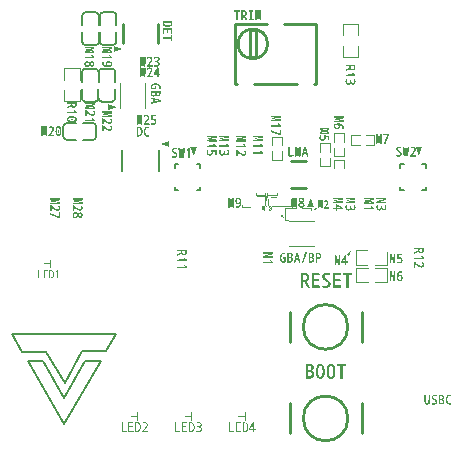
<source format=gto>
G04 Layer: TopSilkscreenLayer*
G04 EasyEDA Pro v2.2.27.1, 2024-09-01 09:43:49*
G04 Gerber Generator version 0.3*
G04 Scale: 100 percent, Rotated: No, Reflected: No*
G04 Dimensions in millimeters*
G04 Leading zeros omitted, absolute positions, 3 integers and 5 decimals*
%FSLAX35Y35*%
%MOMM*%
%ADD10C,0.2*%
%ADD11C,0.254*%
%ADD12C,0.127*%
%ADD13C,0.1*%
%ADD14C,0.1524*%
%ADD15C,0.1254*%
%ADD16C,0.11999*%
%ADD17C,0.07*%
G75*


G04 Text Start*
G36*
G01X-1647451Y-284181D02*
G01X-1648724Y-284363D01*
G01X-1650088Y-284454D01*
G01X-1651542Y-284363D01*
G01X-1652179Y-284181D01*
G01X-1652997Y-283999D01*
G01X-1653906Y-283727D01*
G01X-1654724Y-283363D01*
G01X-1655633Y-282909D01*
G01X-1656906Y-281999D01*
G01X-1657724Y-281272D01*
G01X-1658269Y-280545D01*
G01X-1658633Y-280090D01*
G01X-1659360Y-278999D01*
G01X-1659724Y-278363D01*
G01X-1660451Y-276727D01*
G01X-1660815Y-275818D01*
G01X-1661179Y-274727D01*
G01X-1661542Y-273545D01*
G01X-1661815Y-272545D01*
G01X-1661997Y-271818D01*
G01X-1662360Y-269818D01*
G01X-1662542Y-268181D01*
G01X-1662724Y-265999D01*
G01X-1662815Y-263818D01*
G01X-1662777Y-262909D01*
G01X-1656633Y-262909D01*
G01X-1656542Y-266363D01*
G01X-1656451Y-266999D01*
G01X-1656360Y-267999D01*
G01X-1656179Y-269454D01*
G01X-1655997Y-270545D01*
G01X-1655815Y-271363D01*
G01X-1655542Y-272545D01*
G01X-1655179Y-273636D01*
G01X-1654815Y-274545D01*
G01X-1654179Y-275818D01*
G01X-1653815Y-276272D01*
G01X-1652906Y-277181D01*
G01X-1652451Y-277545D01*
G01X-1651815Y-277818D01*
G01X-1651815Y-277818D01*
G01X-1651269Y-277999D01*
G01X-1650179Y-278090D01*
G01X-1648815Y-277909D01*
G01X-1647997Y-277545D01*
G01X-1647360Y-277181D01*
G01X-1646906Y-276818D01*
G01X-1646451Y-276363D01*
G01X-1646088Y-275909D01*
G01X-1645724Y-275272D01*
G01X-1645360Y-274545D01*
G01X-1645088Y-273909D01*
G01X-1644815Y-273181D01*
G01X-1644542Y-272363D01*
G01X-1644360Y-271636D01*
G01X-1643997Y-269636D01*
G01X-1643815Y-267999D01*
G01X-1643633Y-265999D01*
G01X-1643542Y-263454D01*
G01X-1643633Y-260909D01*
G01X-1643724Y-260181D01*
G01X-1643815Y-258909D01*
G01X-1643997Y-257272D01*
G01X-1644179Y-256181D01*
G01X-1644542Y-254363D01*
G01X-1644724Y-253636D01*
G01X-1644997Y-252818D01*
G01X-1645270Y-252090D01*
G01X-1645997Y-250636D01*
G01X-1646360Y-250090D01*
G01X-1647451Y-249000D01*
G01X-1648179Y-248545D01*
G01X-1648815Y-248272D01*
G01X-1650088Y-248090D01*
G01X-1651360Y-248272D01*
G01X-1652179Y-248636D01*
G01X-1652815Y-249000D01*
G01X-1653269Y-249363D01*
G01X-1653724Y-249818D01*
G01X-1654179Y-250454D01*
G01X-1654633Y-251181D01*
G01X-1654997Y-251909D01*
G01X-1655269Y-252636D01*
G01X-1655542Y-253545D01*
G01X-1655815Y-254363D01*
G01X-1656179Y-256363D01*
G01X-1656360Y-257818D01*
G01X-1656542Y-259454D01*
G01X-1656633Y-262909D01*
G01X-1662777Y-262909D01*
G01X-1662724Y-261636D01*
G01X-1662542Y-259454D01*
G01X-1662360Y-257636D01*
G01X-1662179Y-256363D01*
G01X-1661997Y-255272D01*
G01X-1661724Y-253818D01*
G01X-1661451Y-252909D01*
G01X-1661269Y-252181D01*
G01X-1660997Y-251272D01*
G01X-1660633Y-250272D01*
G01X-1659906Y-248636D01*
G01X-1659451Y-247727D01*
G01X-1658997Y-247000D01*
G01X-1658633Y-246454D01*
G01X-1658360Y-246000D01*
G01X-1657997Y-245545D01*
G01X-1656179Y-243727D01*
G01X-1655724Y-243363D01*
G01X-1655179Y-243000D01*
G01X-1654451Y-242636D01*
G01X-1653542Y-242272D01*
G01X-1652724Y-242000D01*
G01X-1651269Y-241818D01*
G01X-1650179Y-241727D01*
G01X-1649088Y-241818D01*
G01X-1647997Y-242000D01*
G01X-1646815Y-242272D01*
G01X-1646088Y-242545D01*
G01X-1645451Y-242818D01*
G01X-1644815Y-243181D01*
G01X-1643724Y-243909D01*
G01X-1643179Y-244363D01*
G01X-1642270Y-245272D01*
G01X-1641724Y-246000D01*
G01X-1641088Y-246909D01*
G01X-1640633Y-247636D01*
G01X-1640270Y-248363D01*
G01X-1639906Y-249181D01*
G01X-1639542Y-250090D01*
G01X-1639179Y-251181D01*
G01X-1638815Y-252363D01*
G01X-1638542Y-253272D01*
G01X-1638179Y-254909D01*
G01X-1637815Y-257090D01*
G01X-1637633Y-258909D01*
G01X-1637451Y-261272D01*
G01X-1637360Y-263090D01*
G01X-1637451Y-264909D01*
G01X-1637542Y-265727D01*
G01X-1637633Y-267090D01*
G01X-1637815Y-268545D01*
G01X-1638179Y-270727D01*
G01X-1638360Y-271636D01*
G01X-1638542Y-272636D01*
G01X-1638815Y-273727D01*
G01X-1639360Y-275545D01*
G01X-1639724Y-276454D01*
G01X-1640088Y-277272D01*
G01X-1640815Y-278727D01*
G01X-1641179Y-279363D01*
G01X-1641542Y-279909D01*
G01X-1641997Y-280545D01*
G01X-1642542Y-281181D01*
G01X-1643633Y-282272D01*
G01X-1644360Y-282818D01*
G01X-1644906Y-283181D01*
G01X-1645633Y-283545D01*
G01X-1646633Y-283908D01*
G01X-1647451Y-284181D01*
G37*
G36*
G01X-1674997Y-283727D02*
G01X-1675838Y-283999D01*
G01X-1677997Y-284090D01*
G01X-1680156Y-284022D01*
G01X-1680997Y-283818D01*
G01X-1681179Y-267909D01*
G01X-1681248Y-252013D01*
G01X-1681451Y-251886D01*
G01X-1681815Y-252090D01*
G01X-1682542Y-252636D01*
G01X-1682997Y-253090D01*
G01X-1684088Y-253999D01*
G01X-1684542Y-254454D01*
G01X-1684997Y-254818D01*
G01X-1685633Y-255363D01*
G01X-1686065Y-255613D01*
G01X-1686451Y-255636D01*
G01X-1686906Y-255363D01*
G01X-1687724Y-254545D01*
G01X-1688088Y-254090D01*
G01X-1688633Y-253454D01*
G01X-1689360Y-252545D01*
G01X-1689724Y-251727D01*
G01X-1689451Y-251181D01*
G01X-1688360Y-250090D01*
G01X-1687633Y-249545D01*
G01X-1686269Y-248181D01*
G01X-1685178Y-247272D01*
G01X-1683633Y-245727D01*
G01X-1682906Y-245181D01*
G01X-1681542Y-243818D01*
G01X-1680633Y-243090D01*
G01X-1679997Y-242545D01*
G01X-1679156Y-242340D01*
G01X-1677542Y-242272D01*
G01X-1675179Y-242454D01*
G01X-1674906Y-247681D01*
G01X-1674815Y-262999D01*
G01X-1674997Y-283727D01*
G37*
G36*
G01X-1698088Y-283545D02*
G01X-1698815Y-283818D01*
G01X-1700633Y-283908D01*
G01X-1703451Y-283818D01*
G01X-1703906Y-283727D01*
G01X-1703906Y-281727D01*
G01X-1703815Y-279454D01*
G01X-1703633Y-270363D01*
G01X-1703451Y-261090D01*
G01X-1703360Y-256909D01*
G01X-1703518Y-252901D01*
G01X-1703678Y-252954D01*
G01X-1703724Y-253272D01*
G01X-1703815Y-253999D01*
G01X-1703997Y-255636D01*
G01X-1704178Y-256909D01*
G01X-1704542Y-259818D01*
G01X-1704724Y-261090D01*
G01X-1705269Y-265454D01*
G01X-1705451Y-266727D01*
G01X-1705815Y-269636D01*
G01X-1705997Y-270909D01*
G01X-1706360Y-273818D01*
G01X-1706451Y-274454D01*
G01X-1706542Y-275272D01*
G01X-1706724Y-276545D01*
G01X-1706906Y-277999D01*
G01X-1707178Y-278999D01*
G01X-1707951Y-279272D01*
G01X-1709906Y-279363D01*
G01X-1712633Y-279181D01*
G01X-1712906Y-278727D01*
G01X-1713815Y-272363D01*
G01X-1713997Y-271272D01*
G01X-1715451Y-261090D01*
G01X-1715633Y-259999D01*
G01X-1716178Y-256181D01*
G01X-1716360Y-254727D01*
G01X-1716451Y-253727D01*
G01X-1716633Y-252909D01*
G01X-1716769Y-253750D01*
G01X-1716815Y-256454D01*
G01X-1716724Y-260363D01*
G01X-1716360Y-278909D01*
G01X-1716269Y-281181D01*
G01X-1716451Y-283545D01*
G01X-1717247Y-283818D01*
G01X-1719269Y-283908D01*
G01X-1722087Y-283818D01*
G01X-1722269Y-263454D01*
G01X-1722087Y-242727D01*
G01X-1721906Y-242272D01*
G01X-1717997Y-242272D01*
G01X-1713724Y-242454D01*
G01X-1713428Y-242704D01*
G01X-1713269Y-243090D01*
G01X-1713088Y-243818D01*
G01X-1712906Y-245272D01*
G01X-1712724Y-246545D01*
G01X-1712542Y-248000D01*
G01X-1712360Y-249272D01*
G01X-1711997Y-252181D01*
G01X-1711815Y-253454D01*
G01X-1711451Y-256363D01*
G01X-1711269Y-257636D01*
G01X-1711088Y-259090D01*
G01X-1710906Y-260363D01*
G01X-1710542Y-263272D01*
G01X-1710360Y-265454D01*
G01X-1710201Y-267443D01*
G01X-1709997Y-267545D01*
G01X-1709815Y-267090D01*
G01X-1709633Y-264727D01*
G01X-1709451Y-262909D01*
G01X-1709269Y-261272D01*
G01X-1708360Y-253999D01*
G01X-1708178Y-252363D01*
G01X-1707178Y-244363D01*
G01X-1707088Y-243454D01*
G01X-1706815Y-242636D01*
G01X-1705701Y-242363D01*
G01X-1702724Y-242272D01*
G01X-1698360Y-242454D01*
G01X-1697906Y-242636D01*
G01X-1697906Y-262909D01*
G01X-1698088Y-283545D01*
G37*
G36*
G01X-1647724Y-268272D02*
G01X-1648429Y-268545D01*
G01X-1650179Y-268636D01*
G01X-1652542Y-268545D01*
G01X-1652633Y-262909D01*
G01X-1652451Y-256999D01*
G01X-1651815Y-256727D01*
G01X-1650269Y-256636D01*
G01X-1647906Y-256818D01*
G01X-1647633Y-258318D01*
G01X-1647542Y-262454D01*
G01X-1647724Y-268272D01*
G37*
G36*
G01X-1926662Y1329205D02*
G01X-1931253Y1329023D01*
G01X-1937616Y1329386D01*
G01X-1937980Y1364659D01*
G01X-1937980Y1399568D01*
G01X-1946707Y1399568D01*
G01X-1956344Y1399750D01*
G01X-1957798Y1400659D01*
G01X-1958207Y1402159D01*
G01X-1958344Y1405204D01*
G01X-1958162Y1409932D01*
G01X-1957616Y1411568D01*
G01X-1950844Y1412114D01*
G01X-1931253Y1412295D01*
G01X-1911571Y1412114D01*
G01X-1904526Y1411568D01*
G01X-1903980Y1410068D01*
G01X-1903798Y1407023D01*
G01X-1903980Y1401932D01*
G01X-1904298Y1400841D01*
G01X-1904889Y1400114D01*
G01X-1907798Y1399705D01*
G01X-1915071Y1399568D01*
G01X-1924525Y1399568D01*
G01X-1924525Y1365023D01*
G01X-1924889Y1329750D01*
G01X-1926662Y1329205D01*
G37*
G36*
G01X-1728525Y1329205D02*
G01X-1732162Y1329023D01*
G01X-1737798Y1329205D01*
G01X-1738707Y1329386D01*
G01X-1738707Y1333386D01*
G01X-1738526Y1337932D01*
G01X-1738162Y1356114D01*
G01X-1737798Y1374659D01*
G01X-1737616Y1383023D01*
G01X-1737980Y1391023D01*
G01X-1738253Y1390932D01*
G01X-1738344Y1390295D01*
G01X-1738526Y1388841D01*
G01X-1738889Y1385568D01*
G01X-1739253Y1383023D01*
G01X-1739980Y1377205D01*
G01X-1740344Y1374659D01*
G01X-1741435Y1365932D01*
G01X-1741798Y1363386D01*
G01X-1742526Y1357568D01*
G01X-1742889Y1355023D01*
G01X-1743616Y1349205D01*
G01X-1743798Y1347932D01*
G01X-1743980Y1346296D01*
G01X-1744344Y1343750D01*
G01X-1744707Y1340841D01*
G01X-1745253Y1338841D01*
G01X-1746798Y1338296D01*
G01X-1750707Y1338114D01*
G01X-1756162Y1338477D01*
G01X-1756707Y1339386D01*
G01X-1758526Y1352114D01*
G01X-1758889Y1354295D01*
G01X-1761798Y1374659D01*
G01X-1762162Y1376841D01*
G01X-1763253Y1384477D01*
G01X-1763616Y1387386D01*
G01X-1763798Y1389386D01*
G01X-1764162Y1391023D01*
G01X-1764435Y1389341D01*
G01X-1764526Y1383932D01*
G01X-1764344Y1376114D01*
G01X-1763616Y1339023D01*
G01X-1763435Y1334477D01*
G01X-1763798Y1329750D01*
G01X-1765389Y1329205D01*
G01X-1769435Y1329023D01*
G01X-1775071Y1329205D01*
G01X-1775435Y1369932D01*
G01X-1775071Y1411386D01*
G01X-1774707Y1412295D01*
G01X-1766889Y1412295D01*
G01X-1758344Y1411932D01*
G01X-1757753Y1411432D01*
G01X-1757435Y1410659D01*
G01X-1757071Y1409204D01*
G01X-1756707Y1406295D01*
G01X-1756344Y1403750D01*
G01X-1755980Y1400841D01*
G01X-1755617Y1398295D01*
G01X-1754889Y1392477D01*
G01X-1754526Y1389932D01*
G01X-1753798Y1384114D01*
G01X-1753435Y1381568D01*
G01X-1753071Y1378659D01*
G01X-1752707Y1376114D01*
G01X-1751980Y1370295D01*
G01X-1751617Y1365932D01*
G01X-1751253Y1361932D01*
G01X-1751091Y1361598D01*
G01X-1750889Y1361750D01*
G01X-1750526Y1362659D01*
G01X-1750162Y1367386D01*
G01X-1749798Y1371023D01*
G01X-1749435Y1374295D01*
G01X-1747616Y1388841D01*
G01X-1747253Y1392114D01*
G01X-1745253Y1408114D01*
G01X-1745071Y1409932D01*
G01X-1744526Y1411568D01*
G01X-1742298Y1412114D01*
G01X-1736344Y1412295D01*
G01X-1727616Y1411932D01*
G01X-1726707Y1411568D01*
G01X-1726707Y1371023D01*
G01X-1727071Y1329750D01*
G01X-1728525Y1329205D01*
G37*
G36*
G01X-1842525Y1330477D02*
G01X-1842525Y1329386D01*
G01X-1848525Y1329023D01*
G01X-1855253Y1329205D01*
G01X-1856707Y1329932D01*
G01X-1857616Y1331386D01*
G01X-1858526Y1333205D01*
G01X-1859435Y1334659D01*
G01X-1861616Y1339023D01*
G01X-1863435Y1342296D01*
G01X-1865798Y1347023D01*
G01X-1866707Y1348477D01*
G01X-1868889Y1352841D01*
G01X-1870707Y1356114D01*
G01X-1873071Y1360841D01*
G01X-1873617Y1361750D01*
G01X-1881253Y1361750D01*
G01X-1881253Y1346114D01*
G01X-1881617Y1329750D01*
G01X-1883344Y1329205D01*
G01X-1887798Y1329023D01*
G01X-1893980Y1329386D01*
G01X-1894344Y1370114D01*
G01X-1894195Y1387023D01*
G01X-1881253Y1387023D01*
G01X-1881071Y1374295D01*
G01X-1878162Y1374114D01*
G01X-1874889Y1374295D01*
G01X-1873435Y1374477D01*
G01X-1871617Y1374659D01*
G01X-1869798Y1375023D01*
G01X-1867980Y1375568D01*
G01X-1866526Y1376295D01*
G01X-1865071Y1377205D01*
G01X-1863798Y1378295D01*
G01X-1862889Y1379568D01*
G01X-1862162Y1381023D01*
G01X-1861616Y1382477D01*
G01X-1861253Y1385932D01*
G01X-1861435Y1390295D01*
G01X-1861980Y1392659D01*
G01X-1862707Y1394295D01*
G01X-1863616Y1395568D01*
G01X-1865435Y1397386D01*
G01X-1866526Y1398114D01*
G01X-1868162Y1398841D01*
G01X-1869798Y1399386D01*
G01X-1875798Y1399568D01*
G01X-1881253Y1399568D01*
G01X-1881253Y1387023D01*
G01X-1881253Y1387023D01*
G01X-1894195Y1387023D01*
G01X-1893980Y1411386D01*
G01X-1893616Y1412295D01*
G01X-1883071Y1412295D01*
G01X-1871980Y1412114D01*
G01X-1869071Y1411750D01*
G01X-1867253Y1411386D01*
G01X-1864889Y1410841D01*
G01X-1862707Y1410114D01*
G01X-1861071Y1409386D01*
G01X-1859616Y1408659D01*
G01X-1858344Y1407932D01*
G01X-1857435Y1407386D01*
G01X-1855616Y1405932D01*
G01X-1854344Y1404841D01*
G01X-1852889Y1403023D01*
G01X-1851798Y1401568D01*
G01X-1851071Y1400477D01*
G01X-1849980Y1398295D01*
G01X-1849435Y1397023D01*
G01X-1848889Y1395568D01*
G01X-1848344Y1393568D01*
G01X-1847980Y1391750D01*
G01X-1847798Y1387750D01*
G01X-1847980Y1383750D01*
G01X-1848344Y1381750D01*
G01X-1848889Y1379205D01*
G01X-1849616Y1377205D01*
G01X-1851071Y1374295D01*
G01X-1851798Y1373023D01*
G01X-1852525Y1371932D01*
G01X-1853435Y1370841D01*
G01X-1856162Y1368114D01*
G01X-1857980Y1366659D01*
G01X-1859253Y1365750D01*
G01X-1860707Y1365023D01*
G01X-1861025Y1364614D01*
G01X-1860889Y1364114D01*
G01X-1860162Y1362659D01*
G01X-1858707Y1360114D01*
G01X-1857798Y1358295D01*
G01X-1856889Y1356841D01*
G01X-1856162Y1355386D01*
G01X-1854707Y1352841D01*
G01X-1853798Y1351023D01*
G01X-1852889Y1349568D01*
G01X-1852162Y1348114D01*
G01X-1850344Y1344841D01*
G01X-1848889Y1342296D01*
G01X-1847980Y1340477D01*
G01X-1847071Y1339023D01*
G01X-1846344Y1337568D01*
G01X-1844889Y1335023D01*
G01X-1843980Y1333205D01*
G01X-1843071Y1331750D01*
G01X-1842525Y1330477D01*
G37*
G36*
G01X-1795980Y1329205D02*
G01X-1811071Y1329023D01*
G01X-1831434Y1329386D01*
G01X-1831798Y1335205D01*
G01X-1831616Y1339432D01*
G01X-1831071Y1341205D01*
G01X-1828980Y1341614D01*
G01X-1824162Y1341750D01*
G01X-1817980Y1341750D01*
G01X-1817980Y1399568D01*
G01X-1822889Y1399568D01*
G01X-1828889Y1399932D01*
G01X-1829980Y1400295D01*
G01X-1829980Y1405568D01*
G01X-1829616Y1411568D01*
G01X-1824889Y1412114D01*
G01X-1811435Y1412295D01*
G01X-1792889Y1411932D01*
G01X-1792344Y1410477D01*
G01X-1792162Y1406841D01*
G01X-1792344Y1401204D01*
G01X-1793071Y1399932D01*
G01X-1799071Y1399568D01*
G01X-1804525Y1399568D01*
G01X-1804525Y1341750D01*
G01X-1798344Y1341750D01*
G01X-1791253Y1341386D01*
G01X-1790344Y1341023D01*
G01X-1790344Y1335750D01*
G01X-1790707Y1329750D01*
G01X-1795980Y1329205D01*
G37*
G36*
G01X-1225002Y-1708226D02*
G01X-1226093Y-1708226D01*
G01X-1228002Y-1707953D01*
G01X-1231002Y-1707681D01*
G01X-1233730Y-1707135D01*
G01X-1236457Y-1706317D01*
G01X-1239184Y-1705226D01*
G01X-1241639Y-1703862D01*
G01X-1244093Y-1702226D01*
G01X-1246002Y-1700590D01*
G01X-1249275Y-1697317D01*
G01X-1250911Y-1695135D01*
G01X-1252002Y-1693499D01*
G01X-1254184Y-1689681D01*
G01X-1256366Y-1684771D01*
G01X-1257184Y-1682590D01*
G01X-1258820Y-1677681D01*
G01X-1259639Y-1674408D01*
G01X-1260457Y-1671680D01*
G01X-1261548Y-1666226D01*
G01X-1262093Y-1662408D01*
G01X-1262639Y-1657499D01*
G01X-1262911Y-1652590D01*
G01X-1263184Y-1646044D01*
G01X-1263184Y-1642771D01*
G01X-1244911Y-1642771D01*
G01X-1244639Y-1650953D01*
G01X-1244093Y-1656408D01*
G01X-1243548Y-1661317D01*
G01X-1243002Y-1665135D01*
G01X-1242457Y-1667862D01*
G01X-1241639Y-1671680D01*
G01X-1240548Y-1675226D01*
G01X-1239457Y-1678226D01*
G01X-1238093Y-1680953D01*
G01X-1236457Y-1683408D01*
G01X-1235093Y-1685317D01*
G01X-1233184Y-1686953D01*
G01X-1231002Y-1688317D01*
G01X-1231002Y-1688317D01*
G01X-1228821Y-1688862D01*
G01X-1227184Y-1689135D01*
G01X-1225002Y-1689135D01*
G01X-1221457Y-1688317D01*
G01X-1219275Y-1687226D01*
G01X-1217911Y-1686135D01*
G01X-1216275Y-1684771D01*
G01X-1214911Y-1683135D01*
G01X-1213821Y-1681499D01*
G01X-1212730Y-1679317D01*
G01X-1211639Y-1676862D01*
G01X-1210548Y-1673862D01*
G01X-1209730Y-1671135D01*
G01X-1208639Y-1665680D01*
G01X-1208093Y-1661862D01*
G01X-1207548Y-1656953D01*
G01X-1207002Y-1647680D01*
G01X-1206730Y-1644408D01*
G01X-1207002Y-1641135D01*
G01X-1207548Y-1632408D01*
G01X-1207821Y-1630226D01*
G01X-1208093Y-1626953D01*
G01X-1208639Y-1623135D01*
G01X-1209730Y-1617681D01*
G01X-1210548Y-1613862D01*
G01X-1211639Y-1610862D01*
G01X-1212457Y-1608681D01*
G01X-1213275Y-1606771D01*
G01X-1214639Y-1604590D01*
G01X-1216002Y-1602681D01*
G01X-1217093Y-1601317D01*
G01X-1219002Y-1599681D01*
G01X-1221457Y-1598317D01*
G01X-1225002Y-1597772D01*
G01X-1228821Y-1598044D01*
G01X-1231275Y-1598862D01*
G01X-1233457Y-1599953D01*
G01X-1235093Y-1601317D01*
G01X-1236730Y-1603499D01*
G01X-1238366Y-1605953D01*
G01X-1239457Y-1608135D01*
G01X-1241093Y-1612499D01*
G01X-1241911Y-1615226D01*
G01X-1242457Y-1617681D01*
G01X-1243548Y-1623681D01*
G01X-1244093Y-1628590D01*
G01X-1244639Y-1634590D01*
G01X-1244911Y-1642771D01*
G01X-1263184Y-1642771D01*
G01X-1262639Y-1634044D01*
G01X-1262366Y-1632135D01*
G01X-1262093Y-1628590D01*
G01X-1261548Y-1624226D01*
G01X-1261002Y-1620408D01*
G01X-1260457Y-1617681D01*
G01X-1259911Y-1614681D01*
G01X-1259093Y-1611408D01*
G01X-1257457Y-1605953D01*
G01X-1256639Y-1603771D01*
G01X-1255820Y-1601862D01*
G01X-1254730Y-1599408D01*
G01X-1253366Y-1596408D01*
G01X-1251730Y-1593681D01*
G01X-1250366Y-1591772D01*
G01X-1249548Y-1590408D01*
G01X-1248457Y-1589044D01*
G01X-1244366Y-1584953D01*
G01X-1241639Y-1582772D01*
G01X-1240002Y-1581681D01*
G01X-1238093Y-1580862D01*
G01X-1235366Y-1579772D01*
G01X-1232639Y-1578953D01*
G01X-1227184Y-1578408D01*
G01X-1225821Y-1578408D01*
G01X-1223366Y-1578681D01*
G01X-1220639Y-1578953D01*
G01X-1218184Y-1579499D01*
G01X-1215457Y-1580317D01*
G01X-1213002Y-1581408D01*
G01X-1210821Y-1582499D01*
G01X-1208911Y-1583590D01*
G01X-1205639Y-1586317D01*
G01X-1204002Y-1587953D01*
G01X-1202639Y-1589590D01*
G01X-1201002Y-1591499D01*
G01X-1199366Y-1593953D01*
G01X-1198002Y-1596408D01*
G01X-1196911Y-1598590D01*
G01X-1195821Y-1601044D01*
G01X-1193639Y-1607590D01*
G01X-1192548Y-1611135D01*
G01X-1191184Y-1616590D01*
G01X-1190093Y-1622590D01*
G01X-1189548Y-1626953D01*
G01X-1189002Y-1632408D01*
G01X-1188730Y-1636226D01*
G01X-1188457Y-1641135D01*
G01X-1188457Y-1643862D01*
G01X-1188730Y-1647953D01*
G01X-1189002Y-1653680D01*
G01X-1189548Y-1658590D01*
G01X-1190093Y-1662408D01*
G01X-1190639Y-1665680D01*
G01X-1192275Y-1673862D01*
G01X-1192821Y-1676044D01*
G01X-1193639Y-1679044D01*
G01X-1194730Y-1682317D01*
G01X-1195821Y-1685317D01*
G01X-1199093Y-1691862D01*
G01X-1200457Y-1694044D01*
G01X-1201821Y-1695953D01*
G01X-1203457Y-1697862D01*
G01X-1205093Y-1700044D01*
G01X-1207821Y-1702226D01*
G01X-1209457Y-1703590D01*
G01X-1211093Y-1704681D01*
G01X-1212730Y-1705499D01*
G01X-1214911Y-1706317D01*
G01X-1217366Y-1707135D01*
G01X-1219548Y-1707681D01*
G01X-1225002Y-1708226D01*
G37*
G36*
G01X-1127366Y-1707135D02*
G01X-1129548Y-1707681D01*
G01X-1135002Y-1708226D01*
G01X-1136093Y-1708226D01*
G01X-1138002Y-1707953D01*
G01X-1141002Y-1707681D01*
G01X-1143730Y-1707135D01*
G01X-1146457Y-1706317D01*
G01X-1149184Y-1705226D01*
G01X-1151639Y-1703862D01*
G01X-1154093Y-1702226D01*
G01X-1156002Y-1700590D01*
G01X-1159275Y-1697317D01*
G01X-1160912Y-1695135D01*
G01X-1162002Y-1693499D01*
G01X-1164184Y-1689681D01*
G01X-1166366Y-1684771D01*
G01X-1167184Y-1682590D01*
G01X-1168821Y-1677681D01*
G01X-1169639Y-1674408D01*
G01X-1170457Y-1671680D01*
G01X-1171548Y-1666226D01*
G01X-1172093Y-1662408D01*
G01X-1172639Y-1657499D01*
G01X-1172912Y-1652590D01*
G01X-1173184Y-1646044D01*
G01X-1173184Y-1642771D01*
G01X-1154911Y-1642771D01*
G01X-1154639Y-1650953D01*
G01X-1154093Y-1656408D01*
G01X-1153548Y-1661317D01*
G01X-1153002Y-1665135D01*
G01X-1152457Y-1667862D01*
G01X-1151639Y-1671680D01*
G01X-1150548Y-1675226D01*
G01X-1149457Y-1678226D01*
G01X-1148093Y-1680953D01*
G01X-1146457Y-1683408D01*
G01X-1145093Y-1685317D01*
G01X-1143184Y-1686953D01*
G01X-1141002Y-1688317D01*
G01X-1138820Y-1688862D01*
G01X-1137184Y-1689135D01*
G01X-1137184Y-1689135D01*
G01X-1135002Y-1689135D01*
G01X-1131457Y-1688317D01*
G01X-1129275Y-1687226D01*
G01X-1127911Y-1686135D01*
G01X-1126275Y-1684771D01*
G01X-1124911Y-1683135D01*
G01X-1123820Y-1681499D01*
G01X-1122730Y-1679317D01*
G01X-1121639Y-1676862D01*
G01X-1120548Y-1673862D01*
G01X-1119730Y-1671135D01*
G01X-1118639Y-1665680D01*
G01X-1118093Y-1661862D01*
G01X-1117548Y-1656953D01*
G01X-1117002Y-1647680D01*
G01X-1116730Y-1644408D01*
G01X-1117002Y-1641135D01*
G01X-1117548Y-1632408D01*
G01X-1117820Y-1630226D01*
G01X-1118093Y-1626953D01*
G01X-1118639Y-1623135D01*
G01X-1119730Y-1617681D01*
G01X-1120548Y-1613862D01*
G01X-1121639Y-1610862D01*
G01X-1122457Y-1608681D01*
G01X-1123275Y-1606771D01*
G01X-1124639Y-1604590D01*
G01X-1126002Y-1602681D01*
G01X-1127093Y-1601317D01*
G01X-1129002Y-1599681D01*
G01X-1131457Y-1598317D01*
G01X-1135002Y-1597772D01*
G01X-1138820Y-1598044D01*
G01X-1141275Y-1598862D01*
G01X-1143457Y-1599953D01*
G01X-1145093Y-1601317D01*
G01X-1146730Y-1603499D01*
G01X-1148366Y-1605953D01*
G01X-1149457Y-1608135D01*
G01X-1151093Y-1612499D01*
G01X-1151911Y-1615226D01*
G01X-1152457Y-1617681D01*
G01X-1153548Y-1623681D01*
G01X-1154093Y-1628590D01*
G01X-1154639Y-1634590D01*
G01X-1154911Y-1642771D01*
G01X-1173184Y-1642771D01*
G01X-1172639Y-1634044D01*
G01X-1172366Y-1632135D01*
G01X-1172093Y-1628590D01*
G01X-1171548Y-1624226D01*
G01X-1171002Y-1620408D01*
G01X-1170457Y-1617681D01*
G01X-1169912Y-1614681D01*
G01X-1169093Y-1611408D01*
G01X-1167457Y-1605953D01*
G01X-1166639Y-1603771D01*
G01X-1165821Y-1601862D01*
G01X-1164730Y-1599408D01*
G01X-1163366Y-1596408D01*
G01X-1161730Y-1593681D01*
G01X-1160366Y-1591772D01*
G01X-1159548Y-1590408D01*
G01X-1158457Y-1589044D01*
G01X-1154366Y-1584953D01*
G01X-1151639Y-1582772D01*
G01X-1150002Y-1581681D01*
G01X-1148093Y-1580862D01*
G01X-1145366Y-1579772D01*
G01X-1142639Y-1578953D01*
G01X-1137184Y-1578408D01*
G01X-1135820Y-1578408D01*
G01X-1133366Y-1578681D01*
G01X-1130639Y-1578953D01*
G01X-1128184Y-1579499D01*
G01X-1125457Y-1580317D01*
G01X-1123002Y-1581408D01*
G01X-1120820Y-1582499D01*
G01X-1118911Y-1583590D01*
G01X-1115639Y-1586317D01*
G01X-1114002Y-1587953D01*
G01X-1112639Y-1589590D01*
G01X-1111002Y-1591499D01*
G01X-1109366Y-1593953D01*
G01X-1108002Y-1596408D01*
G01X-1106911Y-1598590D01*
G01X-1105820Y-1601044D01*
G01X-1103639Y-1607590D01*
G01X-1102548Y-1611135D01*
G01X-1101184Y-1616590D01*
G01X-1100093Y-1622590D01*
G01X-1099548Y-1626953D01*
G01X-1099002Y-1632408D01*
G01X-1098730Y-1636226D01*
G01X-1098457Y-1641135D01*
G01X-1098457Y-1643862D01*
G01X-1098730Y-1647953D01*
G01X-1099002Y-1653680D01*
G01X-1099548Y-1658590D01*
G01X-1100093Y-1662408D01*
G01X-1100639Y-1665680D01*
G01X-1102275Y-1673862D01*
G01X-1102821Y-1676044D01*
G01X-1103639Y-1679044D01*
G01X-1104730Y-1682317D01*
G01X-1105820Y-1685317D01*
G01X-1109093Y-1691862D01*
G01X-1110457Y-1694044D01*
G01X-1111820Y-1695953D01*
G01X-1113457Y-1697862D01*
G01X-1115093Y-1700044D01*
G01X-1117820Y-1702226D01*
G01X-1119457Y-1703590D01*
G01X-1121093Y-1704681D01*
G01X-1122730Y-1705499D01*
G01X-1124911Y-1706317D01*
G01X-1127366Y-1707135D01*
G37*
G36*
G01X-1039207Y-1704953D02*
G01X-1046093Y-1705226D01*
G01X-1055639Y-1704681D01*
G01X-1056184Y-1651771D01*
G01X-1056184Y-1599408D01*
G01X-1069275Y-1599408D01*
G01X-1083730Y-1599135D01*
G01X-1085911Y-1597772D01*
G01X-1086525Y-1595522D01*
G01X-1086730Y-1590953D01*
G01X-1086457Y-1583862D01*
G01X-1085639Y-1581408D01*
G01X-1075480Y-1580590D01*
G01X-1046093Y-1580317D01*
G01X-1016571Y-1580590D01*
G01X-1006003Y-1581408D01*
G01X-1005184Y-1583658D01*
G01X-1004912Y-1588226D01*
G01X-1005184Y-1595862D01*
G01X-1005661Y-1597499D01*
G01X-1006548Y-1598590D01*
G01X-1010912Y-1599203D01*
G01X-1021821Y-1599408D01*
G01X-1036002Y-1599408D01*
G01X-1036002Y-1651226D01*
G01X-1036548Y-1704135D01*
G01X-1039207Y-1704953D01*
G37*
G36*
G01X-1316093Y-1704953D02*
G01X-1332184Y-1705226D01*
G01X-1348002Y-1704681D01*
G01X-1348338Y-1667590D01*
G01X-1328911Y-1667590D01*
G01X-1328639Y-1685862D01*
G01X-1323184Y-1686135D01*
G01X-1315548Y-1685862D01*
G01X-1311457Y-1685044D01*
G01X-1308457Y-1683953D01*
G01X-1306275Y-1682862D01*
G01X-1304093Y-1681499D01*
G01X-1302184Y-1679862D01*
G01X-1301093Y-1678226D01*
G01X-1300275Y-1676590D01*
G01X-1299457Y-1674680D01*
G01X-1298911Y-1670044D01*
G01X-1299184Y-1664590D01*
G01X-1300002Y-1661044D01*
G01X-1301366Y-1658317D01*
G01X-1302729Y-1656408D01*
G01X-1304639Y-1654499D01*
G01X-1307093Y-1652862D01*
G01X-1309275Y-1651771D01*
G01X-1311457Y-1650953D01*
G01X-1313366Y-1650408D01*
G01X-1317730Y-1649862D01*
G01X-1323730Y-1649590D01*
G01X-1328911Y-1649590D01*
G01X-1328911Y-1667590D01*
G01X-1328911Y-1667590D01*
G01X-1348338Y-1667590D01*
G01X-1348548Y-1644408D01*
G01X-1348416Y-1614953D01*
G01X-1328911Y-1614953D01*
G01X-1328639Y-1630771D01*
G01X-1321821Y-1631044D01*
G01X-1313366Y-1630499D01*
G01X-1310366Y-1629408D01*
G01X-1307911Y-1628044D01*
G01X-1306002Y-1626408D01*
G01X-1304639Y-1625044D01*
G01X-1303275Y-1623135D01*
G01X-1302457Y-1620953D01*
G01X-1301911Y-1617953D01*
G01X-1301911Y-1613317D01*
G01X-1302729Y-1609771D01*
G01X-1303820Y-1607317D01*
G01X-1304911Y-1605408D01*
G01X-1306002Y-1604044D01*
G01X-1307911Y-1602135D01*
G01X-1310639Y-1600499D01*
G01X-1312820Y-1599681D01*
G01X-1321275Y-1599408D01*
G01X-1328911Y-1599408D01*
G01X-1328911Y-1614953D01*
G01X-1328911Y-1614953D01*
G01X-1348416Y-1614953D01*
G01X-1348275Y-1583317D01*
G01X-1347457Y-1581135D01*
G01X-1343434Y-1580522D01*
G01X-1332457Y-1580317D01*
G01X-1315548Y-1580590D01*
G01X-1311184Y-1581135D01*
G01X-1308457Y-1581681D01*
G01X-1306002Y-1582226D01*
G01X-1303275Y-1583044D01*
G01X-1300548Y-1584135D01*
G01X-1297548Y-1585499D01*
G01X-1295093Y-1587135D01*
G01X-1293184Y-1588499D01*
G01X-1290457Y-1590681D01*
G01X-1289093Y-1592044D01*
G01X-1288002Y-1593408D01*
G01X-1286639Y-1595317D01*
G01X-1285275Y-1597499D01*
G01X-1284457Y-1599408D01*
G01X-1283639Y-1601590D01*
G01X-1282820Y-1604590D01*
G01X-1282275Y-1607317D01*
G01X-1282002Y-1610317D01*
G01X-1282275Y-1614953D01*
G01X-1282820Y-1618226D01*
G01X-1283366Y-1620681D01*
G01X-1284184Y-1623408D01*
G01X-1285275Y-1625862D01*
G01X-1286366Y-1628044D01*
G01X-1287729Y-1630226D01*
G01X-1289093Y-1632135D01*
G01X-1290184Y-1633499D01*
G01X-1292911Y-1636226D01*
G01X-1294820Y-1637862D01*
G01X-1296457Y-1639226D01*
G01X-1295639Y-1640590D01*
G01X-1293184Y-1642226D01*
G01X-1291275Y-1643590D01*
G01X-1289639Y-1644680D01*
G01X-1288275Y-1646044D01*
G01X-1287184Y-1647408D01*
G01X-1285820Y-1648771D01*
G01X-1284457Y-1650680D01*
G01X-1283093Y-1652862D01*
G01X-1282002Y-1654771D01*
G01X-1281184Y-1656680D01*
G01X-1280366Y-1658862D01*
G01X-1279548Y-1661317D01*
G01X-1279002Y-1663499D01*
G01X-1278729Y-1667862D01*
G01X-1279002Y-1672226D01*
G01X-1279275Y-1674135D01*
G01X-1279820Y-1677135D01*
G01X-1280911Y-1680681D01*
G01X-1282002Y-1683135D01*
G01X-1283093Y-1685317D01*
G01X-1284457Y-1687771D01*
G01X-1286366Y-1690226D01*
G01X-1288002Y-1692408D01*
G01X-1289911Y-1694317D01*
G01X-1292639Y-1696499D01*
G01X-1296729Y-1699226D01*
G01X-1298639Y-1700317D01*
G01X-1301093Y-1701408D01*
G01X-1306002Y-1703044D01*
G01X-1309002Y-1703862D01*
G01X-1311730Y-1704408D01*
G01X-1316093Y-1704953D01*
G37*
G36*
G01X-1170093Y-937680D02*
G01X-1174457Y-938225D01*
G01X-1179911Y-938498D01*
G01X-1185911Y-938225D01*
G01X-1188093Y-937680D01*
G01X-1191911Y-937135D01*
G01X-1194911Y-936589D01*
G01X-1199002Y-935771D01*
G01X-1201730Y-934953D01*
G01X-1204184Y-934407D01*
G01X-1206639Y-933589D01*
G01X-1208821Y-932498D01*
G01X-1209843Y-931544D01*
G01X-1210184Y-929771D01*
G01X-1209911Y-926771D01*
G01X-1209639Y-924862D01*
G01X-1209366Y-921316D01*
G01X-1208821Y-917498D01*
G01X-1207730Y-915862D01*
G01X-1205548Y-916135D01*
G01X-1202548Y-917225D01*
G01X-1199002Y-918316D01*
G01X-1196275Y-919135D01*
G01X-1190275Y-920225D01*
G01X-1182093Y-921044D01*
G01X-1178820Y-920771D01*
G01X-1175548Y-920225D01*
G01X-1171730Y-919407D01*
G01X-1168730Y-918316D01*
G01X-1166820Y-917498D01*
G01X-1165457Y-916407D01*
G01X-1162729Y-913680D01*
G01X-1161366Y-911498D01*
G01X-1160275Y-908771D01*
G01X-1159729Y-906589D01*
G01X-1159457Y-904680D01*
G01X-1160002Y-900862D01*
G01X-1160548Y-898135D01*
G01X-1161639Y-895680D01*
G01X-1162729Y-894044D01*
G01X-1164911Y-891316D01*
G01X-1169548Y-886680D01*
G01X-1172275Y-884498D01*
G01X-1174457Y-882862D01*
G01X-1176366Y-881498D01*
G01X-1183730Y-876589D01*
G01X-1187548Y-873862D01*
G01X-1190002Y-872226D01*
G01X-1191911Y-870862D01*
G01X-1197366Y-866498D01*
G01X-1202821Y-861044D01*
G01X-1204457Y-859135D01*
G01X-1205821Y-857226D01*
G01X-1206911Y-855317D01*
G01X-1208002Y-853135D01*
G01X-1209093Y-850407D01*
G01X-1209911Y-847680D01*
G01X-1210184Y-843862D01*
G01X-1209911Y-838953D01*
G01X-1209366Y-836226D01*
G01X-1208821Y-834044D01*
G01X-1208002Y-831862D01*
G01X-1205548Y-826953D01*
G01X-1203639Y-824226D01*
G01X-1202002Y-822044D01*
G01X-1197366Y-817407D01*
G01X-1195184Y-815771D01*
G01X-1193275Y-814407D01*
G01X-1190821Y-813044D01*
G01X-1188639Y-811953D01*
G01X-1186730Y-811135D01*
G01X-1184548Y-810316D01*
G01X-1181275Y-809498D01*
G01X-1178275Y-808953D01*
G01X-1172002Y-808680D01*
G01X-1164093Y-808953D01*
G01X-1160275Y-809498D01*
G01X-1154820Y-810589D01*
G01X-1152639Y-811135D01*
G01X-1149911Y-811680D01*
G01X-1146639Y-812771D01*
G01X-1145616Y-813726D01*
G01X-1145275Y-814953D01*
G01X-1145548Y-817135D01*
G01X-1146639Y-823135D01*
G01X-1147184Y-825862D01*
G01X-1148548Y-828862D01*
G01X-1149570Y-829612D01*
G01X-1150457Y-829680D01*
G01X-1152093Y-829135D01*
G01X-1154820Y-828589D01*
G01X-1158639Y-827771D01*
G01X-1161366Y-826953D01*
G01X-1165184Y-826407D01*
G01X-1169820Y-826135D01*
G01X-1175002Y-826407D01*
G01X-1179366Y-827498D01*
G01X-1182093Y-828589D01*
G01X-1184002Y-829953D01*
G01X-1185366Y-831044D01*
G01X-1186730Y-832407D01*
G01X-1187821Y-833771D01*
G01X-1188911Y-835953D01*
G01X-1189730Y-838407D01*
G01X-1190002Y-841953D01*
G01X-1189457Y-846317D01*
G01X-1188366Y-848771D01*
G01X-1187548Y-850407D01*
G01X-1185366Y-853135D01*
G01X-1184002Y-854498D01*
G01X-1182366Y-855862D01*
G01X-1181002Y-857226D01*
G01X-1178820Y-858862D01*
G01X-1176093Y-860771D01*
G01X-1171184Y-864044D01*
G01X-1167366Y-866771D01*
G01X-1162457Y-870044D01*
G01X-1159729Y-871953D01*
G01X-1157548Y-873589D01*
G01X-1156184Y-874680D01*
G01X-1154820Y-875498D01*
G01X-1153457Y-876589D01*
G01X-1149639Y-879862D01*
G01X-1146366Y-883135D01*
G01X-1144729Y-885316D01*
G01X-1143366Y-887226D01*
G01X-1142002Y-889407D01*
G01X-1140911Y-892135D01*
G01X-1140093Y-894589D01*
G01X-1139548Y-898407D01*
G01X-1139275Y-900862D01*
G01X-1139548Y-904953D01*
G01X-1140093Y-908771D01*
G01X-1141184Y-913135D01*
G01X-1142002Y-915316D01*
G01X-1143093Y-917498D01*
G01X-1144457Y-919953D01*
G01X-1145820Y-922135D01*
G01X-1149911Y-927044D01*
G01X-1154002Y-930316D01*
G01X-1157275Y-932498D01*
G01X-1159184Y-933589D01*
G01X-1161639Y-934680D01*
G01X-1164366Y-935771D01*
G01X-1170093Y-937680D01*
G37*
G36*
G01X-989207Y-934953D02*
G01X-996093Y-935225D01*
G01X-1005639Y-934680D01*
G01X-1006184Y-881771D01*
G01X-1006184Y-829407D01*
G01X-1019275Y-829407D01*
G01X-1033730Y-829135D01*
G01X-1035912Y-827771D01*
G01X-1036525Y-825521D01*
G01X-1036730Y-820953D01*
G01X-1036457Y-813862D01*
G01X-1035639Y-811407D01*
G01X-1025480Y-810589D01*
G01X-996093Y-810316D01*
G01X-966571Y-810589D01*
G01X-956002Y-811407D01*
G01X-955184Y-813658D01*
G01X-954911Y-818225D01*
G01X-955184Y-825862D01*
G01X-955662Y-827498D01*
G01X-956548Y-828589D01*
G01X-960911Y-829203D01*
G01X-971821Y-829407D01*
G01X-986002Y-829407D01*
G01X-986002Y-881226D01*
G01X-986548Y-934135D01*
G01X-989207Y-934953D01*
G37*
G36*
G01X-1240389Y-934953D02*
G01X-1264457Y-935225D01*
G01X-1296911Y-934953D01*
G01X-1298002Y-933862D01*
G01X-1298548Y-873589D01*
G01X-1298275Y-812771D01*
G01X-1297184Y-810862D01*
G01X-1265820Y-810316D01*
G01X-1234184Y-810862D01*
G01X-1233366Y-813316D01*
G01X-1233093Y-819589D01*
G01X-1233093Y-827771D01*
G01X-1234457Y-828589D01*
G01X-1240866Y-829203D01*
G01X-1257366Y-829407D01*
G01X-1278911Y-829407D01*
G01X-1278911Y-861589D01*
G01X-1259820Y-861589D01*
G01X-1238820Y-861862D01*
G01X-1236093Y-862953D01*
G01X-1235480Y-865066D01*
G01X-1235275Y-869771D01*
G01X-1235548Y-877135D01*
G01X-1236366Y-879589D01*
G01X-1242025Y-880407D01*
G01X-1257911Y-880680D01*
G01X-1278911Y-880680D01*
G01X-1278911Y-916135D01*
G01X-1257093Y-916135D01*
G01X-1233911Y-916407D01*
G01X-1231730Y-917771D01*
G01X-1231116Y-920021D01*
G01X-1230911Y-924589D01*
G01X-1231184Y-931680D01*
G01X-1232002Y-934135D01*
G01X-1240389Y-934953D01*
G37*
G36*
G01X-1374229Y-934953D02*
G01X-1380911Y-935225D01*
G01X-1390184Y-934680D01*
G01X-1390730Y-873589D01*
G01X-1390506Y-848226D01*
G01X-1371093Y-848226D01*
G01X-1370820Y-867317D01*
G01X-1366457Y-867589D01*
G01X-1361548Y-867317D01*
G01X-1359366Y-867044D01*
G01X-1356639Y-866771D01*
G01X-1353911Y-866226D01*
G01X-1351184Y-865407D01*
G01X-1349002Y-864317D01*
G01X-1346820Y-862953D01*
G01X-1344911Y-861317D01*
G01X-1343548Y-859407D01*
G01X-1342457Y-857226D01*
G01X-1341639Y-855044D01*
G01X-1341093Y-849862D01*
G01X-1341366Y-843317D01*
G01X-1342184Y-839771D01*
G01X-1343275Y-837316D01*
G01X-1344639Y-835407D01*
G01X-1347366Y-832680D01*
G01X-1349002Y-831589D01*
G01X-1351457Y-830498D01*
G01X-1353911Y-829680D01*
G01X-1362911Y-829407D01*
G01X-1371093Y-829407D01*
G01X-1371093Y-848226D01*
G01X-1371093Y-848226D01*
G01X-1390506Y-848226D01*
G01X-1390184Y-811680D01*
G01X-1389639Y-810316D01*
G01X-1373820Y-810316D01*
G01X-1357184Y-810589D01*
G01X-1352820Y-811135D01*
G01X-1350093Y-811680D01*
G01X-1346548Y-812498D01*
G01X-1343275Y-813589D01*
G01X-1340820Y-814680D01*
G01X-1338639Y-815771D01*
G01X-1336729Y-816862D01*
G01X-1335366Y-817680D01*
G01X-1332639Y-819862D01*
G01X-1330729Y-821498D01*
G01X-1328548Y-824226D01*
G01X-1326911Y-826407D01*
G01X-1325820Y-828044D01*
G01X-1324184Y-831316D01*
G01X-1323366Y-833226D01*
G01X-1322548Y-835407D01*
G01X-1321729Y-838407D01*
G01X-1321184Y-841135D01*
G01X-1320911Y-847135D01*
G01X-1321184Y-853135D01*
G01X-1321729Y-856135D01*
G01X-1322548Y-859953D01*
G01X-1323638Y-862953D01*
G01X-1325820Y-867317D01*
G01X-1326911Y-869226D01*
G01X-1328002Y-870862D01*
G01X-1329366Y-872498D01*
G01X-1333457Y-876589D01*
G01X-1336184Y-878771D01*
G01X-1338093Y-880135D01*
G01X-1340275Y-881226D01*
G01X-1340752Y-881839D01*
G01X-1340548Y-882589D01*
G01X-1339457Y-884771D01*
G01X-1337275Y-888589D01*
G01X-1335911Y-891316D01*
G01X-1334548Y-893498D01*
G01X-1333457Y-895680D01*
G01X-1331275Y-899498D01*
G01X-1329911Y-902226D01*
G01X-1328548Y-904407D01*
G01X-1327457Y-906589D01*
G01X-1324729Y-911498D01*
G01X-1322548Y-915316D01*
G01X-1321184Y-918044D01*
G01X-1319820Y-920225D01*
G01X-1318729Y-922407D01*
G01X-1316548Y-926225D01*
G01X-1315184Y-928953D01*
G01X-1313820Y-931135D01*
G01X-1313002Y-933044D01*
G01X-1313002Y-934680D01*
G01X-1322002Y-935225D01*
G01X-1332093Y-934953D01*
G01X-1334275Y-933862D01*
G01X-1335639Y-931680D01*
G01X-1337002Y-928953D01*
G01X-1338366Y-926771D01*
G01X-1341639Y-920225D01*
G01X-1344366Y-915316D01*
G01X-1347911Y-908226D01*
G01X-1349275Y-906044D01*
G01X-1352548Y-899498D01*
G01X-1355275Y-894589D01*
G01X-1358820Y-887498D01*
G01X-1359639Y-886135D01*
G01X-1371093Y-886135D01*
G01X-1371093Y-909589D01*
G01X-1371639Y-934135D01*
G01X-1374229Y-934953D01*
G37*
G36*
G01X-1060389Y-934953D02*
G01X-1084457Y-935225D01*
G01X-1116911Y-934953D01*
G01X-1118002Y-933862D01*
G01X-1118548Y-873589D01*
G01X-1118275Y-812771D01*
G01X-1117184Y-810862D01*
G01X-1085821Y-810316D01*
G01X-1054184Y-810862D01*
G01X-1053366Y-813316D01*
G01X-1053093Y-819589D01*
G01X-1053093Y-827771D01*
G01X-1054457Y-828589D01*
G01X-1060866Y-829203D01*
G01X-1077366Y-829407D01*
G01X-1098911Y-829407D01*
G01X-1098911Y-861589D01*
G01X-1079821Y-861589D01*
G01X-1058821Y-861862D01*
G01X-1056093Y-862953D01*
G01X-1055480Y-865066D01*
G01X-1055275Y-869771D01*
G01X-1055548Y-877135D01*
G01X-1056366Y-879589D01*
G01X-1062025Y-880407D01*
G01X-1077911Y-880680D01*
G01X-1098911Y-880680D01*
G01X-1098911Y-916135D01*
G01X-1077093Y-916135D01*
G01X-1053912Y-916407D01*
G01X-1051730Y-917771D01*
G01X-1051116Y-920021D01*
G01X-1050912Y-924589D01*
G01X-1051184Y-931680D01*
G01X-1052002Y-934135D01*
G01X-1060389Y-934953D01*
G37*
G36*
G01X-3194549Y931866D02*
G01X-3196367Y931321D01*
G01X-3199640Y931139D01*
G01X-3202912Y931321D01*
G01X-3204912Y931684D01*
G01X-3207094Y932230D01*
G01X-3208549Y932775D01*
G01X-3210185Y933503D01*
G01X-3212003Y934594D01*
G01X-3213276Y935503D01*
G01X-3214367Y936230D01*
G01X-3215458Y937139D01*
G01X-3217639Y939321D01*
G01X-3218730Y940775D01*
G01X-3219639Y942048D01*
G01X-3220549Y943684D01*
G01X-3221276Y945139D01*
G01X-3221821Y946594D01*
G01X-3222367Y948230D01*
G01X-3222912Y950048D01*
G01X-3223276Y951685D01*
G01X-3223639Y954594D01*
G01X-3223821Y957685D01*
G01X-3223771Y958594D01*
G01X-3211639Y958594D01*
G01X-3211639Y957503D01*
G01X-3211276Y954957D01*
G01X-3210730Y952775D01*
G01X-3210185Y951503D01*
G01X-3209640Y950412D01*
G01X-3209094Y949503D01*
G01X-3208003Y948230D01*
G01X-3206549Y947139D01*
G01X-3205458Y946412D01*
G01X-3204367Y945866D01*
G01X-3204367Y945866D01*
G01X-3203094Y945321D01*
G01X-3200912Y944957D01*
G01X-3198549Y945139D01*
G01X-3196730Y945684D01*
G01X-3194912Y946594D01*
G01X-3193094Y947866D01*
G01X-3191640Y948957D01*
G01X-3190367Y950230D01*
G01X-3188912Y952048D01*
G01X-3187639Y953866D01*
G01X-3186730Y955321D01*
G01X-3186003Y956775D01*
G01X-3186003Y958412D01*
G01X-3172548Y958412D01*
G01X-3172548Y956775D01*
G01X-3171639Y955321D01*
G01X-3168367Y951503D01*
G01X-3167457Y950594D01*
G01X-3165639Y949139D01*
G01X-3164367Y948230D01*
G01X-3164367Y948230D01*
G01X-3162912Y947503D01*
G01X-3160912Y947139D01*
G01X-3158185Y947321D01*
G01X-3156003Y947866D01*
G01X-3154730Y948594D01*
G01X-3153821Y949139D01*
G01X-3152912Y949866D01*
G01X-3152185Y950775D01*
G01X-3151458Y951866D01*
G01X-3150730Y953139D01*
G01X-3150185Y954594D01*
G01X-3149821Y956412D01*
G01X-3149821Y958230D01*
G01X-3150185Y960048D01*
G01X-3150730Y961866D01*
G01X-3151458Y963321D01*
G01X-3152185Y964412D01*
G01X-3152912Y965321D01*
G01X-3153639Y966048D01*
G01X-3154912Y966957D01*
G01X-3156548Y967866D01*
G01X-3158548Y968412D01*
G01X-3160367Y968412D01*
G01X-3162185Y968048D01*
G01X-3164003Y967503D01*
G01X-3165276Y966776D01*
G01X-3166367Y965866D01*
G01X-3170367Y961866D01*
G01X-3171458Y960412D01*
G01X-3172548Y958412D01*
G01X-3186003Y958412D01*
G01X-3186730Y960048D01*
G01X-3187639Y961866D01*
G01X-3188730Y963685D01*
G01X-3190003Y965503D01*
G01X-3191094Y966957D01*
G01X-3192003Y967866D01*
G01X-3192912Y968594D01*
G01X-3194185Y969321D01*
G01X-3195821Y970048D01*
G01X-3198730Y970412D01*
G01X-3201821Y970230D01*
G01X-3203640Y969685D01*
G01X-3206185Y968412D01*
G01X-3207094Y967685D01*
G01X-3208003Y966776D01*
G01X-3209458Y964957D01*
G01X-3210367Y963503D01*
G01X-3211094Y961685D01*
G01X-3211458Y959866D01*
G01X-3211639Y958594D01*
G01X-3223771Y958594D01*
G01X-3223639Y960957D01*
G01X-3223276Y962230D01*
G01X-3222912Y964230D01*
G01X-3222367Y966412D01*
G01X-3221821Y968048D01*
G01X-3221276Y969503D01*
G01X-3220549Y970957D01*
G01X-3219821Y972230D01*
G01X-3219276Y973321D01*
G01X-3218549Y974412D01*
G01X-3216730Y976594D01*
G01X-3214549Y978776D01*
G01X-3213094Y979866D01*
G01X-3212185Y980594D01*
G01X-3210912Y981321D01*
G01X-3208003Y982776D01*
G01X-3206549Y983321D01*
G01X-3202912Y984048D01*
G01X-3201276Y984230D01*
G01X-3198549Y984048D01*
G01X-3196367Y983685D01*
G01X-3194730Y983321D01*
G01X-3193094Y982776D01*
G01X-3189821Y981139D01*
G01X-3187276Y979321D01*
G01X-3186003Y978230D01*
G01X-3185094Y977321D01*
G01X-3183639Y975503D01*
G01X-3182549Y974230D01*
G01X-3181458Y972412D01*
G01X-3180367Y970776D01*
G01X-3179639Y969321D01*
G01X-3179412Y968821D01*
G01X-3179094Y968776D01*
G01X-3178185Y969685D01*
G01X-3177458Y970957D01*
G01X-3175276Y973685D01*
G01X-3171639Y977321D01*
G01X-3170730Y978048D01*
G01X-3169639Y978776D01*
G01X-3168185Y979685D01*
G01X-3166730Y980412D01*
G01X-3165457Y980957D01*
G01X-3163457Y981503D01*
G01X-3161457Y981866D01*
G01X-3160003Y982048D01*
G01X-3157457Y981866D01*
G01X-3155276Y981503D01*
G01X-3153639Y981139D01*
G01X-3152003Y980594D01*
G01X-3148003Y978594D01*
G01X-3147094Y977866D01*
G01X-3146185Y976957D01*
G01X-3145276Y976230D01*
G01X-3144548Y975503D01*
G01X-3143458Y974230D01*
G01X-3142185Y972412D01*
G01X-3141276Y970957D01*
G01X-3140548Y969503D01*
G01X-3139821Y967685D01*
G01X-3139094Y965503D01*
G01X-3138548Y963685D01*
G01X-3138185Y961139D01*
G01X-3138003Y958412D01*
G01X-3138185Y955321D01*
G01X-3138548Y952775D01*
G01X-3139094Y949866D01*
G01X-3139821Y947503D01*
G01X-3140548Y945503D01*
G01X-3141276Y944048D01*
G01X-3142003Y942775D01*
G01X-3143094Y941139D01*
G01X-3144185Y939684D01*
G01X-3145458Y938412D01*
G01X-3146912Y937321D01*
G01X-3148185Y936412D01*
G01X-3149821Y935503D01*
G01X-3151458Y934775D01*
G01X-3153276Y934230D01*
G01X-3154912Y933866D01*
G01X-3158185Y933684D01*
G01X-3162185Y934048D01*
G01X-3164003Y934594D01*
G01X-3165276Y934957D01*
G01X-3166912Y935684D01*
G01X-3168730Y936775D01*
G01X-3170003Y937684D01*
G01X-3170912Y938230D01*
G01X-3171821Y938957D01*
G01X-3175821Y942957D01*
G01X-3177276Y944775D01*
G01X-3178367Y946230D01*
G01X-3179094Y946594D01*
G01X-3180003Y945684D01*
G01X-3182185Y942412D01*
G01X-3182912Y941139D01*
G01X-3185094Y938412D01*
G01X-3187821Y935684D01*
G01X-3189094Y934594D01*
G01X-3190730Y933503D01*
G01X-3192367Y932594D01*
G01X-3194549Y931866D01*
G37*
G36*
G01X-3149912Y1007321D02*
G01X-3180548Y1007139D01*
G01X-3222003Y1007503D01*
G01X-3222549Y1009184D01*
G01X-3222730Y1013503D01*
G01X-3222594Y1017821D01*
G01X-3222185Y1019503D01*
G01X-3190367Y1019866D01*
G01X-3158548Y1020048D01*
G01X-3158321Y1020412D01*
G01X-3158730Y1021139D01*
G01X-3159821Y1022594D01*
G01X-3160730Y1023503D01*
G01X-3162548Y1025685D01*
G01X-3163457Y1026594D01*
G01X-3164185Y1027503D01*
G01X-3165276Y1028775D01*
G01X-3165776Y1029639D01*
G01X-3165821Y1030412D01*
G01X-3165276Y1031321D01*
G01X-3163639Y1032957D01*
G01X-3162730Y1033684D01*
G01X-3161457Y1034775D01*
G01X-3159639Y1036230D01*
G01X-3158003Y1036957D01*
G01X-3156912Y1036412D01*
G01X-3154730Y1034230D01*
G01X-3153639Y1032775D01*
G01X-3150912Y1030048D01*
G01X-3149094Y1027866D01*
G01X-3146003Y1024775D01*
G01X-3144912Y1023321D01*
G01X-3142185Y1020594D01*
G01X-3140730Y1018775D01*
G01X-3139639Y1017503D01*
G01X-3139230Y1015821D01*
G01X-3139094Y1012594D01*
G01X-3139458Y1007866D01*
G01X-3149912Y1007321D01*
G37*
G36*
G01X-3139094Y1062957D02*
G01X-3139458Y1054230D01*
G01X-3139821Y1053321D01*
G01X-3180367Y1053321D01*
G01X-3221639Y1053684D01*
G01X-3222185Y1055139D01*
G01X-3222367Y1058775D01*
G01X-3222185Y1064412D01*
G01X-3222003Y1065321D01*
G01X-3218003Y1065321D01*
G01X-3213458Y1065139D01*
G01X-3195276Y1064775D01*
G01X-3176730Y1064412D01*
G01X-3168367Y1064230D01*
G01X-3160367Y1064594D01*
G01X-3160457Y1064866D01*
G01X-3161094Y1064957D01*
G01X-3162548Y1065139D01*
G01X-3165821Y1065503D01*
G01X-3168367Y1065866D01*
G01X-3174185Y1066594D01*
G01X-3176730Y1066957D01*
G01X-3185458Y1068048D01*
G01X-3188003Y1068412D01*
G01X-3193821Y1069139D01*
G01X-3196367Y1069503D01*
G01X-3202185Y1070230D01*
G01X-3203458Y1070412D01*
G01X-3205094Y1070594D01*
G01X-3207640Y1070957D01*
G01X-3210549Y1071321D01*
G01X-3212549Y1071866D01*
G01X-3213094Y1073412D01*
G01X-3213276Y1077321D01*
G01X-3212912Y1082776D01*
G01X-3212003Y1083321D01*
G01X-3199276Y1085139D01*
G01X-3197094Y1085503D01*
G01X-3176730Y1088412D01*
G01X-3174548Y1088776D01*
G01X-3166912Y1089866D01*
G01X-3164003Y1090230D01*
G01X-3162003Y1090412D01*
G01X-3160367Y1090776D01*
G01X-3162049Y1091048D01*
G01X-3167457Y1091139D01*
G01X-3175276Y1090957D01*
G01X-3212367Y1090230D01*
G01X-3216912Y1090048D01*
G01X-3221639Y1090412D01*
G01X-3222185Y1092003D01*
G01X-3222367Y1096048D01*
G01X-3222185Y1101685D01*
G01X-3181458Y1102048D01*
G01X-3140003Y1101685D01*
G01X-3139094Y1101321D01*
G01X-3139094Y1093503D01*
G01X-3139458Y1084957D01*
G01X-3139958Y1084366D01*
G01X-3140730Y1084048D01*
G01X-3142185Y1083685D01*
G01X-3145094Y1083321D01*
G01X-3147639Y1082957D01*
G01X-3150548Y1082594D01*
G01X-3153094Y1082230D01*
G01X-3158912Y1081503D01*
G01X-3161457Y1081139D01*
G01X-3167276Y1080412D01*
G01X-3169821Y1080048D01*
G01X-3172730Y1079685D01*
G01X-3175276Y1079321D01*
G01X-3181094Y1078594D01*
G01X-3185458Y1078230D01*
G01X-3189458Y1077866D01*
G01X-3189791Y1077705D01*
G01X-3189639Y1077503D01*
G01X-3188730Y1077139D01*
G01X-3184003Y1076775D01*
G01X-3180367Y1076412D01*
G01X-3177094Y1076048D01*
G01X-3162548Y1074230D01*
G01X-3159276Y1073866D01*
G01X-3143276Y1071866D01*
G01X-3141458Y1071685D01*
G01X-3139821Y1071139D01*
G01X-3139276Y1068912D01*
G01X-3139094Y1062957D01*
G37*
G36*
G01X-3020548Y932775D02*
G01X-3027276Y932594D01*
G01X-3034003Y932775D01*
G01X-3035821Y932957D01*
G01X-3038003Y933139D01*
G01X-3040549Y933503D01*
G01X-3042730Y933866D01*
G01X-3044549Y934230D01*
G01X-3047094Y934775D01*
G01X-3048912Y935321D01*
G01X-3050367Y935684D01*
G01X-3052003Y936230D01*
G01X-3053640Y936957D01*
G01X-3055458Y937684D01*
G01X-3056912Y938412D01*
G01X-3058185Y939139D01*
G01X-3059640Y940048D01*
G01X-3060912Y940957D01*
G01X-3061821Y941684D01*
G01X-3062912Y942412D01*
G01X-3064003Y943321D01*
G01X-3066185Y945503D01*
G01X-3067640Y947321D01*
G01X-3068912Y949139D01*
G01X-3069821Y950412D01*
G01X-3070549Y951685D01*
G01X-3071276Y953321D01*
G01X-3072367Y956230D01*
G01X-3072912Y958230D01*
G01X-3073276Y960048D01*
G01X-3073640Y962957D01*
G01X-3073821Y966230D01*
G01X-3073640Y969685D01*
G01X-3073276Y971685D01*
G01X-3072912Y973866D01*
G01X-3072549Y975685D01*
G01X-3072003Y977866D01*
G01X-3071549Y978912D01*
G01X-3070912Y979503D01*
G01X-3069640Y979685D01*
G01X-3065821Y979503D01*
G01X-3060912Y979321D01*
G01X-3059276Y978776D01*
G01X-3059458Y977503D01*
G01X-3060003Y975866D01*
G01X-3060549Y974048D01*
G01X-3060912Y972412D01*
G01X-3061276Y969503D01*
G01X-3061458Y966412D01*
G01X-3061276Y963321D01*
G01X-3060912Y961503D01*
G01X-3060367Y959503D01*
G01X-3059640Y957866D01*
G01X-3058730Y956230D01*
G01X-3058003Y954957D01*
G01X-3057276Y954048D01*
G01X-3055458Y952230D01*
G01X-3054185Y951321D01*
G01X-3051276Y949503D01*
G01X-3049821Y948775D01*
G01X-3048549Y948230D01*
G01X-3047094Y947684D01*
G01X-3045458Y947139D01*
G01X-3043458Y946594D01*
G01X-3041640Y946230D01*
G01X-3040185Y946048D01*
G01X-3038730Y946230D01*
G01X-3038412Y946457D01*
G01X-3038549Y946775D01*
G01X-3039276Y947684D01*
G01X-3041094Y949503D01*
G01X-3042003Y950775D01*
G01X-3042730Y952230D01*
G01X-3043276Y953503D01*
G01X-3043821Y955139D01*
G01X-3044185Y956775D01*
G01X-3044352Y958775D01*
G01X-3032003Y958775D01*
G01X-3031821Y956775D01*
G01X-3031458Y955321D01*
G01X-3030912Y953866D01*
G01X-3030003Y952412D01*
G01X-3029094Y951139D01*
G01X-3028367Y950412D01*
G01X-3027458Y949685D01*
G01X-3026185Y948775D01*
G01X-3024548Y947866D01*
G01X-3022912Y947139D01*
G01X-3022912Y947139D01*
G01X-3020912Y946594D01*
G01X-3018367Y946230D01*
G01X-3015458Y946230D01*
G01X-3012548Y946594D01*
G01X-3010730Y946957D01*
G01X-3009276Y947321D01*
G01X-3007821Y947866D01*
G01X-3006367Y948594D01*
G01X-3004548Y949685D01*
G01X-3003094Y950775D01*
G01X-3002185Y951685D01*
G01X-3001458Y952594D01*
G01X-3000912Y953685D01*
G01X-3000367Y954957D01*
G01X-3000003Y957866D01*
G01X-3000367Y961503D01*
G01X-3001094Y963321D01*
G01X-3001821Y964594D01*
G01X-3002730Y965685D01*
G01X-3003639Y966412D01*
G01X-3004730Y967139D01*
G01X-3006003Y967866D01*
G01X-3007639Y968594D01*
G01X-3010003Y969321D01*
G01X-3011821Y969866D01*
G01X-3015094Y970048D01*
G01X-3018367Y969866D01*
G01X-3020185Y969503D01*
G01X-3022548Y968957D01*
G01X-3024548Y968230D01*
G01X-3027094Y966776D01*
G01X-3028367Y965866D01*
G01X-3030185Y964048D01*
G01X-3030912Y963139D01*
G01X-3031458Y961685D01*
G01X-3031821Y960412D01*
G01X-3032003Y958775D01*
G01X-3044352Y958775D01*
G01X-3044367Y958957D01*
G01X-3044185Y961866D01*
G01X-3043821Y963685D01*
G01X-3043458Y965139D01*
G01X-3042912Y966776D01*
G01X-3042185Y968412D01*
G01X-3041276Y970230D01*
G01X-3040003Y972048D01*
G01X-3038912Y973503D01*
G01X-3036185Y976230D01*
G01X-3034730Y977321D01*
G01X-3033094Y978412D01*
G01X-3031821Y979139D01*
G01X-3028912Y980594D01*
G01X-3027458Y981139D01*
G01X-3025276Y981685D01*
G01X-3023458Y982230D01*
G01X-3020548Y982594D01*
G01X-3017821Y982776D01*
G01X-3014367Y982594D01*
G01X-3011458Y982230D01*
G01X-3008548Y981685D01*
G01X-3006003Y980957D01*
G01X-3004003Y980230D01*
G01X-3002367Y979503D01*
G01X-3000912Y978776D01*
G01X-2999458Y977866D01*
G01X-2998185Y976957D01*
G01X-2997094Y976230D01*
G01X-2996003Y975321D01*
G01X-2994185Y973503D01*
G01X-2992003Y970776D01*
G01X-2991276Y969503D01*
G01X-2989458Y965866D01*
G01X-2988912Y964412D01*
G01X-2988185Y960776D01*
G01X-2988003Y958594D01*
G01X-2988185Y955321D01*
G01X-2988730Y952412D01*
G01X-2989276Y950594D01*
G01X-2989821Y948957D01*
G01X-2990549Y947321D01*
G01X-2991458Y945866D01*
G01X-2992367Y944594D01*
G01X-2993094Y943684D01*
G01X-2996185Y940594D01*
G01X-2997639Y939503D01*
G01X-2998912Y938594D01*
G01X-3000548Y937684D01*
G01X-3002003Y936957D01*
G01X-3003639Y936230D01*
G01X-3005821Y935503D01*
G01X-3008185Y934775D01*
G01X-3010003Y934230D01*
G01X-3013639Y933503D01*
G01X-3016548Y933139D01*
G01X-3020548Y932775D01*
G37*
G36*
G01X-2999912Y1007321D02*
G01X-3030548Y1007139D01*
G01X-3072003Y1007503D01*
G01X-3072549Y1009184D01*
G01X-3072730Y1013503D01*
G01X-3072594Y1017821D01*
G01X-3072185Y1019503D01*
G01X-3040367Y1019866D01*
G01X-3008548Y1020048D01*
G01X-3008321Y1020412D01*
G01X-3008730Y1021139D01*
G01X-3009821Y1022594D01*
G01X-3010730Y1023503D01*
G01X-3012548Y1025685D01*
G01X-3013458Y1026594D01*
G01X-3014185Y1027503D01*
G01X-3015276Y1028775D01*
G01X-3015776Y1029639D01*
G01X-3015821Y1030412D01*
G01X-3015276Y1031321D01*
G01X-3013639Y1032957D01*
G01X-3012730Y1033684D01*
G01X-3011458Y1034775D01*
G01X-3009639Y1036230D01*
G01X-3008003Y1036957D01*
G01X-3006912Y1036412D01*
G01X-3004730Y1034230D01*
G01X-3003639Y1032775D01*
G01X-3000912Y1030048D01*
G01X-2999094Y1027866D01*
G01X-2996003Y1024775D01*
G01X-2994912Y1023321D01*
G01X-2992185Y1020594D01*
G01X-2990730Y1018775D01*
G01X-2989639Y1017503D01*
G01X-2989230Y1015821D01*
G01X-2989094Y1012594D01*
G01X-2989458Y1007866D01*
G01X-2999912Y1007321D01*
G37*
G36*
G01X-2989094Y1062957D02*
G01X-2989458Y1054230D01*
G01X-2989821Y1053321D01*
G01X-3030367Y1053321D01*
G01X-3071640Y1053684D01*
G01X-3072185Y1055139D01*
G01X-3072367Y1058775D01*
G01X-3072185Y1064412D01*
G01X-3072003Y1065321D01*
G01X-3068003Y1065321D01*
G01X-3063458Y1065139D01*
G01X-3045276Y1064775D01*
G01X-3026730Y1064412D01*
G01X-3018367Y1064230D01*
G01X-3010367Y1064594D01*
G01X-3010458Y1064866D01*
G01X-3011094Y1064957D01*
G01X-3012548Y1065139D01*
G01X-3015821Y1065503D01*
G01X-3018367Y1065866D01*
G01X-3024185Y1066594D01*
G01X-3026730Y1066957D01*
G01X-3035458Y1068048D01*
G01X-3038003Y1068412D01*
G01X-3043821Y1069139D01*
G01X-3046367Y1069503D01*
G01X-3052185Y1070230D01*
G01X-3053458Y1070412D01*
G01X-3055094Y1070594D01*
G01X-3057640Y1070957D01*
G01X-3060549Y1071321D01*
G01X-3062549Y1071866D01*
G01X-3063094Y1073412D01*
G01X-3063276Y1077321D01*
G01X-3062912Y1082776D01*
G01X-3062003Y1083321D01*
G01X-3049276Y1085139D01*
G01X-3047094Y1085503D01*
G01X-3026730Y1088412D01*
G01X-3024548Y1088776D01*
G01X-3016912Y1089866D01*
G01X-3014003Y1090230D01*
G01X-3012003Y1090412D01*
G01X-3010367Y1090776D01*
G01X-3012049Y1091048D01*
G01X-3017458Y1091139D01*
G01X-3025276Y1090957D01*
G01X-3062367Y1090230D01*
G01X-3066912Y1090048D01*
G01X-3071640Y1090412D01*
G01X-3072185Y1092003D01*
G01X-3072367Y1096048D01*
G01X-3072185Y1101685D01*
G01X-3031458Y1102048D01*
G01X-2990003Y1101685D01*
G01X-2989094Y1101321D01*
G01X-2989094Y1093503D01*
G01X-2989458Y1084957D01*
G01X-2989958Y1084366D01*
G01X-2990730Y1084048D01*
G01X-2992185Y1083685D01*
G01X-2995094Y1083321D01*
G01X-2997639Y1082957D01*
G01X-3000548Y1082594D01*
G01X-3003094Y1082230D01*
G01X-3008912Y1081503D01*
G01X-3011458Y1081139D01*
G01X-3017276Y1080412D01*
G01X-3019821Y1080048D01*
G01X-3022730Y1079685D01*
G01X-3025276Y1079321D01*
G01X-3031094Y1078594D01*
G01X-3035458Y1078230D01*
G01X-3039458Y1077866D01*
G01X-3039791Y1077705D01*
G01X-3039639Y1077503D01*
G01X-3038730Y1077139D01*
G01X-3034003Y1076775D01*
G01X-3030367Y1076412D01*
G01X-3027094Y1076048D01*
G01X-3012548Y1074230D01*
G01X-3009276Y1073866D01*
G01X-2993276Y1071866D01*
G01X-2991458Y1071685D01*
G01X-2989821Y1071139D01*
G01X-2989276Y1068912D01*
G01X-2989094Y1062957D01*
G37*
G36*
G01X-983093Y783139D02*
G01X-985638Y782775D01*
G01X-987820Y782594D01*
G01X-990002Y782775D01*
G01X-992184Y783139D01*
G01X-994547Y783684D01*
G01X-996184Y784230D01*
G01X-997638Y784775D01*
G01X-1000547Y786230D01*
G01X-1002002Y787139D01*
G01X-1003275Y788048D01*
G01X-1004184Y788775D01*
G01X-1006002Y790594D01*
G01X-1007456Y792412D01*
G01X-1008547Y793684D01*
G01X-1009456Y794957D01*
G01X-1010184Y796230D01*
G01X-1010911Y797866D01*
G01X-1011456Y799321D01*
G01X-1012002Y801139D01*
G01X-1012547Y802775D01*
G01X-1013275Y806412D01*
G01X-1013638Y809321D01*
G01X-1013820Y812594D01*
G01X-1013638Y815503D01*
G01X-1013456Y816594D01*
G01X-1013275Y818048D01*
G01X-1012911Y820230D01*
G01X-1012366Y823139D01*
G01X-1011820Y825321D01*
G01X-1011275Y827321D01*
G01X-1010547Y829503D01*
G01X-1009820Y831321D01*
G01X-1009366Y831867D01*
G01X-1008729Y832048D01*
G01X-1007456Y831867D01*
G01X-1003820Y831503D01*
G01X-1002366Y831321D01*
G01X-1000547Y831139D01*
G01X-998729Y830776D01*
G01X-997638Y830048D01*
G01X-997820Y828412D01*
G01X-998547Y826412D01*
G01X-999093Y824957D01*
G01X-999820Y822048D01*
G01X-1000547Y817685D01*
G01X-1000729Y813503D01*
G01X-1000547Y808957D01*
G01X-1000184Y807139D01*
G01X-999638Y805139D01*
G01X-998911Y803503D01*
G01X-998002Y802048D01*
G01X-997093Y800775D01*
G01X-996366Y799866D01*
G01X-995456Y798957D01*
G01X-994184Y798048D01*
G01X-992911Y797321D01*
G01X-991638Y796775D01*
G01X-988366Y796412D01*
G01X-984547Y796775D01*
G01X-982729Y797503D01*
G01X-981457Y798230D01*
G01X-980366Y799139D01*
G01X-978547Y800957D01*
G01X-977820Y801866D01*
G01X-977093Y803139D01*
G01X-976366Y804775D01*
G01X-975820Y806775D01*
G01X-975457Y808594D01*
G01X-975275Y814048D01*
G01X-974911Y819685D01*
G01X-973547Y820230D01*
G01X-970184Y820412D01*
G01X-964547Y820230D01*
G01X-963275Y820048D01*
G01X-963275Y816776D01*
G01X-963093Y812957D01*
G01X-962911Y811321D01*
G01X-962547Y808957D01*
G01X-961820Y806594D01*
G01X-961093Y804957D01*
G01X-960366Y803503D01*
G01X-959456Y801866D01*
G01X-958547Y800594D01*
G01X-957275Y799321D01*
G01X-955638Y798230D01*
G01X-954184Y797503D01*
G01X-951275Y797139D01*
G01X-948547Y797321D01*
G01X-947093Y797866D01*
G01X-945456Y798775D01*
G01X-944184Y799685D01*
G01X-942729Y801503D01*
G01X-942002Y802594D01*
G01X-941456Y803866D01*
G01X-940911Y805503D01*
G01X-940547Y807139D01*
G01X-940365Y810412D01*
G01X-940547Y814412D01*
G01X-940911Y816594D01*
G01X-941456Y818594D01*
G01X-942184Y820776D01*
G01X-942911Y822412D01*
G01X-944002Y824957D01*
G01X-944365Y826230D01*
G01X-943638Y827503D01*
G01X-941638Y828048D01*
G01X-939820Y828230D01*
G01X-936547Y828594D01*
G01X-934729Y828776D01*
G01X-933593Y828594D01*
G01X-932729Y828048D01*
G01X-931820Y826594D01*
G01X-931274Y825321D01*
G01X-930729Y823867D01*
G01X-929638Y820594D01*
G01X-929093Y818594D01*
G01X-928547Y816230D01*
G01X-928184Y814412D01*
G01X-928002Y810594D01*
G01X-928184Y806412D01*
G01X-928547Y804230D01*
G01X-928911Y802412D01*
G01X-929093Y801139D01*
G01X-929456Y799685D01*
G01X-930002Y798048D01*
G01X-930547Y796594D01*
G01X-932184Y793321D01*
G01X-933456Y791503D01*
G01X-934547Y790048D01*
G01X-935820Y788775D01*
G01X-937274Y787684D01*
G01X-938547Y786775D01*
G01X-939820Y786048D01*
G01X-940911Y785503D01*
G01X-942729Y784775D01*
G01X-944547Y784230D01*
G01X-948184Y783866D01*
G01X-949275Y783866D01*
G01X-950547Y784048D01*
G01X-952911Y784230D01*
G01X-955638Y784775D01*
G01X-957638Y785503D01*
G01X-959456Y786412D01*
G01X-960729Y787321D01*
G01X-961820Y788048D01*
G01X-962911Y788957D01*
G01X-965093Y791139D01*
G01X-966366Y792957D01*
G01X-967275Y794230D01*
G01X-968002Y795503D01*
G01X-968729Y796594D01*
G01X-969275Y796412D01*
G01X-969820Y795321D01*
G01X-970547Y793684D01*
G01X-971457Y791866D01*
G01X-973275Y789321D01*
G01X-974366Y788048D01*
G01X-975275Y787139D01*
G01X-976366Y786230D01*
G01X-977457Y785503D01*
G01X-978729Y784775D01*
G01X-980184Y784048D01*
G01X-981638Y783503D01*
G01X-983093Y783139D01*
G37*
G36*
G01X-929456Y857866D02*
G01X-939911Y857321D01*
G01X-970547Y857139D01*
G01X-1012002Y857503D01*
G01X-1012547Y859184D01*
G01X-1012729Y863503D01*
G01X-1012593Y867821D01*
G01X-1012184Y869503D01*
G01X-980366Y869866D01*
G01X-948547Y870048D01*
G01X-948320Y870412D01*
G01X-948729Y871139D01*
G01X-949820Y872594D01*
G01X-950729Y873503D01*
G01X-952547Y875685D01*
G01X-953456Y876594D01*
G01X-954184Y877503D01*
G01X-955275Y878775D01*
G01X-955775Y879639D01*
G01X-955820Y880412D01*
G01X-955275Y881321D01*
G01X-953638Y882957D01*
G01X-952729Y883685D01*
G01X-951456Y884775D01*
G01X-949638Y886230D01*
G01X-948002Y886957D01*
G01X-946911Y886412D01*
G01X-944729Y884230D01*
G01X-943638Y882775D01*
G01X-940911Y880048D01*
G01X-939093Y877866D01*
G01X-936002Y874775D01*
G01X-934911Y873321D01*
G01X-932184Y870594D01*
G01X-930729Y868776D01*
G01X-929638Y867503D01*
G01X-929229Y865821D01*
G01X-929093Y862594D01*
G01X-929456Y857866D01*
G37*
G36*
G01X-1010911Y899139D02*
G01X-1012002Y899139D01*
G01X-1012366Y905139D01*
G01X-1012184Y911866D01*
G01X-1011456Y913321D01*
G01X-1010002Y914230D01*
G01X-1008184Y915139D01*
G01X-1006729Y916048D01*
G01X-1002366Y918230D01*
G01X-999093Y920048D01*
G01X-994366Y922412D01*
G01X-992911Y923321D01*
G01X-988547Y925503D01*
G01X-985275Y927321D01*
G01X-980547Y929685D01*
G01X-979638Y930230D01*
G01X-979638Y934776D01*
G01X-967275Y934776D01*
G01X-967093Y931503D01*
G01X-966911Y930048D01*
G01X-966729Y928230D01*
G01X-966366Y926412D01*
G01X-965820Y924594D01*
G01X-965093Y923139D01*
G01X-964184Y921685D01*
G01X-963093Y920412D01*
G01X-961820Y919503D01*
G01X-960366Y918775D01*
G01X-958911Y918230D01*
G01X-958911Y918230D01*
G01X-955456Y917866D01*
G01X-951093Y918048D01*
G01X-948729Y918594D01*
G01X-947093Y919321D01*
G01X-945820Y920230D01*
G01X-944002Y922048D01*
G01X-943275Y923139D01*
G01X-942547Y924775D01*
G01X-942002Y926412D01*
G01X-941820Y932412D01*
G01X-941820Y937866D01*
G01X-954366Y937866D01*
G01X-967093Y937685D01*
G01X-967275Y934776D01*
G01X-979638Y934776D01*
G01X-979638Y937866D01*
G01X-995275Y937866D01*
G01X-1011638Y938230D01*
G01X-1012184Y939957D01*
G01X-1012366Y944412D01*
G01X-1012002Y950594D01*
G01X-971275Y950957D01*
G01X-930002Y950594D01*
G01X-929093Y950230D01*
G01X-929093Y939685D01*
G01X-929274Y928594D01*
G01X-929638Y925685D01*
G01X-930002Y923866D01*
G01X-930547Y921503D01*
G01X-931274Y919321D01*
G01X-932002Y917684D01*
G01X-932729Y916230D01*
G01X-933456Y914957D01*
G01X-934002Y914048D01*
G01X-935456Y912230D01*
G01X-936547Y910957D01*
G01X-938365Y909503D01*
G01X-939820Y908412D01*
G01X-940911Y907684D01*
G01X-943093Y906594D01*
G01X-944365Y906048D01*
G01X-945820Y905503D01*
G01X-947820Y904957D01*
G01X-949638Y904594D01*
G01X-953638Y904412D01*
G01X-957638Y904594D01*
G01X-959638Y904957D01*
G01X-962184Y905503D01*
G01X-964184Y906230D01*
G01X-967093Y907684D01*
G01X-968366Y908412D01*
G01X-969457Y909139D01*
G01X-970547Y910048D01*
G01X-973275Y912775D01*
G01X-974729Y914594D01*
G01X-975638Y915866D01*
G01X-976366Y917321D01*
G01X-976775Y917639D01*
G01X-977275Y917503D01*
G01X-978729Y916775D01*
G01X-981275Y915321D01*
G01X-983093Y914412D01*
G01X-984547Y913503D01*
G01X-986002Y912775D01*
G01X-988547Y911321D01*
G01X-990366Y910412D01*
G01X-991820Y909503D01*
G01X-993275Y908775D01*
G01X-996547Y906957D01*
G01X-999093Y905503D01*
G01X-1000911Y904594D01*
G01X-1002366Y903685D01*
G01X-1003820Y902957D01*
G01X-1006366Y901503D01*
G01X-1008184Y900594D01*
G01X-1009638Y899685D01*
G01X-1010911Y899139D01*
G37*
G36*
G01X-3445015Y-856195D02*
G01X-3448197Y-856195D01*
G01X-3451530Y-856043D01*
G01X-3451682Y-826195D01*
G01X-3451682Y-796498D01*
G01X-3452288Y-796801D01*
G01X-3453651Y-797558D01*
G01X-3454712Y-798467D01*
G01X-3456227Y-799680D01*
G01X-3457288Y-800740D01*
G01X-3458500Y-801649D01*
G01X-3459257Y-802407D01*
G01X-3461076Y-803922D01*
G01X-3461833Y-804680D01*
G01X-3463045Y-805589D01*
G01X-3464257Y-806043D01*
G01X-3465167Y-805589D01*
G01X-3466682Y-803771D01*
G01X-3467288Y-803013D01*
G01X-3467288Y-801801D01*
G01X-3466985Y-801119D01*
G01X-3466379Y-800589D01*
G01X-3463197Y-797861D01*
G01X-3461379Y-796346D01*
G01X-3457136Y-792710D01*
G01X-3455318Y-791195D01*
G01X-3453197Y-789376D01*
G01X-3451682Y-788164D01*
G01X-3450735Y-787823D01*
G01X-3448500Y-787710D01*
G01X-3445167Y-788013D01*
G01X-3444825Y-796460D01*
G01X-3444712Y-821195D01*
G01X-3444864Y-855134D01*
G01X-3445015Y-856195D01*
G37*
G36*
G01X-3532288Y-852558D02*
G01X-3532591Y-855134D01*
G01X-3532894Y-855892D01*
G01X-3550621Y-855892D01*
G01X-3563992Y-855740D01*
G01X-3568651Y-855286D01*
G01X-3568955Y-822104D01*
G01X-3568651Y-788619D01*
G01X-3568348Y-787710D01*
G01X-3551379Y-787710D01*
G01X-3538538Y-787823D01*
G01X-3533954Y-788164D01*
G01X-3533613Y-788960D01*
G01X-3533500Y-790437D01*
G01X-3533803Y-793013D01*
G01X-3534106Y-793770D01*
G01X-3561379Y-793770D01*
G01X-3561379Y-817407D01*
G01X-3548803Y-817407D01*
G01X-3535621Y-817710D01*
G01X-3535166Y-818468D01*
G01X-3535015Y-820134D01*
G01X-3535318Y-822861D01*
G01X-3538765Y-823316D01*
G01X-3548500Y-823467D01*
G01X-3561379Y-823467D01*
G01X-3561379Y-849831D01*
G01X-3547288Y-849831D01*
G01X-3536606Y-849945D01*
G01X-3532742Y-850286D01*
G01X-3532401Y-851081D01*
G01X-3532288Y-852558D01*
G37*
G36*
G01X-3503348Y-855437D02*
G01X-3512136Y-855589D01*
G01X-3520621Y-855437D01*
G01X-3520772Y-822255D01*
G01X-3520768Y-821346D01*
G01X-3513500Y-821346D01*
G01X-3513348Y-849377D01*
G01X-3510773Y-849528D01*
G01X-3507591Y-849377D01*
G01X-3505469Y-849073D01*
G01X-3503197Y-848619D01*
G01X-3500470Y-847710D01*
G01X-3499106Y-847104D01*
G01X-3498045Y-846498D01*
G01X-3497136Y-845892D01*
G01X-3496076Y-845134D01*
G01X-3495015Y-844225D01*
G01X-3493500Y-842710D01*
G01X-3492894Y-841952D01*
G01X-3492136Y-840892D01*
G01X-3491379Y-839680D01*
G01X-3490773Y-838467D01*
G01X-3490167Y-837104D01*
G01X-3489560Y-835589D01*
G01X-3488954Y-833619D01*
G01X-3488500Y-832104D01*
G01X-3487894Y-828467D01*
G01X-3487591Y-825134D01*
G01X-3487439Y-821801D01*
G01X-3487591Y-817558D01*
G01X-3487894Y-814831D01*
G01X-3488197Y-813013D01*
G01X-3488500Y-811498D01*
G01X-3488954Y-809528D01*
G01X-3489560Y-807710D01*
G01X-3490167Y-806195D01*
G01X-3490773Y-804831D01*
G01X-3491379Y-803619D01*
G01X-3491985Y-802558D01*
G01X-3492742Y-801346D01*
G01X-3493803Y-799983D01*
G01X-3494712Y-798770D01*
G01X-3495470Y-798013D01*
G01X-3497742Y-796195D01*
G01X-3498803Y-795589D01*
G01X-3500015Y-794983D01*
G01X-3501379Y-794376D01*
G01X-3502742Y-793922D01*
G01X-3505166Y-793619D01*
G01X-3509560Y-793467D01*
G01X-3513500Y-793467D01*
G01X-3513500Y-821346D01*
G01X-3513500Y-821346D01*
G01X-3520768Y-821346D01*
G01X-3520621Y-788467D01*
G01X-3520469Y-787710D01*
G01X-3512136Y-787710D01*
G01X-3502742Y-787861D01*
G01X-3500924Y-788164D01*
G01X-3498500Y-788770D01*
G01X-3497136Y-789225D01*
G01X-3495773Y-789831D01*
G01X-3494560Y-790437D01*
G01X-3493348Y-791195D01*
G01X-3492288Y-791952D01*
G01X-3491227Y-792861D01*
G01X-3490015Y-793770D01*
G01X-3488500Y-795589D01*
G01X-3487591Y-796649D01*
G01X-3485773Y-799377D01*
G01X-3485015Y-800589D01*
G01X-3483803Y-803013D01*
G01X-3483197Y-804377D01*
G01X-3482591Y-806043D01*
G01X-3481985Y-807861D01*
G01X-3481530Y-809377D01*
G01X-3480924Y-812104D01*
G01X-3480621Y-814225D01*
G01X-3480318Y-817255D01*
G01X-3480167Y-821195D01*
G01X-3480318Y-825134D01*
G01X-3480470Y-826649D01*
G01X-3480621Y-828467D01*
G01X-3480924Y-830589D01*
G01X-3481227Y-832407D01*
G01X-3481530Y-833770D01*
G01X-3481985Y-835589D01*
G01X-3482591Y-837407D01*
G01X-3483197Y-839074D01*
G01X-3484409Y-841498D01*
G01X-3485167Y-842861D01*
G01X-3486076Y-844225D01*
G01X-3487136Y-845740D01*
G01X-3488045Y-846952D01*
G01X-3490318Y-849225D01*
G01X-3491833Y-850437D01*
G01X-3492894Y-851195D01*
G01X-3495318Y-852710D01*
G01X-3496530Y-853316D01*
G01X-3497591Y-853770D01*
G01X-3498803Y-854225D01*
G01X-3500166Y-854680D01*
G01X-3501833Y-855134D01*
G01X-3503348Y-855437D01*
G37*
G36*
G01X-3585053Y-855437D02*
G01X-3598197Y-855589D01*
G01X-3615924Y-855286D01*
G01X-3616227Y-822104D01*
G01X-3616076Y-788467D01*
G01X-3615924Y-787710D01*
G01X-3612742Y-787710D01*
G01X-3610242Y-787861D01*
G01X-3609106Y-788316D01*
G01X-3608765Y-796346D01*
G01X-3608651Y-819225D01*
G01X-3608651Y-849528D01*
G01X-3595015Y-849528D01*
G01X-3580773Y-849831D01*
G01X-3580318Y-850589D01*
G01X-3580167Y-852255D01*
G01X-3580470Y-854983D01*
G01X-3585053Y-855437D01*
G37*
G36*
G01X-2686551Y-2156139D02*
G01X-2710733Y-2156139D01*
G01X-2735279Y-2155776D01*
G01X-2735642Y-2153412D01*
G01X-2735460Y-2150139D01*
G01X-2734915Y-2148503D01*
G01X-2734188Y-2147594D01*
G01X-2729642Y-2143049D01*
G01X-2728188Y-2141230D01*
G01X-2720915Y-2133958D01*
G01X-2719460Y-2132139D01*
G01X-2714551Y-2127230D01*
G01X-2713460Y-2125776D01*
G01X-2712551Y-2124867D01*
G01X-2711097Y-2123049D01*
G01X-2710188Y-2122140D01*
G01X-2707279Y-2118503D01*
G01X-2704551Y-2114685D01*
G01X-2703460Y-2113049D01*
G01X-2702551Y-2111776D01*
G01X-2700370Y-2107958D01*
G01X-2698915Y-2104685D01*
G01X-2698188Y-2102503D01*
G01X-2697642Y-2100685D01*
G01X-2697460Y-2096685D01*
G01X-2697642Y-2092685D01*
G01X-2698006Y-2090867D01*
G01X-2698551Y-2088867D01*
G01X-2699279Y-2087231D01*
G01X-2700188Y-2085594D01*
G01X-2701097Y-2084321D01*
G01X-2702006Y-2083412D01*
G01X-2703279Y-2082503D01*
G01X-2704915Y-2081594D01*
G01X-2706551Y-2080867D01*
G01X-2708551Y-2080321D01*
G01X-2710733Y-2079958D01*
G01X-2712915Y-2079958D01*
G01X-2715824Y-2080321D01*
G01X-2718733Y-2080867D01*
G01X-2721097Y-2081594D01*
G01X-2723097Y-2082321D01*
G01X-2724915Y-2083049D01*
G01X-2726733Y-2083958D01*
G01X-2728551Y-2085049D01*
G01X-2730369Y-2085412D01*
G01X-2731097Y-2084958D01*
G01X-2731460Y-2083958D01*
G01X-2731824Y-2082140D01*
G01X-2732006Y-2080321D01*
G01X-2731779Y-2079185D01*
G01X-2731097Y-2078321D01*
G01X-2729279Y-2077231D01*
G01X-2726369Y-2075776D01*
G01X-2724551Y-2075049D01*
G01X-2722551Y-2074321D01*
G01X-2720915Y-2073776D01*
G01X-2717642Y-2073049D01*
G01X-2713460Y-2072867D01*
G01X-2708188Y-2073049D01*
G01X-2705279Y-2073594D01*
G01X-2702915Y-2074321D01*
G01X-2701279Y-2075049D01*
G01X-2699824Y-2075776D01*
G01X-2698188Y-2076685D01*
G01X-2696915Y-2077594D01*
G01X-2695097Y-2079049D01*
G01X-2693279Y-2080867D01*
G01X-2692188Y-2082140D01*
G01X-2691097Y-2083776D01*
G01X-2690188Y-2085594D01*
G01X-2689460Y-2087412D01*
G01X-2688915Y-2089231D01*
G01X-2688551Y-2090867D01*
G01X-2688188Y-2094140D01*
G01X-2688006Y-2095594D01*
G01X-2688551Y-2099958D01*
G01X-2688915Y-2101776D01*
G01X-2689460Y-2103776D01*
G01X-2690006Y-2105412D01*
G01X-2690551Y-2106867D01*
G01X-2692006Y-2110140D01*
G01X-2693460Y-2112685D01*
G01X-2694370Y-2114140D01*
G01X-2695460Y-2115776D01*
G01X-2696370Y-2117049D01*
G01X-2697097Y-2117958D01*
G01X-2697642Y-2118867D01*
G01X-2701279Y-2123412D01*
G01X-2704915Y-2127776D01*
G01X-2705824Y-2128685D01*
G01X-2707279Y-2130503D01*
G01X-2708188Y-2131412D01*
G01X-2709642Y-2133230D01*
G01X-2714188Y-2137776D01*
G01X-2715642Y-2139594D01*
G01X-2723824Y-2147776D01*
G01X-2724551Y-2148685D01*
G01X-2720051Y-2149094D01*
G01X-2706188Y-2149230D01*
G01X-2686915Y-2149594D01*
G01X-2686370Y-2150321D01*
G01X-2686188Y-2151776D01*
G01X-2686370Y-2154867D01*
G01X-2686551Y-2156139D01*
G37*
G36*
G01X-2807642Y-2151776D02*
G01X-2808006Y-2154867D01*
G01X-2808370Y-2155776D01*
G01X-2829642Y-2155776D01*
G01X-2845688Y-2155594D01*
G01X-2851279Y-2155049D01*
G01X-2851642Y-2115230D01*
G01X-2851279Y-2075049D01*
G01X-2850915Y-2073958D01*
G01X-2830551Y-2073958D01*
G01X-2815142Y-2074094D01*
G01X-2809642Y-2074503D01*
G01X-2809233Y-2075458D01*
G01X-2809097Y-2077231D01*
G01X-2809460Y-2080321D01*
G01X-2809824Y-2081231D01*
G01X-2842551Y-2081231D01*
G01X-2842551Y-2109594D01*
G01X-2827460Y-2109594D01*
G01X-2811642Y-2109958D01*
G01X-2811097Y-2110867D01*
G01X-2810915Y-2112867D01*
G01X-2811279Y-2116140D01*
G01X-2815415Y-2116685D01*
G01X-2827097Y-2116867D01*
G01X-2842551Y-2116867D01*
G01X-2842551Y-2148503D01*
G01X-2825642Y-2148503D01*
G01X-2812824Y-2148640D01*
G01X-2808188Y-2149049D01*
G01X-2807779Y-2150003D01*
G01X-2807642Y-2151776D01*
G37*
G36*
G01X-2771097Y-2154867D02*
G01X-2772915Y-2155230D01*
G01X-2783461Y-2155412D01*
G01X-2793642Y-2155230D01*
G01X-2793824Y-2115412D01*
G01X-2793819Y-2114321D01*
G01X-2785097Y-2114321D01*
G01X-2784915Y-2147958D01*
G01X-2781824Y-2148139D01*
G01X-2778006Y-2147958D01*
G01X-2775461Y-2147594D01*
G01X-2772733Y-2147049D01*
G01X-2769461Y-2145958D01*
G01X-2767824Y-2145230D01*
G01X-2766551Y-2144503D01*
G01X-2765461Y-2143776D01*
G01X-2764188Y-2142867D01*
G01X-2762915Y-2141776D01*
G01X-2761097Y-2139958D01*
G01X-2760370Y-2139049D01*
G01X-2759461Y-2137776D01*
G01X-2758551Y-2136321D01*
G01X-2757824Y-2134867D01*
G01X-2757097Y-2133230D01*
G01X-2756370Y-2131412D01*
G01X-2755642Y-2129049D01*
G01X-2755097Y-2127230D01*
G01X-2754370Y-2122867D01*
G01X-2754006Y-2118867D01*
G01X-2753824Y-2114867D01*
G01X-2754006Y-2109776D01*
G01X-2754370Y-2106503D01*
G01X-2754733Y-2104321D01*
G01X-2755097Y-2102503D01*
G01X-2755642Y-2100140D01*
G01X-2756370Y-2097958D01*
G01X-2757097Y-2096140D01*
G01X-2757824Y-2094503D01*
G01X-2758551Y-2093049D01*
G01X-2759279Y-2091776D01*
G01X-2760188Y-2090321D01*
G01X-2761461Y-2088685D01*
G01X-2762551Y-2087231D01*
G01X-2763461Y-2086321D01*
G01X-2766188Y-2084140D01*
G01X-2767461Y-2083412D01*
G01X-2768915Y-2082685D01*
G01X-2770551Y-2081958D01*
G01X-2772188Y-2081412D01*
G01X-2775097Y-2081049D01*
G01X-2780370Y-2080867D01*
G01X-2785097Y-2080867D01*
G01X-2785097Y-2114321D01*
G01X-2785097Y-2114321D01*
G01X-2793819Y-2114321D01*
G01X-2793642Y-2074867D01*
G01X-2793461Y-2073958D01*
G01X-2783461Y-2073958D01*
G01X-2772188Y-2074140D01*
G01X-2770006Y-2074503D01*
G01X-2767097Y-2075231D01*
G01X-2765461Y-2075776D01*
G01X-2763824Y-2076503D01*
G01X-2762370Y-2077231D01*
G01X-2760915Y-2078140D01*
G01X-2759642Y-2079049D01*
G01X-2758370Y-2080140D01*
G01X-2756915Y-2081231D01*
G01X-2755097Y-2083412D01*
G01X-2754006Y-2084685D01*
G01X-2751824Y-2087958D01*
G01X-2750915Y-2089412D01*
G01X-2749460Y-2092321D01*
G01X-2748733Y-2093958D01*
G01X-2748006Y-2095958D01*
G01X-2747279Y-2098140D01*
G01X-2746733Y-2099958D01*
G01X-2746006Y-2103230D01*
G01X-2745642Y-2105776D01*
G01X-2745279Y-2109412D01*
G01X-2745097Y-2114140D01*
G01X-2745279Y-2118867D01*
G01X-2745460Y-2120685D01*
G01X-2745642Y-2122867D01*
G01X-2746006Y-2125412D01*
G01X-2746370Y-2127594D01*
G01X-2746733Y-2129230D01*
G01X-2747279Y-2131412D01*
G01X-2748006Y-2133594D01*
G01X-2748733Y-2135594D01*
G01X-2750188Y-2138503D01*
G01X-2751097Y-2140139D01*
G01X-2752188Y-2141776D01*
G01X-2753461Y-2143594D01*
G01X-2754551Y-2145049D01*
G01X-2757279Y-2147776D01*
G01X-2759097Y-2149230D01*
G01X-2760370Y-2150139D01*
G01X-2763279Y-2151958D01*
G01X-2764733Y-2152685D01*
G01X-2766006Y-2153230D01*
G01X-2767461Y-2153776D01*
G01X-2769097Y-2154321D01*
G01X-2771097Y-2154867D01*
G37*
G36*
G01X-2870960Y-2155230D02*
G01X-2886733Y-2155412D01*
G01X-2908006Y-2155049D01*
G01X-2908370Y-2115230D01*
G01X-2908188Y-2074867D01*
G01X-2908006Y-2073958D01*
G01X-2904188Y-2073958D01*
G01X-2901188Y-2074140D01*
G01X-2899824Y-2074685D01*
G01X-2899415Y-2084321D01*
G01X-2899279Y-2111776D01*
G01X-2899279Y-2148139D01*
G01X-2882915Y-2148139D01*
G01X-2865824Y-2148503D01*
G01X-2865279Y-2149412D01*
G01X-2865097Y-2151412D01*
G01X-2865460Y-2154685D01*
G01X-2870960Y-2155230D01*
G37*
G36*
G01X-2253551Y-2157652D02*
G01X-2259733Y-2157834D01*
G01X-2266097Y-2157652D01*
G01X-2267733Y-2157288D01*
G01X-2269915Y-2156925D01*
G01X-2272460Y-2156379D01*
G01X-2274278Y-2155834D01*
G01X-2275733Y-2155470D01*
G01X-2277551Y-2154743D01*
G01X-2278233Y-2153925D01*
G01X-2278460Y-2152561D01*
G01X-2278278Y-2150379D01*
G01X-2278097Y-2148743D01*
G01X-2277915Y-2147879D01*
G01X-2277369Y-2147470D01*
G01X-2275733Y-2147652D01*
G01X-2273733Y-2148379D01*
G01X-2271369Y-2149106D01*
G01X-2269551Y-2149652D01*
G01X-2265915Y-2150379D01*
G01X-2261915Y-2150743D01*
G01X-2260278Y-2150925D01*
G01X-2255369Y-2150379D01*
G01X-2253551Y-2150016D01*
G01X-2251187Y-2149470D01*
G01X-2249551Y-2148743D01*
G01X-2248096Y-2148016D01*
G01X-2246460Y-2147106D01*
G01X-2244824Y-2145834D01*
G01X-2243369Y-2144743D01*
G01X-2242460Y-2143834D01*
G01X-2241369Y-2142379D01*
G01X-2240278Y-2140743D01*
G01X-2239551Y-2139288D01*
G01X-2239005Y-2137652D01*
G01X-2238642Y-2136197D01*
G01X-2238460Y-2134379D01*
G01X-2238642Y-2131470D01*
G01X-2239187Y-2128743D01*
G01X-2239915Y-2126743D01*
G01X-2240642Y-2125470D01*
G01X-2241369Y-2124379D01*
G01X-2242642Y-2122925D01*
G01X-2244096Y-2121834D01*
G01X-2245551Y-2120925D01*
G01X-2247369Y-2120016D01*
G01X-2249369Y-2119288D01*
G01X-2251006Y-2118743D01*
G01X-2255006Y-2118016D01*
G01X-2259733Y-2117652D01*
G01X-2262642Y-2117470D01*
G01X-2265915Y-2117288D01*
G01X-2266824Y-2117107D01*
G01X-2266824Y-2115107D01*
G01X-2266642Y-2111834D01*
G01X-2266460Y-2110561D01*
G01X-2265187Y-2110561D01*
G01X-2263369Y-2110379D01*
G01X-2259369Y-2110016D01*
G01X-2257187Y-2109652D01*
G01X-2254278Y-2109107D01*
G01X-2251733Y-2108379D01*
G01X-2249733Y-2107652D01*
G01X-2248096Y-2106925D01*
G01X-2246278Y-2106016D01*
G01X-2243733Y-2104197D01*
G01X-2242096Y-2102743D01*
G01X-2240824Y-2100925D01*
G01X-2239915Y-2099107D01*
G01X-2239369Y-2097652D01*
G01X-2239187Y-2095288D01*
G01X-2239369Y-2092197D01*
G01X-2239915Y-2090016D01*
G01X-2240642Y-2088561D01*
G01X-2241551Y-2087107D01*
G01X-2242642Y-2085834D01*
G01X-2243915Y-2084925D01*
G01X-2245369Y-2084016D01*
G01X-2246642Y-2083288D01*
G01X-2247915Y-2082743D01*
G01X-2249369Y-2082198D01*
G01X-2251006Y-2081652D01*
G01X-2252460Y-2081288D01*
G01X-2256097Y-2080925D01*
G01X-2257551Y-2080743D01*
G01X-2259006Y-2080925D01*
G01X-2262278Y-2081288D01*
G01X-2264097Y-2081652D01*
G01X-2266097Y-2082198D01*
G01X-2267733Y-2082743D01*
G01X-2269187Y-2083288D01*
G01X-2273006Y-2084925D01*
G01X-2273687Y-2084879D01*
G01X-2274278Y-2084379D01*
G01X-2274824Y-2082743D01*
G01X-2275006Y-2080925D01*
G01X-2275006Y-2079107D01*
G01X-2274097Y-2077652D01*
G01X-2272460Y-2076743D01*
G01X-2270642Y-2076016D01*
G01X-2268460Y-2075288D01*
G01X-2266642Y-2074743D01*
G01X-2263006Y-2074016D01*
G01X-2257915Y-2073834D01*
G01X-2252824Y-2074016D01*
G01X-2250642Y-2074379D01*
G01X-2247733Y-2074925D01*
G01X-2245369Y-2075652D01*
G01X-2243551Y-2076379D01*
G01X-2241915Y-2077107D01*
G01X-2240096Y-2078016D01*
G01X-2238278Y-2079288D01*
G01X-2236824Y-2080379D01*
G01X-2235005Y-2082198D01*
G01X-2233915Y-2083470D01*
G01X-2232824Y-2085107D01*
G01X-2232096Y-2086561D01*
G01X-2231551Y-2087834D01*
G01X-2231005Y-2089652D01*
G01X-2230642Y-2091470D01*
G01X-2230460Y-2093652D01*
G01X-2230642Y-2096197D01*
G01X-2231005Y-2098016D01*
G01X-2231369Y-2099470D01*
G01X-2231915Y-2101107D01*
G01X-2232824Y-2103107D01*
G01X-2234096Y-2104925D01*
G01X-2235187Y-2106379D01*
G01X-2236096Y-2107288D01*
G01X-2237915Y-2108743D01*
G01X-2239187Y-2109652D01*
G01X-2240642Y-2110561D01*
G01X-2241915Y-2111288D01*
G01X-2244460Y-2112379D01*
G01X-2246096Y-2112925D01*
G01X-2246824Y-2113197D01*
G01X-2246824Y-2113652D01*
G01X-2245551Y-2114379D01*
G01X-2243915Y-2114925D01*
G01X-2242460Y-2115470D01*
G01X-2240824Y-2116197D01*
G01X-2239369Y-2117107D01*
G01X-2238278Y-2117652D01*
G01X-2237369Y-2118379D01*
G01X-2234642Y-2121107D01*
G01X-2233551Y-2122379D01*
G01X-2232460Y-2124197D01*
G01X-2231551Y-2125834D01*
G01X-2230824Y-2127652D01*
G01X-2230278Y-2129288D01*
G01X-2230096Y-2130743D01*
G01X-2229915Y-2132561D01*
G01X-2229915Y-2134016D01*
G01X-2230096Y-2135288D01*
G01X-2230278Y-2137288D01*
G01X-2230642Y-2139106D01*
G01X-2231005Y-2140561D01*
G01X-2231551Y-2142016D01*
G01X-2233005Y-2144925D01*
G01X-2233733Y-2146197D01*
G01X-2234642Y-2147288D01*
G01X-2235733Y-2148561D01*
G01X-2236824Y-2149652D01*
G01X-2237733Y-2150379D01*
G01X-2238642Y-2151288D01*
G01X-2239915Y-2152197D01*
G01X-2241551Y-2153288D01*
G01X-2243006Y-2154197D01*
G01X-2244460Y-2154925D01*
G01X-2246096Y-2155652D01*
G01X-2249369Y-2156743D01*
G01X-2251551Y-2157288D01*
G01X-2253551Y-2157652D01*
G37*
G36*
G01X-2352642Y-2152743D02*
G01X-2353005Y-2155834D01*
G01X-2353369Y-2156743D01*
G01X-2374642Y-2156743D01*
G01X-2390687Y-2156561D01*
G01X-2396278Y-2156015D01*
G01X-2396642Y-2116197D01*
G01X-2396278Y-2076016D01*
G01X-2395915Y-2074925D01*
G01X-2375551Y-2074925D01*
G01X-2360142Y-2075061D01*
G01X-2354642Y-2075470D01*
G01X-2354233Y-2076425D01*
G01X-2354096Y-2078198D01*
G01X-2354460Y-2081288D01*
G01X-2354824Y-2082198D01*
G01X-2387551Y-2082198D01*
G01X-2387551Y-2110561D01*
G01X-2372460Y-2110561D01*
G01X-2356642Y-2110925D01*
G01X-2356096Y-2111834D01*
G01X-2355915Y-2113834D01*
G01X-2356278Y-2117107D01*
G01X-2360415Y-2117652D01*
G01X-2372096Y-2117834D01*
G01X-2387551Y-2117834D01*
G01X-2387551Y-2149470D01*
G01X-2370642Y-2149470D01*
G01X-2357824Y-2149607D01*
G01X-2353187Y-2150016D01*
G01X-2352778Y-2150970D01*
G01X-2352642Y-2152743D01*
G37*
G36*
G01X-2317915Y-2156197D02*
G01X-2328460Y-2156379D01*
G01X-2338642Y-2156197D01*
G01X-2338824Y-2116379D01*
G01X-2338819Y-2115288D01*
G01X-2330096Y-2115288D01*
G01X-2329915Y-2148925D01*
G01X-2326824Y-2149106D01*
G01X-2323006Y-2148925D01*
G01X-2320460Y-2148561D01*
G01X-2317733Y-2148016D01*
G01X-2314460Y-2146925D01*
G01X-2312824Y-2146197D01*
G01X-2311551Y-2145470D01*
G01X-2310460Y-2144743D01*
G01X-2309187Y-2143834D01*
G01X-2307915Y-2142743D01*
G01X-2306096Y-2140925D01*
G01X-2305369Y-2140016D01*
G01X-2304460Y-2138743D01*
G01X-2303551Y-2137288D01*
G01X-2302824Y-2135834D01*
G01X-2302096Y-2134197D01*
G01X-2301369Y-2132379D01*
G01X-2300642Y-2130016D01*
G01X-2300096Y-2128197D01*
G01X-2299369Y-2123834D01*
G01X-2299006Y-2119834D01*
G01X-2298824Y-2115834D01*
G01X-2299006Y-2110743D01*
G01X-2299369Y-2107470D01*
G01X-2299733Y-2105288D01*
G01X-2300096Y-2103470D01*
G01X-2300642Y-2101107D01*
G01X-2301369Y-2098925D01*
G01X-2302096Y-2097107D01*
G01X-2302824Y-2095470D01*
G01X-2303551Y-2094016D01*
G01X-2304278Y-2092743D01*
G01X-2305187Y-2091288D01*
G01X-2306460Y-2089652D01*
G01X-2307551Y-2088197D01*
G01X-2308460Y-2087288D01*
G01X-2311187Y-2085107D01*
G01X-2312460Y-2084379D01*
G01X-2313915Y-2083652D01*
G01X-2315551Y-2082925D01*
G01X-2317187Y-2082379D01*
G01X-2320096Y-2082016D01*
G01X-2325369Y-2081834D01*
G01X-2330096Y-2081834D01*
G01X-2330096Y-2115288D01*
G01X-2330096Y-2115288D01*
G01X-2338819Y-2115288D01*
G01X-2338642Y-2075834D01*
G01X-2338460Y-2074925D01*
G01X-2328460Y-2074925D01*
G01X-2317187Y-2075107D01*
G01X-2315006Y-2075470D01*
G01X-2312096Y-2076198D01*
G01X-2310460Y-2076743D01*
G01X-2308824Y-2077470D01*
G01X-2307369Y-2078198D01*
G01X-2305915Y-2079107D01*
G01X-2304642Y-2080016D01*
G01X-2303369Y-2081107D01*
G01X-2301915Y-2082198D01*
G01X-2300096Y-2084379D01*
G01X-2299006Y-2085652D01*
G01X-2296824Y-2088925D01*
G01X-2295915Y-2090379D01*
G01X-2294460Y-2093288D01*
G01X-2293733Y-2094925D01*
G01X-2293006Y-2096925D01*
G01X-2292278Y-2099107D01*
G01X-2291733Y-2100925D01*
G01X-2291006Y-2104197D01*
G01X-2290642Y-2106743D01*
G01X-2290278Y-2110379D01*
G01X-2290097Y-2115107D01*
G01X-2290278Y-2119834D01*
G01X-2290460Y-2121652D01*
G01X-2290642Y-2123834D01*
G01X-2291006Y-2126379D01*
G01X-2291369Y-2128561D01*
G01X-2291733Y-2130197D01*
G01X-2292278Y-2132379D01*
G01X-2293006Y-2134561D01*
G01X-2293733Y-2136561D01*
G01X-2295187Y-2139470D01*
G01X-2296096Y-2141106D01*
G01X-2297187Y-2142743D01*
G01X-2298460Y-2144561D01*
G01X-2299551Y-2146016D01*
G01X-2302278Y-2148743D01*
G01X-2304096Y-2150197D01*
G01X-2305369Y-2151106D01*
G01X-2308278Y-2152925D01*
G01X-2309733Y-2153652D01*
G01X-2311006Y-2154197D01*
G01X-2312460Y-2154743D01*
G01X-2314096Y-2155288D01*
G01X-2316096Y-2155834D01*
G01X-2317915Y-2156197D01*
G37*
G36*
G01X-2415960Y-2156197D02*
G01X-2431733Y-2156379D01*
G01X-2453006Y-2156015D01*
G01X-2453369Y-2116197D01*
G01X-2453187Y-2075834D01*
G01X-2453006Y-2074925D01*
G01X-2449187Y-2074925D01*
G01X-2446187Y-2075107D01*
G01X-2444824Y-2075652D01*
G01X-2444415Y-2085288D01*
G01X-2444278Y-2112743D01*
G01X-2444278Y-2149106D01*
G01X-2427915Y-2149106D01*
G01X-2410824Y-2149470D01*
G01X-2410278Y-2150379D01*
G01X-2410097Y-2152379D01*
G01X-2410460Y-2155652D01*
G01X-2415960Y-2156197D01*
G37*
G36*
G01X-1787096Y-2158073D02*
G01X-1790733Y-2158073D01*
G01X-1794551Y-2157892D01*
G01X-1794733Y-2147346D01*
G01X-1794733Y-2136982D01*
G01X-1810551Y-2136982D01*
G01X-1826915Y-2136619D01*
G01X-1827324Y-2135391D01*
G01X-1827460Y-2132437D01*
G01X-1827160Y-2128982D01*
G01X-1819278Y-2128982D01*
G01X-1819278Y-2129891D01*
G01X-1806915Y-2130073D01*
G01X-1794733Y-2130073D01*
G01X-1794733Y-2107710D01*
G01X-1794869Y-2091028D01*
G01X-1795278Y-2085710D01*
G01X-1796187Y-2086982D01*
G01X-1797642Y-2089528D01*
G01X-1798551Y-2091346D01*
G01X-1799460Y-2092800D01*
G01X-1800187Y-2094255D01*
G01X-1802006Y-2097528D01*
G01X-1803460Y-2100073D01*
G01X-1804369Y-2101891D01*
G01X-1805278Y-2103346D01*
G01X-1806006Y-2104800D01*
G01X-1809642Y-2111346D01*
G01X-1811096Y-2113891D01*
G01X-1812006Y-2115710D01*
G01X-1812915Y-2117164D01*
G01X-1813642Y-2118619D01*
G01X-1815460Y-2121891D01*
G01X-1816915Y-2124437D01*
G01X-1817824Y-2126255D01*
G01X-1818733Y-2127710D01*
G01X-1819278Y-2128982D01*
G01X-1819278Y-2128982D01*
G01X-1827160Y-2128982D01*
G01X-1827096Y-2128255D01*
G01X-1826369Y-2126982D01*
G01X-1819096Y-2113891D01*
G01X-1817642Y-2111346D01*
G01X-1803096Y-2085164D01*
G01X-1801642Y-2082619D01*
G01X-1798915Y-2077710D01*
G01X-1798187Y-2076437D01*
G01X-1796687Y-2076028D01*
G01X-1792551Y-2075891D01*
G01X-1788415Y-2076073D01*
G01X-1786915Y-2076619D01*
G01X-1786551Y-2077891D01*
G01X-1786369Y-2104255D01*
G01X-1786369Y-2130073D01*
G01X-1780005Y-2130073D01*
G01X-1772733Y-2130255D01*
G01X-1771824Y-2130437D01*
G01X-1771824Y-2132800D01*
G01X-1772005Y-2136073D01*
G01X-1772187Y-2136982D01*
G01X-1786369Y-2136982D01*
G01X-1786369Y-2146619D01*
G01X-1786733Y-2157164D01*
G01X-1787096Y-2158073D01*
G37*
G36*
G01X-1897642Y-2153710D02*
G01X-1898005Y-2156801D01*
G01X-1898369Y-2157710D01*
G01X-1919642Y-2157710D01*
G01X-1935687Y-2157528D01*
G01X-1941278Y-2156982D01*
G01X-1941642Y-2117164D01*
G01X-1941278Y-2076982D01*
G01X-1940915Y-2075891D01*
G01X-1920551Y-2075891D01*
G01X-1905142Y-2076028D01*
G01X-1899642Y-2076437D01*
G01X-1899233Y-2077391D01*
G01X-1899096Y-2079164D01*
G01X-1899460Y-2082255D01*
G01X-1899824Y-2083164D01*
G01X-1932551Y-2083164D01*
G01X-1932551Y-2111528D01*
G01X-1917460Y-2111528D01*
G01X-1901642Y-2111891D01*
G01X-1901096Y-2112800D01*
G01X-1900915Y-2114800D01*
G01X-1901278Y-2118073D01*
G01X-1905415Y-2118619D01*
G01X-1917096Y-2118800D01*
G01X-1932551Y-2118800D01*
G01X-1932551Y-2150437D01*
G01X-1915642Y-2150437D01*
G01X-1902824Y-2150573D01*
G01X-1898187Y-2150982D01*
G01X-1897778Y-2151937D01*
G01X-1897642Y-2153710D01*
G37*
G36*
G01X-1862914Y-2157164D02*
G01X-1873460Y-2157346D01*
G01X-1883642Y-2157164D01*
G01X-1883824Y-2117346D01*
G01X-1883819Y-2116255D01*
G01X-1875096Y-2116255D01*
G01X-1874914Y-2149892D01*
G01X-1871824Y-2150073D01*
G01X-1868005Y-2149892D01*
G01X-1865460Y-2149528D01*
G01X-1862733Y-2148982D01*
G01X-1859460Y-2147891D01*
G01X-1857824Y-2147164D01*
G01X-1856551Y-2146437D01*
G01X-1855460Y-2145710D01*
G01X-1854187Y-2144801D01*
G01X-1852915Y-2143710D01*
G01X-1851096Y-2141891D01*
G01X-1850369Y-2140982D01*
G01X-1849460Y-2139710D01*
G01X-1848551Y-2138255D01*
G01X-1847824Y-2136800D01*
G01X-1847096Y-2135164D01*
G01X-1846369Y-2133346D01*
G01X-1845642Y-2130982D01*
G01X-1845096Y-2129164D01*
G01X-1844369Y-2124800D01*
G01X-1844005Y-2120800D01*
G01X-1843824Y-2116800D01*
G01X-1844005Y-2111710D01*
G01X-1844369Y-2108437D01*
G01X-1844733Y-2106255D01*
G01X-1845096Y-2104437D01*
G01X-1845642Y-2102073D01*
G01X-1846369Y-2099891D01*
G01X-1847096Y-2098073D01*
G01X-1847824Y-2096437D01*
G01X-1848551Y-2094982D01*
G01X-1849278Y-2093710D01*
G01X-1850187Y-2092255D01*
G01X-1851460Y-2090619D01*
G01X-1852551Y-2089164D01*
G01X-1853460Y-2088255D01*
G01X-1856187Y-2086073D01*
G01X-1857460Y-2085346D01*
G01X-1858914Y-2084619D01*
G01X-1860551Y-2083891D01*
G01X-1862187Y-2083346D01*
G01X-1865096Y-2082982D01*
G01X-1870369Y-2082801D01*
G01X-1875096Y-2082801D01*
G01X-1875096Y-2116255D01*
G01X-1875096Y-2116255D01*
G01X-1883819Y-2116255D01*
G01X-1883642Y-2076801D01*
G01X-1883460Y-2075891D01*
G01X-1873460Y-2075891D01*
G01X-1862187Y-2076073D01*
G01X-1860005Y-2076437D01*
G01X-1857096Y-2077164D01*
G01X-1855460Y-2077710D01*
G01X-1853824Y-2078437D01*
G01X-1852369Y-2079164D01*
G01X-1850915Y-2080073D01*
G01X-1849642Y-2080982D01*
G01X-1848369Y-2082073D01*
G01X-1846915Y-2083164D01*
G01X-1845096Y-2085346D01*
G01X-1844005Y-2086619D01*
G01X-1841824Y-2089891D01*
G01X-1840915Y-2091346D01*
G01X-1839460Y-2094255D01*
G01X-1838733Y-2095891D01*
G01X-1838005Y-2097891D01*
G01X-1837278Y-2100073D01*
G01X-1836733Y-2101891D01*
G01X-1836005Y-2105164D01*
G01X-1835642Y-2107710D01*
G01X-1835278Y-2111346D01*
G01X-1835096Y-2116073D01*
G01X-1835278Y-2120800D01*
G01X-1835460Y-2122619D01*
G01X-1835642Y-2124800D01*
G01X-1836005Y-2127346D01*
G01X-1836369Y-2129528D01*
G01X-1836733Y-2131164D01*
G01X-1837278Y-2133346D01*
G01X-1838005Y-2135528D01*
G01X-1838733Y-2137528D01*
G01X-1840187Y-2140437D01*
G01X-1841096Y-2142073D01*
G01X-1842187Y-2143710D01*
G01X-1843460Y-2145528D01*
G01X-1844551Y-2146982D01*
G01X-1847278Y-2149710D01*
G01X-1849096Y-2151164D01*
G01X-1850369Y-2152073D01*
G01X-1853278Y-2153892D01*
G01X-1854733Y-2154619D01*
G01X-1856005Y-2155164D01*
G01X-1857460Y-2155710D01*
G01X-1859096Y-2156255D01*
G01X-1861096Y-2156801D01*
G01X-1862914Y-2157164D01*
G37*
G36*
G01X-1960960Y-2157164D02*
G01X-1976733Y-2157346D01*
G01X-1998005Y-2156982D01*
G01X-1998369Y-2117164D01*
G01X-1998187Y-2076801D01*
G01X-1998005Y-2075891D01*
G01X-1994187Y-2075891D01*
G01X-1991187Y-2076073D01*
G01X-1989824Y-2076619D01*
G01X-1989415Y-2086255D01*
G01X-1989278Y-2113710D01*
G01X-1989278Y-2150073D01*
G01X-1972915Y-2150073D01*
G01X-1955824Y-2150437D01*
G01X-1955278Y-2151346D01*
G01X-1955096Y-2153346D01*
G01X-1955460Y-2156619D01*
G01X-1960960Y-2157164D01*
G37*
G36*
G01X-2481321Y1150594D02*
G01X-2484366Y1150412D01*
G01X-2489457Y1150594D01*
G01X-2490548Y1150912D01*
G01X-2491276Y1151503D01*
G01X-2491685Y1154412D01*
G01X-2491821Y1161685D01*
G01X-2491821Y1171140D01*
G01X-2526367Y1171140D01*
G01X-2561639Y1171503D01*
G01X-2562185Y1173276D01*
G01X-2562366Y1177867D01*
G01X-2562003Y1184231D01*
G01X-2526730Y1184594D01*
G01X-2491821Y1184594D01*
G01X-2491821Y1193321D01*
G01X-2491639Y1202958D01*
G01X-2490730Y1204412D01*
G01X-2489230Y1204822D01*
G01X-2486185Y1204958D01*
G01X-2481457Y1204776D01*
G01X-2479821Y1204231D01*
G01X-2479275Y1197458D01*
G01X-2479094Y1177867D01*
G01X-2479275Y1158185D01*
G01X-2479821Y1151140D01*
G01X-2481321Y1150594D01*
G37*
G36*
G01X-2552230Y1214549D02*
G01X-2555276Y1214412D01*
G01X-2560003Y1214594D01*
G01X-2561639Y1215140D01*
G01X-2562185Y1220731D01*
G01X-2562366Y1236776D01*
G01X-2562185Y1258413D01*
G01X-2561457Y1259140D01*
G01X-2521276Y1259503D01*
G01X-2480730Y1259322D01*
G01X-2479457Y1258594D01*
G01X-2479094Y1237685D01*
G01X-2479457Y1216594D01*
G01X-2481094Y1216049D01*
G01X-2485275Y1215867D01*
G01X-2490730Y1215867D01*
G01X-2491276Y1216776D01*
G01X-2491685Y1221049D01*
G01X-2491821Y1232049D01*
G01X-2491821Y1246412D01*
G01X-2513276Y1246412D01*
G01X-2513276Y1233685D01*
G01X-2513458Y1219685D01*
G01X-2514185Y1217867D01*
G01X-2515594Y1217458D01*
G01X-2518730Y1217321D01*
G01X-2523639Y1217503D01*
G01X-2525276Y1218049D01*
G01X-2525821Y1221822D01*
G01X-2526003Y1232412D01*
G01X-2526003Y1246412D01*
G01X-2549639Y1246412D01*
G01X-2549639Y1231867D01*
G01X-2549821Y1216412D01*
G01X-2550730Y1214958D01*
G01X-2552230Y1214549D01*
G37*
G36*
G01X-2510548Y1271685D02*
G01X-2514912Y1271322D01*
G01X-2519276Y1271140D01*
G01X-2523639Y1271322D01*
G01X-2525457Y1271503D01*
G01X-2528003Y1271685D01*
G01X-2530548Y1272049D01*
G01X-2532367Y1272412D01*
G01X-2533639Y1272594D01*
G01X-2535094Y1272958D01*
G01X-2536730Y1273503D01*
G01X-2538548Y1274049D01*
G01X-2541821Y1275503D01*
G01X-2543639Y1276412D01*
G01X-2545457Y1277503D01*
G01X-2548730Y1279685D01*
G01X-2552548Y1282958D01*
G01X-2554730Y1285140D01*
G01X-2556185Y1286958D01*
G01X-2557457Y1288776D01*
G01X-2558366Y1290231D01*
G01X-2559821Y1293140D01*
G01X-2560366Y1294594D01*
G01X-2560912Y1296231D01*
G01X-2561457Y1298049D01*
G01X-2561821Y1299685D01*
G01X-2562185Y1302958D01*
G01X-2562233Y1305321D01*
G01X-2549639Y1305321D01*
G01X-2549457Y1302594D01*
G01X-2549094Y1300594D01*
G01X-2548548Y1298594D01*
G01X-2547821Y1297140D01*
G01X-2547094Y1295867D01*
G01X-2546185Y1294594D01*
G01X-2545094Y1293322D01*
G01X-2543276Y1291503D01*
G01X-2541821Y1290412D01*
G01X-2540003Y1289140D01*
G01X-2538548Y1288231D01*
G01X-2535639Y1286776D01*
G01X-2534367Y1286231D01*
G01X-2532912Y1285685D01*
G01X-2530730Y1285140D01*
G01X-2528730Y1284776D01*
G01X-2528730Y1284776D01*
G01X-2523639Y1284412D01*
G01X-2520185Y1284231D01*
G01X-2516730Y1284412D01*
G01X-2514912Y1284594D01*
G01X-2512367Y1284776D01*
G01X-2510185Y1285140D01*
G01X-2507276Y1285867D01*
G01X-2505457Y1286412D01*
G01X-2503639Y1287140D01*
G01X-2498912Y1289503D01*
G01X-2497639Y1290412D01*
G01X-2496730Y1291140D01*
G01X-2495457Y1292231D01*
G01X-2494366Y1293503D01*
G01X-2493457Y1294776D01*
G01X-2492548Y1296594D01*
G01X-2492003Y1298231D01*
G01X-2491821Y1303321D01*
G01X-2491821Y1307867D01*
G01X-2520548Y1307867D01*
G01X-2549457Y1307685D01*
G01X-2549639Y1305321D01*
G01X-2562233Y1305321D01*
G01X-2562366Y1311867D01*
G01X-2562003Y1320594D01*
G01X-2561094Y1321140D01*
G01X-2522003Y1321321D01*
G01X-2481821Y1321140D01*
G01X-2479639Y1320594D01*
G01X-2479230Y1317958D01*
G01X-2479094Y1310776D01*
G01X-2479275Y1300776D01*
G01X-2479639Y1298231D01*
G01X-2479821Y1296776D01*
G01X-2480185Y1295140D01*
G01X-2480730Y1293322D01*
G01X-2481275Y1291685D01*
G01X-2482730Y1288776D01*
G01X-2483457Y1287503D01*
G01X-2484912Y1285322D01*
G01X-2485821Y1284231D01*
G01X-2488548Y1281503D01*
G01X-2489821Y1280412D01*
G01X-2491639Y1279140D01*
G01X-2493276Y1278049D01*
G01X-2494730Y1277140D01*
G01X-2496366Y1276231D01*
G01X-2499276Y1274776D01*
G01X-2501094Y1274049D01*
G01X-2503094Y1273322D01*
G01X-2504730Y1272776D01*
G01X-2508003Y1272049D01*
G01X-2510548Y1271685D01*
G37*
G36*
G01X-2684631Y343272D02*
G01X-2688813Y343090D01*
G01X-2693540Y343454D01*
G01X-2695176Y343999D01*
G01X-2696631Y344363D01*
G01X-2698085Y344908D01*
G01X-2699722Y345636D01*
G01X-2701722Y346545D01*
G01X-2703358Y347636D01*
G01X-2704631Y348363D01*
G01X-2707358Y350545D01*
G01X-2709540Y352726D01*
G01X-2710631Y354181D01*
G01X-2711358Y355090D01*
G01X-2712267Y356363D01*
G01X-2713358Y357999D01*
G01X-2714267Y359636D01*
G01X-2715722Y362545D01*
G01X-2716449Y364181D01*
G01X-2717176Y365999D01*
G01X-2717904Y368181D01*
G01X-2718631Y370545D01*
G01X-2719176Y372363D01*
G01X-2719904Y376363D01*
G01X-2720267Y378909D01*
G01X-2720449Y381090D01*
G01X-2720631Y384363D01*
G01X-2720631Y386545D01*
G01X-2720267Y391999D01*
G01X-2720085Y393272D01*
G01X-2719904Y394909D01*
G01X-2719540Y397090D01*
G01X-2718994Y399636D01*
G01X-2718449Y401454D01*
G01X-2718085Y403090D01*
G01X-2717540Y404909D01*
G01X-2716085Y408545D01*
G01X-2715358Y410181D01*
G01X-2713903Y412727D01*
G01X-2712994Y414363D01*
G01X-2712267Y415636D01*
G01X-2711540Y416545D01*
G01X-2709358Y419090D01*
G01X-2707176Y421272D01*
G01X-2705358Y422727D01*
G01X-2703540Y423999D01*
G01X-2702085Y424908D01*
G01X-2699176Y426363D01*
G01X-2696267Y427454D01*
G01X-2694449Y427999D01*
G01X-2692631Y428363D01*
G01X-2689176Y428545D01*
G01X-2685722Y428363D01*
G01X-2683176Y427999D01*
G01X-2681176Y427636D01*
G01X-2678994Y427090D01*
G01X-2677358Y426545D01*
G01X-2675722Y425818D01*
G01X-2675176Y424863D01*
G01X-2674994Y423090D01*
G01X-2675176Y420363D01*
G01X-2675358Y417272D01*
G01X-2675540Y413818D01*
G01X-2675813Y413181D01*
G01X-2676267Y413090D01*
G01X-2677722Y413636D01*
G01X-2679540Y414363D01*
G01X-2681722Y415090D01*
G01X-2683540Y415636D01*
G01X-2686813Y415999D01*
G01X-2688085Y416181D01*
G01X-2690085Y415999D01*
G01X-2692267Y415636D01*
G01X-2694267Y415090D01*
G01X-2696267Y414181D01*
G01X-2698812Y412363D01*
G01X-2700085Y411272D01*
G01X-2701176Y409818D01*
G01X-2702267Y408181D01*
G01X-2702994Y406909D01*
G01X-2703722Y405454D01*
G01X-2704449Y403636D01*
G01X-2705176Y401636D01*
G01X-2705722Y399999D01*
G01X-2706449Y396727D01*
G01X-2707176Y392363D01*
G01X-2707358Y386727D01*
G01X-2707176Y381090D01*
G01X-2706813Y379272D01*
G01X-2706449Y377090D01*
G01X-2706085Y375272D01*
G01X-2705722Y373818D01*
G01X-2705358Y372181D01*
G01X-2704812Y370363D01*
G01X-2704085Y368545D01*
G01X-2703358Y366908D01*
G01X-2701722Y363636D01*
G01X-2700812Y362363D01*
G01X-2700085Y361272D01*
G01X-2698812Y359817D01*
G01X-2697358Y358727D01*
G01X-2696449Y357999D01*
G01X-2695176Y357272D01*
G01X-2693722Y356545D01*
G01X-2692085Y355999D01*
G01X-2690449Y355636D01*
G01X-2688994Y355454D01*
G01X-2687540Y355636D01*
G01X-2684267Y355999D01*
G01X-2682449Y356363D01*
G01X-2680449Y356908D01*
G01X-2677176Y357999D01*
G01X-2675903Y357999D01*
G01X-2675495Y356863D01*
G01X-2675358Y354181D01*
G01X-2675176Y350181D01*
G01X-2674994Y348727D01*
G01X-2675358Y346908D01*
G01X-2676267Y345817D01*
G01X-2677540Y345272D01*
G01X-2682994Y343636D01*
G01X-2684631Y343272D01*
G37*
G36*
G01X-2762449Y344363D02*
G01X-2771358Y344181D01*
G01X-2780085Y344545D01*
G01X-2780631Y345454D01*
G01X-2780813Y384545D01*
G01X-2780806Y385999D01*
G01X-2767358Y385999D01*
G01X-2767176Y357090D01*
G01X-2764813Y356908D01*
G01X-2762085Y357090D01*
G01X-2760085Y357454D01*
G01X-2758085Y357999D01*
G01X-2756631Y358727D01*
G01X-2755358Y359454D01*
G01X-2754085Y360363D01*
G01X-2752813Y361454D01*
G01X-2750994Y363272D01*
G01X-2749904Y364727D01*
G01X-2748631Y366545D01*
G01X-2747722Y367999D01*
G01X-2746267Y370908D01*
G01X-2745722Y372181D01*
G01X-2745176Y373636D01*
G01X-2744631Y375818D01*
G01X-2744267Y377818D01*
G01X-2743904Y382909D01*
G01X-2743722Y386363D01*
G01X-2743904Y389818D01*
G01X-2744085Y391636D01*
G01X-2744267Y394181D01*
G01X-2744631Y396363D01*
G01X-2745358Y399272D01*
G01X-2745904Y401090D01*
G01X-2746631Y402909D01*
G01X-2748995Y407636D01*
G01X-2749904Y408909D01*
G01X-2750631Y409818D01*
G01X-2751722Y411090D01*
G01X-2752994Y412181D01*
G01X-2754267Y413090D01*
G01X-2756085Y413999D01*
G01X-2757722Y414545D01*
G01X-2762813Y414727D01*
G01X-2767358Y414727D01*
G01X-2767358Y385999D01*
G01X-2767358Y385999D01*
G01X-2780806Y385999D01*
G01X-2780631Y424727D01*
G01X-2780085Y426908D01*
G01X-2777449Y427318D01*
G01X-2770267Y427454D01*
G01X-2760267Y427272D01*
G01X-2757722Y426908D01*
G01X-2756267Y426727D01*
G01X-2754631Y426363D01*
G01X-2752813Y425818D01*
G01X-2751176Y425272D01*
G01X-2748267Y423818D01*
G01X-2746995Y423090D01*
G01X-2744813Y421636D01*
G01X-2743722Y420727D01*
G01X-2740995Y417999D01*
G01X-2739904Y416727D01*
G01X-2738631Y414908D01*
G01X-2737540Y413272D01*
G01X-2736631Y411818D01*
G01X-2735722Y410181D01*
G01X-2734267Y407272D01*
G01X-2733540Y405454D01*
G01X-2732813Y403454D01*
G01X-2732267Y401818D01*
G01X-2731540Y398545D01*
G01X-2731176Y395999D01*
G01X-2730813Y391636D01*
G01X-2730631Y387272D01*
G01X-2730813Y382909D01*
G01X-2730995Y381090D01*
G01X-2731176Y378545D01*
G01X-2731540Y375999D01*
G01X-2731904Y374181D01*
G01X-2732085Y372908D01*
G01X-2732449Y371454D01*
G01X-2732995Y369818D01*
G01X-2733540Y367999D01*
G01X-2734995Y364727D01*
G01X-2735904Y362908D01*
G01X-2736995Y361090D01*
G01X-2739176Y357817D01*
G01X-2742449Y353999D01*
G01X-2744631Y351817D01*
G01X-2746449Y350363D01*
G01X-2748267Y349090D01*
G01X-2749722Y348181D01*
G01X-2752631Y346727D01*
G01X-2754085Y346181D01*
G01X-2755722Y345636D01*
G01X-2757540Y345090D01*
G01X-2759176Y344727D01*
G01X-2762449Y344363D01*
G37*
G36*
G01X-2420730Y166230D02*
G01X-2418639Y165821D01*
G01X-2413094Y165684D01*
G01X-2407548Y165866D01*
G01X-2405457Y166411D01*
G01X-2405094Y168230D01*
G01X-2404912Y169866D01*
G01X-2404548Y174230D01*
G01X-2404185Y178957D01*
G01X-2403821Y183320D01*
G01X-2403094Y192775D01*
G01X-2402730Y197139D01*
G01X-2402366Y201866D01*
G01X-2402003Y206230D01*
G01X-2401639Y210957D01*
G01X-2401276Y216412D01*
G01X-2400912Y217321D01*
G01X-2400730Y217457D01*
G01X-2400548Y217139D01*
G01X-2400185Y211321D01*
G01X-2399821Y206593D01*
G01X-2399457Y202230D01*
G01X-2398730Y192775D01*
G01X-2398366Y188411D01*
G01X-2398003Y183684D01*
G01X-2397639Y179320D01*
G01X-2397275Y174593D01*
G01X-2396912Y170230D01*
G01X-2396730Y168230D01*
G01X-2396594Y167002D01*
G01X-2396185Y166230D01*
G01X-2394048Y165821D01*
G01X-2388730Y165684D01*
G01X-2383412Y165866D01*
G01X-2381275Y166411D01*
G01X-2380730Y168048D01*
G01X-2380548Y169502D01*
G01X-2374730Y233502D01*
G01X-2374366Y237139D01*
G01X-2373457Y247139D01*
G01X-2373685Y248275D01*
G01X-2374366Y248775D01*
G01X-2379821Y248957D01*
G01X-2384366Y248957D01*
G01X-2384730Y247866D01*
G01X-2385094Y244957D01*
G01X-2385275Y242593D01*
G01X-2385639Y237139D01*
G01X-2386003Y231321D01*
G01X-2387094Y214957D01*
G01X-2387457Y209139D01*
G01X-2388185Y198230D01*
G01X-2388366Y194593D01*
G01X-2388730Y190957D01*
G01X-2389048Y190684D01*
G01X-2389275Y190957D01*
G01X-2389639Y196048D01*
G01X-2391457Y217866D01*
G01X-2391821Y221866D01*
G01X-2393094Y237139D01*
G01X-2393230Y238548D01*
G01X-2393639Y239502D01*
G01X-2395094Y240412D01*
G01X-2401639Y240593D01*
G01X-2406003Y240412D01*
G01X-2407821Y239866D01*
G01X-2408366Y238048D01*
G01X-2408548Y236412D01*
G01X-2408912Y232412D01*
G01X-2411457Y201866D01*
G01X-2411821Y197866D01*
G01X-2412185Y193139D01*
G01X-2412367Y190593D01*
G01X-2412457Y189139D01*
G01X-2412730Y188775D01*
G01X-2413094Y191684D01*
G01X-2413639Y201502D01*
G01X-2415094Y223321D01*
G01X-2415457Y229139D01*
G01X-2416548Y245502D01*
G01X-2416730Y247139D01*
G01X-2416912Y248048D01*
G01X-2417457Y248593D01*
G01X-2422912Y248957D01*
G01X-2426548Y248775D01*
G01X-2428003Y248230D01*
G01X-2428185Y246593D01*
G01X-2428003Y244412D01*
G01X-2427821Y242593D01*
G01X-2426366Y226593D01*
G01X-2426003Y222230D01*
G01X-2423821Y198230D01*
G01X-2423457Y193866D01*
G01X-2421276Y169866D01*
G01X-2421094Y168048D01*
G01X-2420730Y166230D01*
G37*
G36*
G01X-2467457Y163684D02*
G01X-2463457Y163502D01*
G01X-2459821Y163684D01*
G01X-2456912Y164048D01*
G01X-2453094Y165320D01*
G01X-2451276Y166048D01*
G01X-2449639Y166775D01*
G01X-2448366Y167502D01*
G01X-2446185Y168957D01*
G01X-2443457Y171139D01*
G01X-2440730Y174411D01*
G01X-2439821Y175866D01*
G01X-2438912Y177502D01*
G01X-2438185Y178957D01*
G01X-2437639Y180411D01*
G01X-2436912Y183320D01*
G01X-2436548Y185866D01*
G01X-2436366Y188593D01*
G01X-2436548Y190230D01*
G01X-2436912Y192775D01*
G01X-2437457Y194411D01*
G01X-2438185Y196230D01*
G01X-2439094Y197684D01*
G01X-2440003Y198957D01*
G01X-2441094Y200412D01*
G01X-2443276Y202593D01*
G01X-2445821Y204775D01*
G01X-2446730Y205502D01*
G01X-2447639Y206048D01*
G01X-2448548Y206775D01*
G01X-2450003Y207866D01*
G01X-2451821Y209139D01*
G01X-2455094Y211321D01*
G01X-2457639Y213139D01*
G01X-2460912Y215321D01*
G01X-2462730Y216593D01*
G01X-2464185Y217684D01*
G01X-2465094Y218593D01*
G01X-2466185Y219502D01*
G01X-2467094Y220412D01*
G01X-2468548Y222230D01*
G01X-2469094Y223321D01*
G01X-2469821Y224957D01*
G01X-2470185Y227866D01*
G01X-2470003Y230230D01*
G01X-2469457Y231866D01*
G01X-2468730Y233321D01*
G01X-2468003Y234230D01*
G01X-2467094Y235139D01*
G01X-2466185Y235866D01*
G01X-2464912Y236775D01*
G01X-2463094Y237502D01*
G01X-2460185Y238230D01*
G01X-2456730Y238412D01*
G01X-2453639Y238230D01*
G01X-2451094Y237866D01*
G01X-2449276Y237321D01*
G01X-2446730Y236775D01*
G01X-2444912Y236412D01*
G01X-2443821Y236048D01*
G01X-2443230Y236093D01*
G01X-2442548Y236593D01*
G01X-2441639Y238593D01*
G01X-2441276Y240412D01*
G01X-2440548Y244412D01*
G01X-2440366Y245866D01*
G01X-2440594Y246684D01*
G01X-2441276Y247321D01*
G01X-2443457Y248048D01*
G01X-2445276Y248411D01*
G01X-2446730Y248775D01*
G01X-2450366Y249502D01*
G01X-2452912Y249866D01*
G01X-2458185Y250048D01*
G01X-2462366Y249866D01*
G01X-2464366Y249502D01*
G01X-2466548Y248957D01*
G01X-2468003Y248411D01*
G01X-2469275Y247866D01*
G01X-2470730Y247139D01*
G01X-2472366Y246230D01*
G01X-2473639Y245321D01*
G01X-2475094Y244230D01*
G01X-2478185Y241139D01*
G01X-2479275Y239684D01*
G01X-2480548Y237866D01*
G01X-2482185Y234593D01*
G01X-2482730Y233139D01*
G01X-2483094Y231684D01*
G01X-2483457Y229866D01*
G01X-2483639Y226593D01*
G01X-2483457Y224048D01*
G01X-2482912Y222230D01*
G01X-2482185Y220412D01*
G01X-2481457Y218957D01*
G01X-2480730Y217684D01*
G01X-2479821Y216412D01*
G01X-2478730Y215139D01*
G01X-2475094Y211502D01*
G01X-2471457Y208593D01*
G01X-2470185Y207684D01*
G01X-2468548Y206593D01*
G01X-2466003Y204775D01*
G01X-2461094Y201502D01*
G01X-2459821Y200593D01*
G01X-2458366Y199502D01*
G01X-2456548Y198048D01*
G01X-2453457Y194957D01*
G01X-2452003Y193139D01*
G01X-2451276Y192048D01*
G01X-2450548Y190411D01*
G01X-2450185Y188593D01*
G01X-2449821Y186048D01*
G01X-2450003Y184775D01*
G01X-2450366Y183320D01*
G01X-2451094Y181502D01*
G01X-2452003Y180048D01*
G01X-2453821Y178230D01*
G01X-2454730Y177502D01*
G01X-2456003Y176957D01*
G01X-2458003Y176230D01*
G01X-2460548Y175684D01*
G01X-2462730Y175320D01*
G01X-2464912Y175139D01*
G01X-2470366Y175684D01*
G01X-2474366Y176411D01*
G01X-2476185Y176957D01*
G01X-2478548Y177684D01*
G01X-2480548Y178411D01*
G01X-2482003Y178593D01*
G01X-2482730Y177502D01*
G01X-2483094Y174957D01*
G01X-2483275Y172593D01*
G01X-2483457Y171320D01*
G01X-2483639Y169320D01*
G01X-2483412Y168139D01*
G01X-2482730Y167502D01*
G01X-2481275Y166775D01*
G01X-2479639Y166230D01*
G01X-2478003Y165866D01*
G01X-2476185Y165320D01*
G01X-2473457Y164775D01*
G01X-2471457Y164411D01*
G01X-2468912Y164048D01*
G01X-2467457Y163684D01*
G37*
G36*
G01X-2342548Y165866D02*
G01X-2340866Y165457D01*
G01X-2336548Y165320D01*
G01X-2332230Y165502D01*
G01X-2330548Y166048D01*
G01X-2330185Y207503D01*
G01X-2330366Y238139D01*
G01X-2330912Y248593D01*
G01X-2335639Y248957D01*
G01X-2338866Y248821D01*
G01X-2340548Y248411D01*
G01X-2341821Y247321D01*
G01X-2343639Y245866D01*
G01X-2346366Y243139D01*
G01X-2347821Y242048D01*
G01X-2350912Y238957D01*
G01X-2353094Y237139D01*
G01X-2355821Y234412D01*
G01X-2357275Y233321D01*
G01X-2359457Y231139D01*
G01X-2360003Y230048D01*
G01X-2359275Y228412D01*
G01X-2357821Y226593D01*
G01X-2356730Y225321D01*
G01X-2356003Y224412D01*
G01X-2354366Y222775D01*
G01X-2353457Y222230D01*
G01X-2352685Y222275D01*
G01X-2351821Y222775D01*
G01X-2350548Y223866D01*
G01X-2349639Y224593D01*
G01X-2348730Y225502D01*
G01X-2346548Y227321D01*
G01X-2345639Y228230D01*
G01X-2344185Y229321D01*
G01X-2343457Y229730D01*
G01X-2343094Y229502D01*
G01X-2342912Y197684D01*
G01X-2342548Y165866D01*
G37*
G36*
G01X-1330088Y175318D02*
G01X-1334179Y175182D01*
G01X-1339815Y175545D01*
G01X-1340542Y176636D01*
G01X-1341088Y178454D01*
G01X-1341815Y181727D01*
G01X-1342361Y184091D01*
G01X-1343270Y187727D01*
G01X-1343633Y189363D01*
G01X-1344179Y191727D01*
G01X-1345088Y195363D01*
G01X-1345451Y197000D01*
G01X-1345633Y198091D01*
G01X-1355633Y198091D01*
G01X-1366179Y197909D01*
G01X-1366679Y197454D01*
G01X-1367088Y196454D01*
G01X-1367633Y194636D01*
G01X-1367997Y192818D01*
G01X-1368542Y190272D01*
G01X-1369088Y188454D01*
G01X-1369451Y186636D01*
G01X-1369997Y184091D01*
G01X-1370542Y182272D01*
G01X-1371633Y177363D01*
G01X-1372179Y175727D01*
G01X-1373861Y175318D01*
G01X-1378179Y175182D01*
G01X-1382452Y175318D01*
G01X-1383997Y175727D01*
G01X-1383997Y177363D01*
G01X-1383452Y179727D01*
G01X-1382906Y181545D01*
G01X-1382542Y183181D01*
G01X-1381997Y185363D01*
G01X-1381452Y187000D01*
G01X-1381088Y188636D01*
G01X-1380542Y191000D01*
G01X-1379997Y192818D01*
G01X-1379633Y194454D01*
G01X-1379088Y196636D01*
G01X-1378542Y198272D01*
G01X-1378179Y199909D01*
G01X-1377633Y202272D01*
G01X-1377088Y204091D01*
G01X-1376724Y205727D01*
G01X-1376179Y207909D01*
G01X-1375633Y209545D01*
G01X-1375270Y211181D01*
G01X-1375144Y211727D01*
G01X-1363633Y211727D01*
G01X-1363633Y210636D01*
G01X-1355997Y210454D01*
G01X-1350451Y210545D01*
G01X-1348724Y210818D01*
G01X-1349088Y212454D01*
G01X-1349633Y215000D01*
G01X-1350542Y218636D01*
G01X-1350906Y220454D01*
G01X-1351451Y223000D01*
G01X-1352361Y226636D01*
G01X-1352724Y228454D01*
G01X-1353270Y231000D01*
G01X-1354179Y234636D01*
G01X-1355633Y241182D01*
G01X-1355815Y242454D01*
G01X-1355906Y242954D01*
G01X-1356179Y243000D01*
G01X-1356724Y242272D01*
G01X-1357088Y240454D01*
G01X-1357633Y237909D01*
G01X-1358542Y234272D01*
G01X-1358906Y232454D01*
G01X-1359451Y229909D01*
G01X-1360360Y226272D01*
G01X-1360724Y224454D01*
G01X-1361270Y221909D01*
G01X-1362179Y218272D01*
G01X-1362542Y216454D01*
G01X-1363088Y213909D01*
G01X-1363633Y211727D01*
G01X-1363633Y211727D01*
G01X-1375144Y211727D01*
G01X-1374724Y213545D01*
G01X-1374179Y215363D01*
G01X-1373815Y217181D01*
G01X-1373270Y219181D01*
G01X-1372724Y221000D01*
G01X-1372179Y223363D01*
G01X-1371633Y225181D01*
G01X-1371270Y226818D01*
G01X-1370724Y229181D01*
G01X-1369997Y231727D01*
G01X-1369451Y233545D01*
G01X-1369088Y235181D01*
G01X-1368542Y237545D01*
G01X-1367997Y239363D01*
G01X-1367088Y243000D01*
G01X-1366542Y244818D01*
G01X-1366179Y246454D01*
G01X-1365633Y248818D01*
G01X-1365088Y250636D01*
G01X-1364179Y254273D01*
G01X-1363633Y256091D01*
G01X-1363270Y257545D01*
G01X-1363088Y258454D01*
G01X-1357088Y258454D01*
G01X-1350179Y258273D01*
G01X-1348906Y257545D01*
G01X-1348361Y256091D01*
G01X-1347815Y253909D01*
G01X-1347270Y252091D01*
G01X-1346906Y250454D01*
G01X-1346361Y248272D01*
G01X-1345815Y246636D01*
G01X-1345451Y245000D01*
G01X-1344906Y242636D01*
G01X-1344361Y240818D01*
G01X-1343997Y239000D01*
G01X-1343451Y237000D01*
G01X-1342906Y235181D01*
G01X-1342361Y232818D01*
G01X-1341815Y231000D01*
G01X-1341451Y229363D01*
G01X-1340906Y227181D01*
G01X-1340361Y225545D01*
G01X-1339997Y223909D01*
G01X-1339451Y221545D01*
G01X-1338906Y219727D01*
G01X-1338542Y218090D01*
G01X-1337997Y215909D01*
G01X-1337451Y214272D01*
G01X-1337088Y212636D01*
G01X-1336542Y210272D01*
G01X-1335997Y208454D01*
G01X-1335633Y206818D01*
G01X-1335088Y204636D01*
G01X-1334542Y203000D01*
G01X-1334179Y201363D01*
G01X-1333633Y199000D01*
G01X-1333088Y197181D01*
G01X-1332724Y195363D01*
G01X-1332179Y193363D01*
G01X-1331633Y191545D01*
G01X-1331088Y189181D01*
G01X-1330542Y187363D01*
G01X-1330179Y185727D01*
G01X-1329633Y183363D01*
G01X-1328906Y180818D01*
G01X-1328361Y179000D01*
G01X-1327997Y177363D01*
G01X-1327997Y176409D01*
G01X-1328361Y175727D01*
G01X-1330088Y175318D01*
G37*
G36*
G01X-1393633Y175909D02*
G01X-1395361Y175363D01*
G01X-1399815Y175182D01*
G01X-1406543Y175545D01*
G01X-1407815Y176636D01*
G01X-1408543Y178091D01*
G01X-1411270Y186272D01*
G01X-1411815Y188272D01*
G01X-1416724Y203000D01*
G01X-1417088Y204454D01*
G01X-1420906Y215909D01*
G01X-1421997Y219545D01*
G01X-1424724Y227727D01*
G01X-1425270Y229909D01*
G01X-1425815Y231727D01*
G01X-1426179Y233545D01*
G01X-1426724Y235000D01*
G01X-1426997Y228091D01*
G01X-1427088Y207000D01*
G01X-1427270Y177545D01*
G01X-1427815Y175727D01*
G01X-1429315Y175318D01*
G01X-1433088Y175182D01*
G01X-1438361Y175363D01*
G01X-1438724Y177182D01*
G01X-1438906Y179363D01*
G01X-1439088Y218636D01*
G01X-1438951Y247818D01*
G01X-1438542Y257909D01*
G01X-1436679Y258318D01*
G01X-1432179Y258454D01*
G01X-1425815Y258273D01*
G01X-1424724Y257727D01*
G01X-1423815Y256454D01*
G01X-1423088Y254273D01*
G01X-1422361Y251909D01*
G01X-1418179Y239363D01*
G01X-1417815Y237909D01*
G01X-1413997Y226454D01*
G01X-1412906Y222818D01*
G01X-1408543Y209727D01*
G01X-1407452Y206091D01*
G01X-1405815Y200091D01*
G01X-1405270Y198636D01*
G01X-1404997Y205863D01*
G01X-1404906Y227909D01*
G01X-1404770Y250136D01*
G01X-1404361Y257909D01*
G01X-1402724Y258318D01*
G01X-1398906Y258454D01*
G01X-1395088Y258273D01*
G01X-1393452Y257727D01*
G01X-1393042Y247454D01*
G01X-1392906Y218090D01*
G01X-1393088Y177909D01*
G01X-1393633Y175909D01*
G37*
G36*
G01X-1453633Y175909D02*
G01X-1459179Y175363D01*
G01X-1475088Y175182D01*
G01X-1496542Y175545D01*
G01X-1496906Y216636D01*
G01X-1496770Y247318D01*
G01X-1496361Y257909D01*
G01X-1494588Y258318D01*
G01X-1490361Y258454D01*
G01X-1484179Y258091D01*
G01X-1483633Y249091D01*
G01X-1483451Y222818D01*
G01X-1483451Y187909D01*
G01X-1469270Y187909D01*
G01X-1454179Y187545D01*
G01X-1453270Y187181D01*
G01X-1453270Y181909D01*
G01X-1453633Y175909D01*
G37*
G36*
G01X-520729Y176230D02*
G01X-518638Y175821D01*
G01X-513093Y175684D01*
G01X-507547Y175866D01*
G01X-505456Y176411D01*
G01X-505093Y178230D01*
G01X-504911Y179866D01*
G01X-504547Y184230D01*
G01X-504184Y188957D01*
G01X-503820Y193320D01*
G01X-503093Y202775D01*
G01X-502729Y207139D01*
G01X-502365Y211866D01*
G01X-502002Y216230D01*
G01X-501638Y220957D01*
G01X-501275Y226412D01*
G01X-500911Y227321D01*
G01X-500729Y227457D01*
G01X-500547Y227139D01*
G01X-500184Y221321D01*
G01X-499820Y216593D01*
G01X-499456Y212230D01*
G01X-498729Y202775D01*
G01X-498365Y198411D01*
G01X-498002Y193684D01*
G01X-497638Y189320D01*
G01X-497274Y184593D01*
G01X-496911Y180230D01*
G01X-496729Y178230D01*
G01X-496593Y177002D01*
G01X-496184Y176230D01*
G01X-494047Y175821D01*
G01X-488729Y175684D01*
G01X-483411Y175866D01*
G01X-481274Y176411D01*
G01X-480729Y178048D01*
G01X-480547Y179502D01*
G01X-474729Y243502D01*
G01X-474365Y247139D01*
G01X-473456Y257139D01*
G01X-473684Y258275D01*
G01X-474365Y258775D01*
G01X-479820Y258957D01*
G01X-484365Y258957D01*
G01X-484729Y257866D01*
G01X-485093Y254957D01*
G01X-485274Y252593D01*
G01X-485638Y247139D01*
G01X-486002Y241321D01*
G01X-487093Y224957D01*
G01X-487456Y219139D01*
G01X-488184Y208230D01*
G01X-488365Y204593D01*
G01X-488729Y200957D01*
G01X-489047Y200684D01*
G01X-489274Y200957D01*
G01X-489638Y206048D01*
G01X-491456Y227866D01*
G01X-491820Y231866D01*
G01X-493093Y247139D01*
G01X-493229Y248548D01*
G01X-493638Y249502D01*
G01X-495093Y250411D01*
G01X-501638Y250593D01*
G01X-506002Y250411D01*
G01X-507820Y249866D01*
G01X-508365Y248048D01*
G01X-508547Y246411D01*
G01X-508911Y242412D01*
G01X-511456Y211866D01*
G01X-511820Y207866D01*
G01X-512184Y203139D01*
G01X-512365Y200593D01*
G01X-512456Y199139D01*
G01X-512729Y198775D01*
G01X-513093Y201684D01*
G01X-513638Y211502D01*
G01X-515093Y233321D01*
G01X-515456Y239139D01*
G01X-516547Y255502D01*
G01X-516729Y257139D01*
G01X-516911Y258048D01*
G01X-517456Y258593D01*
G01X-522911Y258957D01*
G01X-526547Y258775D01*
G01X-528002Y258230D01*
G01X-528184Y256593D01*
G01X-528002Y254411D01*
G01X-527820Y252593D01*
G01X-526365Y236593D01*
G01X-526002Y232230D01*
G01X-523820Y208230D01*
G01X-523456Y203866D01*
G01X-521275Y179866D01*
G01X-521093Y178048D01*
G01X-520729Y176230D01*
G37*
G36*
G01X-464547Y175502D02*
G01X-458138Y175093D01*
G01X-440729Y174957D01*
G01X-423320Y175093D01*
G01X-416911Y175502D01*
G01X-416002Y176048D01*
G01X-416002Y181320D01*
G01X-416184Y185366D01*
G01X-416729Y186957D01*
G01X-432547Y187320D01*
G01X-443820Y187457D01*
G01X-447456Y187866D01*
G01X-446002Y189684D01*
G01X-445456Y190593D01*
G01X-441820Y195139D01*
G01X-440729Y196593D01*
G01X-437820Y200230D01*
G01X-435638Y203139D01*
G01X-434184Y204957D01*
G01X-432911Y206775D01*
G01X-432002Y208048D01*
G01X-431274Y208957D01*
G01X-430365Y210230D01*
G01X-429274Y211866D01*
G01X-426729Y215502D01*
G01X-425638Y217321D01*
G01X-424547Y218957D01*
G01X-423638Y220412D01*
G01X-422911Y221684D01*
G01X-421456Y224593D01*
G01X-420729Y225866D01*
G01X-420002Y227321D01*
G01X-419274Y228957D01*
G01X-418729Y230775D01*
G01X-418365Y232230D01*
G01X-418002Y234048D01*
G01X-417820Y237502D01*
G01X-418002Y240230D01*
G01X-418365Y241866D01*
G01X-418911Y243684D01*
G01X-419456Y245139D01*
G01X-420002Y246411D01*
G01X-420729Y247866D01*
G01X-421638Y249502D01*
G01X-422547Y250775D01*
G01X-424002Y252593D01*
G01X-424911Y253502D01*
G01X-426365Y254593D01*
G01X-428002Y255866D01*
G01X-429456Y256775D01*
G01X-430729Y257502D01*
G01X-432002Y258048D01*
G01X-433456Y258593D01*
G01X-435456Y259139D01*
G01X-437274Y259502D01*
G01X-439456Y259866D01*
G01X-443820Y260048D01*
G01X-447093Y259866D01*
G01X-448729Y259502D01*
G01X-450547Y258957D01*
G01X-452183Y258411D01*
G01X-453638Y257866D01*
G01X-456547Y256411D01*
G01X-459093Y254957D01*
G01X-460547Y254048D01*
G01X-462002Y252957D01*
G01X-462411Y252230D01*
G01X-462547Y251139D01*
G01X-462365Y249321D01*
G01X-461638Y245321D01*
G01X-461274Y243502D01*
G01X-460547Y241684D01*
G01X-459911Y241321D01*
G01X-459093Y241321D01*
G01X-457274Y242230D01*
G01X-455456Y243502D01*
G01X-454002Y244412D01*
G01X-451093Y245866D01*
G01X-449638Y246411D01*
G01X-446729Y247139D01*
G01X-444184Y247502D01*
G01X-441820Y247684D01*
G01X-439274Y247321D01*
G01X-437820Y246957D01*
G01X-436184Y246230D01*
G01X-434911Y245321D01*
G01X-434002Y244412D01*
G01X-433274Y243502D01*
G01X-432729Y242412D01*
G01X-432002Y240775D01*
G01X-431456Y238775D01*
G01X-431274Y235502D01*
G01X-431456Y232593D01*
G01X-432002Y230957D01*
G01X-432729Y229139D01*
G01X-433456Y227502D01*
G01X-434184Y226048D01*
G01X-435093Y224593D01*
G01X-436184Y222775D01*
G01X-438365Y219502D01*
G01X-440911Y215866D01*
G01X-441820Y214593D01*
G01X-442547Y213684D01*
G01X-448002Y206411D01*
G01X-449456Y204593D01*
G01X-450547Y203321D01*
G01X-457093Y195139D01*
G01X-458002Y194230D01*
G01X-463093Y187866D01*
G01X-463638Y186957D01*
G01X-464547Y185684D01*
G01X-465274Y183866D01*
G01X-465456Y179502D01*
G01X-465456Y176048D01*
G01X-464547Y175502D01*
G37*
G36*
G01X-567456Y173684D02*
G01X-563456Y173502D01*
G01X-559820Y173684D01*
G01X-556911Y174048D01*
G01X-553093Y175320D01*
G01X-551274Y176048D01*
G01X-549638Y176775D01*
G01X-548365Y177502D01*
G01X-546184Y178957D01*
G01X-543456Y181139D01*
G01X-540729Y184411D01*
G01X-539820Y185866D01*
G01X-538911Y187502D01*
G01X-538184Y188957D01*
G01X-537638Y190411D01*
G01X-536911Y193320D01*
G01X-536547Y195866D01*
G01X-536365Y198593D01*
G01X-536547Y200230D01*
G01X-536911Y202775D01*
G01X-537456Y204411D01*
G01X-538184Y206230D01*
G01X-539093Y207684D01*
G01X-540002Y208957D01*
G01X-541093Y210412D01*
G01X-543275Y212593D01*
G01X-545820Y214775D01*
G01X-546729Y215502D01*
G01X-547638Y216048D01*
G01X-548547Y216775D01*
G01X-550002Y217866D01*
G01X-551820Y219139D01*
G01X-555093Y221321D01*
G01X-557638Y223139D01*
G01X-560911Y225321D01*
G01X-562729Y226593D01*
G01X-564184Y227684D01*
G01X-565093Y228593D01*
G01X-566184Y229502D01*
G01X-567093Y230412D01*
G01X-568547Y232230D01*
G01X-569093Y233321D01*
G01X-569820Y234957D01*
G01X-570184Y237866D01*
G01X-570002Y240230D01*
G01X-569456Y241866D01*
G01X-568729Y243321D01*
G01X-568002Y244230D01*
G01X-567093Y245139D01*
G01X-566184Y245866D01*
G01X-564911Y246775D01*
G01X-563093Y247502D01*
G01X-560184Y248230D01*
G01X-556729Y248411D01*
G01X-553638Y248230D01*
G01X-551093Y247866D01*
G01X-549274Y247321D01*
G01X-546729Y246775D01*
G01X-544911Y246411D01*
G01X-543820Y246048D01*
G01X-543229Y246093D01*
G01X-542547Y246593D01*
G01X-541638Y248593D01*
G01X-541275Y250411D01*
G01X-540547Y254411D01*
G01X-540365Y255866D01*
G01X-540593Y256684D01*
G01X-541275Y257321D01*
G01X-543456Y258048D01*
G01X-545274Y258411D01*
G01X-546729Y258775D01*
G01X-550365Y259502D01*
G01X-552911Y259866D01*
G01X-558184Y260048D01*
G01X-562365Y259866D01*
G01X-564365Y259502D01*
G01X-566547Y258957D01*
G01X-568002Y258411D01*
G01X-569274Y257866D01*
G01X-570729Y257139D01*
G01X-572365Y256230D01*
G01X-573638Y255321D01*
G01X-575093Y254230D01*
G01X-578184Y251139D01*
G01X-579274Y249684D01*
G01X-580547Y247866D01*
G01X-582183Y244593D01*
G01X-582729Y243139D01*
G01X-583093Y241684D01*
G01X-583456Y239866D01*
G01X-583638Y236593D01*
G01X-583456Y234048D01*
G01X-582911Y232230D01*
G01X-582183Y230412D01*
G01X-581456Y228957D01*
G01X-580729Y227684D01*
G01X-579820Y226412D01*
G01X-578729Y225139D01*
G01X-575093Y221502D01*
G01X-571456Y218593D01*
G01X-570184Y217684D01*
G01X-568547Y216593D01*
G01X-566002Y214775D01*
G01X-561093Y211502D01*
G01X-559820Y210593D01*
G01X-558365Y209502D01*
G01X-556547Y208048D01*
G01X-553456Y204957D01*
G01X-552002Y203139D01*
G01X-551274Y202048D01*
G01X-550547Y200411D01*
G01X-550184Y198593D01*
G01X-549820Y196048D01*
G01X-550002Y194775D01*
G01X-550365Y193320D01*
G01X-551093Y191502D01*
G01X-552002Y190048D01*
G01X-553820Y188230D01*
G01X-554729Y187502D01*
G01X-556002Y186957D01*
G01X-558002Y186230D01*
G01X-560547Y185684D01*
G01X-562729Y185320D01*
G01X-564911Y185139D01*
G01X-570365Y185684D01*
G01X-574365Y186411D01*
G01X-576184Y186957D01*
G01X-578547Y187684D01*
G01X-580547Y188411D01*
G01X-582002Y188593D01*
G01X-582729Y187502D01*
G01X-583093Y184957D01*
G01X-583274Y182593D01*
G01X-583456Y181320D01*
G01X-583638Y179320D01*
G01X-583411Y178139D01*
G01X-582729Y177502D01*
G01X-581274Y176775D01*
G01X-579638Y176230D01*
G01X-578002Y175866D01*
G01X-576184Y175320D01*
G01X-573456Y174775D01*
G01X-571456Y174411D01*
G01X-568911Y174048D01*
G01X-567456Y173684D01*
G37*
G36*
G01X-256911Y-1925953D02*
G01X-259820Y-1926317D01*
G01X-263456Y-1926499D01*
G01X-267456Y-1926317D01*
G01X-268911Y-1925953D01*
G01X-271456Y-1925590D01*
G01X-273456Y-1925226D01*
G01X-276183Y-1924681D01*
G01X-278001Y-1924135D01*
G01X-279638Y-1923772D01*
G01X-281274Y-1923226D01*
G01X-282729Y-1922499D01*
G01X-283411Y-1921862D01*
G01X-283638Y-1920681D01*
G01X-283456Y-1918681D01*
G01X-283274Y-1917408D01*
G01X-283092Y-1915044D01*
G01X-282729Y-1912499D01*
G01X-282001Y-1911408D01*
G01X-280547Y-1911590D01*
G01X-278547Y-1912317D01*
G01X-276183Y-1913044D01*
G01X-274365Y-1913590D01*
G01X-270365Y-1914317D01*
G01X-264911Y-1914862D01*
G01X-262729Y-1914681D01*
G01X-260547Y-1914317D01*
G01X-258002Y-1913771D01*
G01X-256002Y-1913044D01*
G01X-254729Y-1912499D01*
G01X-253820Y-1911771D01*
G01X-252002Y-1909953D01*
G01X-251092Y-1908499D01*
G01X-250365Y-1906681D01*
G01X-250002Y-1905226D01*
G01X-249820Y-1903953D01*
G01X-250183Y-1901408D01*
G01X-250547Y-1899590D01*
G01X-251274Y-1897953D01*
G01X-252002Y-1896862D01*
G01X-253456Y-1895044D01*
G01X-256547Y-1891953D01*
G01X-258365Y-1890499D01*
G01X-259820Y-1889408D01*
G01X-261092Y-1888499D01*
G01X-266001Y-1885226D01*
G01X-268547Y-1883408D01*
G01X-270183Y-1882317D01*
G01X-271456Y-1881408D01*
G01X-275092Y-1878499D01*
G01X-278729Y-1874862D01*
G01X-279820Y-1873590D01*
G01X-280729Y-1872317D01*
G01X-281456Y-1871044D01*
G01X-282183Y-1869590D01*
G01X-282911Y-1867771D01*
G01X-283456Y-1865953D01*
G01X-283638Y-1863408D01*
G01X-283456Y-1860135D01*
G01X-283092Y-1858317D01*
G01X-282729Y-1856862D01*
G01X-282183Y-1855408D01*
G01X-280547Y-1852135D01*
G01X-279274Y-1850317D01*
G01X-278183Y-1848862D01*
G01X-275092Y-1845772D01*
G01X-273638Y-1844681D01*
G01X-272365Y-1843772D01*
G01X-270729Y-1842862D01*
G01X-269274Y-1842135D01*
G01X-268001Y-1841590D01*
G01X-266547Y-1841044D01*
G01X-264365Y-1840499D01*
G01X-262365Y-1840135D01*
G01X-258183Y-1839953D01*
G01X-252911Y-1840135D01*
G01X-250365Y-1840499D01*
G01X-246729Y-1841226D01*
G01X-245274Y-1841590D01*
G01X-243456Y-1841953D01*
G01X-241274Y-1842681D01*
G01X-240592Y-1843317D01*
G01X-240365Y-1844135D01*
G01X-240547Y-1845590D01*
G01X-241274Y-1849590D01*
G01X-241638Y-1851408D01*
G01X-242547Y-1853408D01*
G01X-243229Y-1853908D01*
G01X-243820Y-1853953D01*
G01X-244911Y-1853590D01*
G01X-246729Y-1853226D01*
G01X-249274Y-1852681D01*
G01X-251092Y-1852135D01*
G01X-253638Y-1851772D01*
G01X-256729Y-1851590D01*
G01X-260183Y-1851772D01*
G01X-263092Y-1852499D01*
G01X-264911Y-1853226D01*
G01X-266183Y-1854135D01*
G01X-267092Y-1854862D01*
G01X-268001Y-1855771D01*
G01X-268729Y-1856681D01*
G01X-269456Y-1858135D01*
G01X-270001Y-1859771D01*
G01X-270183Y-1862135D01*
G01X-269820Y-1865044D01*
G01X-269092Y-1866681D01*
G01X-268547Y-1867771D01*
G01X-267092Y-1869590D01*
G01X-266183Y-1870499D01*
G01X-265092Y-1871408D01*
G01X-264183Y-1872317D01*
G01X-262729Y-1873408D01*
G01X-260911Y-1874681D01*
G01X-257638Y-1876862D01*
G01X-255092Y-1878681D01*
G01X-251820Y-1880862D01*
G01X-250002Y-1882135D01*
G01X-248547Y-1883226D01*
G01X-247638Y-1883953D01*
G01X-246729Y-1884499D01*
G01X-245820Y-1885226D01*
G01X-243274Y-1887408D01*
G01X-241092Y-1889590D01*
G01X-240002Y-1891044D01*
G01X-239092Y-1892317D01*
G01X-238183Y-1893771D01*
G01X-237456Y-1895590D01*
G01X-236911Y-1897226D01*
G01X-236547Y-1899771D01*
G01X-236365Y-1901408D01*
G01X-236547Y-1904135D01*
G01X-236911Y-1906681D01*
G01X-237638Y-1909590D01*
G01X-238183Y-1911044D01*
G01X-238911Y-1912499D01*
G01X-239820Y-1914135D01*
G01X-240729Y-1915590D01*
G01X-243456Y-1918862D01*
G01X-246183Y-1921044D01*
G01X-248365Y-1922499D01*
G01X-249638Y-1923226D01*
G01X-251274Y-1923953D01*
G01X-253092Y-1924681D01*
G01X-256911Y-1925953D01*
G37*
G36*
G01X-315456Y-1925590D02*
G01X-318001Y-1925953D01*
G01X-320910Y-1926135D01*
G01X-323820Y-1925953D01*
G01X-328183Y-1924862D01*
G01X-329638Y-1924317D01*
G01X-331092Y-1923590D01*
G01X-332729Y-1922681D01*
G01X-334001Y-1921953D01*
G01X-335820Y-1920499D01*
G01X-337092Y-1919408D01*
G01X-338547Y-1917590D01*
G01X-340365Y-1914862D01*
G01X-341092Y-1913408D01*
G01X-341820Y-1911771D01*
G01X-342365Y-1910317D01*
G01X-343456Y-1906317D01*
G01X-343820Y-1904862D01*
G01X-344183Y-1902317D01*
G01X-344547Y-1898680D01*
G01X-344729Y-1870499D01*
G01X-344365Y-1841953D01*
G01X-344001Y-1841044D01*
G01X-338183Y-1841044D01*
G01X-333683Y-1841180D01*
G01X-331820Y-1841590D01*
G01X-331411Y-1848908D01*
G01X-331274Y-1869771D01*
G01X-331092Y-1897953D01*
G01X-330729Y-1901590D01*
G01X-330547Y-1902862D01*
G01X-330183Y-1904862D01*
G01X-329456Y-1907226D01*
G01X-328729Y-1908862D01*
G01X-328001Y-1909953D01*
G01X-327092Y-1911044D01*
G01X-325820Y-1911953D01*
G01X-324365Y-1912681D01*
G01X-321092Y-1913044D01*
G01X-317456Y-1912681D01*
G01X-315820Y-1911953D01*
G01X-314729Y-1911408D01*
G01X-313820Y-1910681D01*
G01X-313092Y-1909771D01*
G01X-312365Y-1908499D01*
G01X-311638Y-1906862D01*
G01X-311092Y-1905044D01*
G01X-310729Y-1903408D01*
G01X-310365Y-1900499D01*
G01X-310183Y-1871771D01*
G01X-309820Y-1842317D01*
G01X-309456Y-1841044D01*
G01X-297456Y-1841044D01*
G01X-296911Y-1841953D01*
G01X-296502Y-1848772D01*
G01X-296365Y-1867408D01*
G01X-296547Y-1892499D01*
G01X-296911Y-1898680D01*
G01X-297274Y-1901590D01*
G01X-297456Y-1902862D01*
G01X-297820Y-1904862D01*
G01X-298365Y-1907044D01*
G01X-298911Y-1909044D01*
G01X-299638Y-1911044D01*
G01X-300365Y-1912862D01*
G01X-301092Y-1914317D01*
G01X-301820Y-1915590D01*
G01X-302547Y-1916681D01*
G01X-303456Y-1917953D01*
G01X-304547Y-1919226D01*
G01X-306365Y-1921044D01*
G01X-307274Y-1921772D01*
G01X-308365Y-1922499D01*
G01X-310001Y-1923408D01*
G01X-311820Y-1924317D01*
G01X-313820Y-1925044D01*
G01X-315456Y-1925590D01*
G37*
G36*
G01X-128183Y-1925226D02*
G01X-132365Y-1925408D01*
G01X-137092Y-1925044D01*
G01X-138729Y-1924499D01*
G01X-140183Y-1924135D01*
G01X-141638Y-1923590D01*
G01X-143274Y-1922862D01*
G01X-145274Y-1921953D01*
G01X-146911Y-1920862D01*
G01X-148183Y-1920135D01*
G01X-150911Y-1917953D01*
G01X-153092Y-1915772D01*
G01X-154183Y-1914317D01*
G01X-154911Y-1913408D01*
G01X-155820Y-1912135D01*
G01X-156911Y-1910499D01*
G01X-157820Y-1908862D01*
G01X-159274Y-1905953D01*
G01X-160001Y-1904317D01*
G01X-160729Y-1902499D01*
G01X-161456Y-1900317D01*
G01X-162183Y-1897953D01*
G01X-162729Y-1896135D01*
G01X-163456Y-1892135D01*
G01X-163820Y-1889590D01*
G01X-164001Y-1887408D01*
G01X-164183Y-1884135D01*
G01X-164183Y-1881953D01*
G01X-163820Y-1876499D01*
G01X-163638Y-1875226D01*
G01X-163456Y-1873590D01*
G01X-163092Y-1871408D01*
G01X-162547Y-1868862D01*
G01X-162001Y-1867044D01*
G01X-161638Y-1865408D01*
G01X-161092Y-1863590D01*
G01X-159638Y-1859953D01*
G01X-158911Y-1858317D01*
G01X-157456Y-1855771D01*
G01X-156547Y-1854135D01*
G01X-155820Y-1852862D01*
G01X-155092Y-1851953D01*
G01X-152911Y-1849408D01*
G01X-150729Y-1847226D01*
G01X-148911Y-1845772D01*
G01X-147092Y-1844499D01*
G01X-145638Y-1843590D01*
G01X-142729Y-1842135D01*
G01X-139820Y-1841044D01*
G01X-138002Y-1840499D01*
G01X-136183Y-1840135D01*
G01X-132729Y-1839953D01*
G01X-129274Y-1840135D01*
G01X-126729Y-1840499D01*
G01X-124729Y-1840862D01*
G01X-122547Y-1841408D01*
G01X-120911Y-1841953D01*
G01X-119274Y-1842681D01*
G01X-118729Y-1843635D01*
G01X-118547Y-1845408D01*
G01X-118729Y-1848135D01*
G01X-118911Y-1851226D01*
G01X-119092Y-1854681D01*
G01X-119365Y-1855317D01*
G01X-119820Y-1855408D01*
G01X-121274Y-1854862D01*
G01X-123092Y-1854135D01*
G01X-125274Y-1853408D01*
G01X-127092Y-1852862D01*
G01X-130365Y-1852499D01*
G01X-131638Y-1852317D01*
G01X-133638Y-1852499D01*
G01X-135820Y-1852862D01*
G01X-137820Y-1853408D01*
G01X-139820Y-1854317D01*
G01X-142365Y-1856135D01*
G01X-143638Y-1857226D01*
G01X-144729Y-1858681D01*
G01X-145820Y-1860317D01*
G01X-146547Y-1861590D01*
G01X-147274Y-1863044D01*
G01X-148001Y-1864862D01*
G01X-148729Y-1866862D01*
G01X-149274Y-1868499D01*
G01X-150001Y-1871771D01*
G01X-150729Y-1876135D01*
G01X-150911Y-1881771D01*
G01X-150729Y-1887408D01*
G01X-150365Y-1889226D01*
G01X-150001Y-1891408D01*
G01X-149638Y-1893226D01*
G01X-149274Y-1894680D01*
G01X-148911Y-1896317D01*
G01X-148365Y-1898135D01*
G01X-147638Y-1899953D01*
G01X-146911Y-1901590D01*
G01X-145274Y-1904862D01*
G01X-144365Y-1906135D01*
G01X-143638Y-1907226D01*
G01X-142365Y-1908681D01*
G01X-140911Y-1909771D01*
G01X-140001Y-1910499D01*
G01X-138729Y-1911226D01*
G01X-137274Y-1911953D01*
G01X-135638Y-1912499D01*
G01X-134002Y-1912862D01*
G01X-132547Y-1913044D01*
G01X-131092Y-1912862D01*
G01X-127820Y-1912499D01*
G01X-126002Y-1912135D01*
G01X-124002Y-1911590D01*
G01X-120729Y-1910499D01*
G01X-119456Y-1910499D01*
G01X-119047Y-1911635D01*
G01X-118911Y-1914317D01*
G01X-118729Y-1918317D01*
G01X-118547Y-1919772D01*
G01X-118911Y-1921590D01*
G01X-119820Y-1922681D01*
G01X-121092Y-1923226D01*
G01X-126547Y-1924862D01*
G01X-128183Y-1925226D01*
G37*
G36*
G01X-200910Y-1924135D02*
G01X-211638Y-1924317D01*
G01X-222183Y-1923953D01*
G01X-222407Y-1899226D01*
G01X-209456Y-1899226D01*
G01X-209274Y-1911408D01*
G01X-205638Y-1911590D01*
G01X-200547Y-1911408D01*
G01X-197820Y-1910862D01*
G01X-195820Y-1910135D01*
G01X-194365Y-1909408D01*
G01X-192910Y-1908499D01*
G01X-191638Y-1907408D01*
G01X-190910Y-1906317D01*
G01X-190365Y-1905226D01*
G01X-189820Y-1903953D01*
G01X-189456Y-1900862D01*
G01X-189638Y-1897226D01*
G01X-190183Y-1894862D01*
G01X-191092Y-1893044D01*
G01X-192001Y-1891771D01*
G01X-193274Y-1890499D01*
G01X-194910Y-1889408D01*
G01X-196365Y-1888680D01*
G01X-197820Y-1888135D01*
G01X-199092Y-1887771D01*
G01X-202001Y-1887408D01*
G01X-206001Y-1887226D01*
G01X-209456Y-1887226D01*
G01X-209456Y-1899226D01*
G01X-209456Y-1899226D01*
G01X-222407Y-1899226D01*
G01X-222547Y-1883771D01*
G01X-222459Y-1864135D01*
G01X-209456Y-1864135D01*
G01X-209274Y-1874681D01*
G01X-204729Y-1874862D01*
G01X-199092Y-1874499D01*
G01X-197092Y-1873771D01*
G01X-195456Y-1872862D01*
G01X-194183Y-1871771D01*
G01X-193274Y-1870862D01*
G01X-192365Y-1869590D01*
G01X-191820Y-1868135D01*
G01X-191456Y-1866135D01*
G01X-191456Y-1863044D01*
G01X-192001Y-1860681D01*
G01X-192729Y-1859044D01*
G01X-193456Y-1857771D01*
G01X-194183Y-1856862D01*
G01X-195456Y-1855590D01*
G01X-197274Y-1854499D01*
G01X-198729Y-1853953D01*
G01X-204365Y-1853772D01*
G01X-209456Y-1853772D01*
G01X-209456Y-1864135D01*
G01X-209456Y-1864135D01*
G01X-222459Y-1864135D01*
G01X-222365Y-1843044D01*
G01X-221820Y-1841590D01*
G01X-219138Y-1841180D01*
G01X-211820Y-1841044D01*
G01X-200547Y-1841226D01*
G01X-197638Y-1841590D01*
G01X-195820Y-1841953D01*
G01X-194183Y-1842317D01*
G01X-192365Y-1842862D01*
G01X-190547Y-1843590D01*
G01X-188547Y-1844499D01*
G01X-186910Y-1845590D01*
G01X-185638Y-1846499D01*
G01X-183820Y-1847953D01*
G01X-182910Y-1848862D01*
G01X-182183Y-1849772D01*
G01X-181274Y-1851044D01*
G01X-180365Y-1852499D01*
G01X-179820Y-1853772D01*
G01X-179274Y-1855226D01*
G01X-178729Y-1857226D01*
G01X-178365Y-1859044D01*
G01X-178183Y-1861044D01*
G01X-178365Y-1864135D01*
G01X-178729Y-1866317D01*
G01X-179092Y-1867953D01*
G01X-179638Y-1869771D01*
G01X-180365Y-1871408D01*
G01X-181092Y-1872862D01*
G01X-182001Y-1874317D01*
G01X-182910Y-1875590D01*
G01X-183638Y-1876499D01*
G01X-185456Y-1878317D01*
G01X-186729Y-1879408D01*
G01X-187820Y-1880317D01*
G01X-187274Y-1881226D01*
G01X-185638Y-1882317D01*
G01X-184365Y-1883226D01*
G01X-183274Y-1883953D01*
G01X-182365Y-1884862D01*
G01X-181638Y-1885771D01*
G01X-180729Y-1886681D01*
G01X-179820Y-1887953D01*
G01X-178910Y-1889408D01*
G01X-178183Y-1890680D01*
G01X-177638Y-1891953D01*
G01X-177092Y-1893408D01*
G01X-176547Y-1895044D01*
G01X-176183Y-1896499D01*
G01X-176001Y-1899408D01*
G01X-176183Y-1902317D01*
G01X-176365Y-1903590D01*
G01X-176729Y-1905590D01*
G01X-177456Y-1907953D01*
G01X-178183Y-1909590D01*
G01X-178910Y-1911044D01*
G01X-179820Y-1912681D01*
G01X-181092Y-1914317D01*
G01X-182183Y-1915772D01*
G01X-183456Y-1917044D01*
G01X-185274Y-1918499D01*
G01X-188001Y-1920317D01*
G01X-189274Y-1921044D01*
G01X-190910Y-1921772D01*
G01X-194183Y-1922862D01*
G01X-196183Y-1923408D01*
G01X-198001Y-1923772D01*
G01X-200910Y-1924135D01*
G37*
G36*
G01X-2356458Y-768498D02*
G01X-2366912Y-769043D01*
G01X-2397548Y-769225D01*
G01X-2439003Y-768862D01*
G01X-2439549Y-767180D01*
G01X-2439730Y-762862D01*
G01X-2439594Y-758544D01*
G01X-2439185Y-756862D01*
G01X-2407367Y-756498D01*
G01X-2375548Y-756316D01*
G01X-2375321Y-755953D01*
G01X-2375730Y-755225D01*
G01X-2376821Y-753771D01*
G01X-2377730Y-752862D01*
G01X-2379548Y-750680D01*
G01X-2380458Y-749771D01*
G01X-2381185Y-748862D01*
G01X-2382276Y-747589D01*
G01X-2382776Y-746725D01*
G01X-2382821Y-745953D01*
G01X-2382276Y-745043D01*
G01X-2380639Y-743407D01*
G01X-2379730Y-742680D01*
G01X-2378458Y-741589D01*
G01X-2376639Y-740134D01*
G01X-2375003Y-739407D01*
G01X-2373912Y-739953D01*
G01X-2371730Y-742134D01*
G01X-2370639Y-743589D01*
G01X-2367912Y-746316D01*
G01X-2366094Y-748498D01*
G01X-2363003Y-751589D01*
G01X-2361912Y-753043D01*
G01X-2359185Y-755771D01*
G01X-2357730Y-757589D01*
G01X-2356639Y-758862D01*
G01X-2356230Y-760544D01*
G01X-2356094Y-763771D01*
G01X-2356458Y-768498D01*
G37*
G36*
G01X-2366912Y-709044D02*
G01X-2397548Y-709225D01*
G01X-2439003Y-708862D01*
G01X-2439549Y-707180D01*
G01X-2439730Y-702862D01*
G01X-2439594Y-698543D01*
G01X-2439185Y-696862D01*
G01X-2407367Y-696498D01*
G01X-2375548Y-696316D01*
G01X-2375321Y-695953D01*
G01X-2375730Y-695225D01*
G01X-2376821Y-693771D01*
G01X-2377730Y-692862D01*
G01X-2379548Y-690680D01*
G01X-2380458Y-689771D01*
G01X-2381185Y-688862D01*
G01X-2382276Y-687589D01*
G01X-2382776Y-686725D01*
G01X-2382821Y-685953D01*
G01X-2382276Y-685043D01*
G01X-2380639Y-683407D01*
G01X-2379730Y-682680D01*
G01X-2378458Y-681589D01*
G01X-2376639Y-680134D01*
G01X-2375003Y-679407D01*
G01X-2373912Y-679953D01*
G01X-2371730Y-682134D01*
G01X-2370639Y-683589D01*
G01X-2367912Y-686316D01*
G01X-2366094Y-688498D01*
G01X-2363003Y-691589D01*
G01X-2361912Y-693044D01*
G01X-2359185Y-695771D01*
G01X-2357730Y-697589D01*
G01X-2356639Y-698862D01*
G01X-2356230Y-700543D01*
G01X-2356094Y-703771D01*
G01X-2356458Y-708498D01*
G01X-2366912Y-709044D01*
G37*
G36*
G01X-2437912Y-667225D02*
G01X-2439003Y-667225D01*
G01X-2439367Y-661225D01*
G01X-2439185Y-654498D01*
G01X-2438458Y-653043D01*
G01X-2437003Y-652134D01*
G01X-2435185Y-651225D01*
G01X-2433730Y-650316D01*
G01X-2429367Y-648134D01*
G01X-2426094Y-646316D01*
G01X-2421367Y-643952D01*
G01X-2419912Y-643043D01*
G01X-2415549Y-640862D01*
G01X-2412276Y-639043D01*
G01X-2407549Y-636680D01*
G01X-2406639Y-636134D01*
G01X-2406639Y-631589D01*
G01X-2394276Y-631589D01*
G01X-2394094Y-634862D01*
G01X-2393912Y-636316D01*
G01X-2393730Y-638134D01*
G01X-2393367Y-639952D01*
G01X-2392821Y-641771D01*
G01X-2392094Y-643225D01*
G01X-2391185Y-644680D01*
G01X-2390094Y-645952D01*
G01X-2388821Y-646862D01*
G01X-2387367Y-647589D01*
G01X-2385912Y-648134D01*
G01X-2385912Y-648134D01*
G01X-2382458Y-648498D01*
G01X-2378094Y-648316D01*
G01X-2375730Y-647771D01*
G01X-2374094Y-647043D01*
G01X-2372821Y-646134D01*
G01X-2371003Y-644316D01*
G01X-2370276Y-643225D01*
G01X-2369548Y-641589D01*
G01X-2369003Y-639952D01*
G01X-2368821Y-633953D01*
G01X-2368821Y-628498D01*
G01X-2381367Y-628498D01*
G01X-2394094Y-628680D01*
G01X-2394276Y-631589D01*
G01X-2406639Y-631589D01*
G01X-2406639Y-628498D01*
G01X-2422276Y-628498D01*
G01X-2438640Y-628134D01*
G01X-2439185Y-626407D01*
G01X-2439367Y-621953D01*
G01X-2439003Y-615771D01*
G01X-2398276Y-615407D01*
G01X-2357003Y-615771D01*
G01X-2356094Y-616134D01*
G01X-2356094Y-626680D01*
G01X-2356276Y-637771D01*
G01X-2356639Y-640680D01*
G01X-2357003Y-642498D01*
G01X-2357548Y-644862D01*
G01X-2358276Y-647043D01*
G01X-2359003Y-648680D01*
G01X-2359730Y-650134D01*
G01X-2360458Y-651407D01*
G01X-2361003Y-652316D01*
G01X-2362458Y-654134D01*
G01X-2363548Y-655407D01*
G01X-2365367Y-656862D01*
G01X-2366821Y-657952D01*
G01X-2367912Y-658680D01*
G01X-2370094Y-659771D01*
G01X-2371367Y-660316D01*
G01X-2372821Y-660862D01*
G01X-2374821Y-661407D01*
G01X-2376639Y-661771D01*
G01X-2380639Y-661952D01*
G01X-2384639Y-661771D01*
G01X-2386639Y-661407D01*
G01X-2389185Y-660862D01*
G01X-2391185Y-660134D01*
G01X-2394094Y-658680D01*
G01X-2395367Y-657952D01*
G01X-2396458Y-657225D01*
G01X-2397548Y-656316D01*
G01X-2400276Y-653589D01*
G01X-2401730Y-651771D01*
G01X-2402639Y-650498D01*
G01X-2403367Y-649043D01*
G01X-2403776Y-648725D01*
G01X-2404276Y-648862D01*
G01X-2405730Y-649589D01*
G01X-2408276Y-651043D01*
G01X-2410094Y-651952D01*
G01X-2411549Y-652862D01*
G01X-2413003Y-653589D01*
G01X-2415549Y-655043D01*
G01X-2417367Y-655952D01*
G01X-2418821Y-656862D01*
G01X-2420276Y-657589D01*
G01X-2423549Y-659407D01*
G01X-2426094Y-660862D01*
G01X-2427912Y-661771D01*
G01X-2429367Y-662680D01*
G01X-2430821Y-663407D01*
G01X-2433367Y-664862D01*
G01X-2435185Y-665771D01*
G01X-2436640Y-666680D01*
G01X-2437912Y-667225D01*
G37*
G36*
G01X-421092Y-766316D02*
G01X-422683Y-766862D01*
G01X-426729Y-767043D01*
G01X-432001Y-767043D01*
G01X-432547Y-766134D01*
G01X-432956Y-759725D01*
G01X-433092Y-742316D01*
G01X-432956Y-724907D01*
G01X-432547Y-718498D01*
G01X-432001Y-717589D01*
G01X-428547Y-717589D01*
G01X-424183Y-717771D01*
G01X-422365Y-718498D01*
G01X-421092Y-719407D01*
G01X-420183Y-719953D01*
G01X-413820Y-725044D01*
G01X-412911Y-725953D01*
G01X-404729Y-732498D01*
G01X-403456Y-733589D01*
G01X-401638Y-735043D01*
G01X-394365Y-740498D01*
G01X-393456Y-741225D01*
G01X-392183Y-742134D01*
G01X-388547Y-744680D01*
G01X-385274Y-746862D01*
G01X-383456Y-747953D01*
G01X-382002Y-748862D01*
G01X-380547Y-749589D01*
G01X-378911Y-750316D01*
G01X-377092Y-751043D01*
G01X-375456Y-751589D01*
G01X-372547Y-751771D01*
G01X-369274Y-751589D01*
G01X-367274Y-751043D01*
G01X-365638Y-750316D01*
G01X-364547Y-749771D01*
G01X-363638Y-749043D01*
G01X-362729Y-748134D01*
G01X-361820Y-746862D01*
G01X-361092Y-745225D01*
G01X-360729Y-743771D01*
G01X-360365Y-741225D01*
G01X-360547Y-738862D01*
G01X-360911Y-736316D01*
G01X-361638Y-733407D01*
G01X-362183Y-731953D01*
G01X-363638Y-729043D01*
G01X-364547Y-727589D01*
G01X-365820Y-725771D01*
G01X-366729Y-723953D01*
G01X-366729Y-723134D01*
G01X-366365Y-722498D01*
G01X-364547Y-721771D01*
G01X-362729Y-721407D01*
G01X-358729Y-720680D01*
G01X-356911Y-720498D01*
G01X-355820Y-720634D01*
G01X-355093Y-721044D01*
G01X-354002Y-722498D01*
G01X-353093Y-723953D01*
G01X-351638Y-726498D01*
G01X-350183Y-729407D01*
G01X-349638Y-730862D01*
G01X-349093Y-732498D01*
G01X-348547Y-734316D01*
G01X-348183Y-735953D01*
G01X-348002Y-739225D01*
G01X-348183Y-743589D01*
G01X-348547Y-745771D01*
G01X-348911Y-747589D01*
G01X-349456Y-749589D01*
G01X-350002Y-751043D01*
G01X-350547Y-752316D01*
G01X-351274Y-753589D01*
G01X-352183Y-755043D01*
G01X-353456Y-756680D01*
G01X-354547Y-758134D01*
G01X-355456Y-759043D01*
G01X-357274Y-760498D01*
G01X-358547Y-761407D01*
G01X-360183Y-762316D01*
G01X-361638Y-763043D01*
G01X-362911Y-763589D01*
G01X-364365Y-764134D01*
G01X-366183Y-764680D01*
G01X-367820Y-765043D01*
G01X-370547Y-765225D01*
G01X-374002Y-765043D01*
G01X-375820Y-764680D01*
G01X-377274Y-764316D01*
G01X-379092Y-763771D01*
G01X-380729Y-763043D01*
G01X-382183Y-762316D01*
G01X-383456Y-761589D01*
G01X-386365Y-760134D01*
G01X-387638Y-759407D01*
G01X-389092Y-758498D01*
G01X-390729Y-757407D01*
G01X-392547Y-756316D01*
G01X-396183Y-753771D01*
G01X-397820Y-752680D01*
G01X-399092Y-751771D01*
G01X-400001Y-751043D01*
G01X-401274Y-750134D01*
G01X-403092Y-748862D01*
G01X-404911Y-747407D01*
G01X-407820Y-745225D01*
G01X-411456Y-742316D01*
G01X-412911Y-741225D01*
G01X-417456Y-737589D01*
G01X-418365Y-737043D01*
G01X-420183Y-735589D01*
G01X-420593Y-739225D01*
G01X-420729Y-750498D01*
G01X-421092Y-766316D01*
G37*
G36*
G01X-349456Y-692134D02*
G01X-359911Y-692680D01*
G01X-390547Y-692861D01*
G01X-432001Y-692498D01*
G01X-432547Y-690816D01*
G01X-432729Y-686498D01*
G01X-432592Y-682180D01*
G01X-432183Y-680498D01*
G01X-400365Y-680134D01*
G01X-368547Y-679952D01*
G01X-368320Y-679589D01*
G01X-368729Y-678861D01*
G01X-369820Y-677407D01*
G01X-370729Y-676498D01*
G01X-372547Y-674316D01*
G01X-373456Y-673407D01*
G01X-374183Y-672498D01*
G01X-375274Y-671225D01*
G01X-375774Y-670362D01*
G01X-375820Y-669589D01*
G01X-375274Y-668680D01*
G01X-373638Y-667043D01*
G01X-372729Y-666316D01*
G01X-371456Y-665225D01*
G01X-369638Y-663771D01*
G01X-368002Y-663043D01*
G01X-366911Y-663589D01*
G01X-364729Y-665771D01*
G01X-363638Y-667225D01*
G01X-360911Y-669952D01*
G01X-359092Y-672134D01*
G01X-356002Y-675225D01*
G01X-354911Y-676680D01*
G01X-352183Y-679407D01*
G01X-350729Y-681225D01*
G01X-349638Y-682498D01*
G01X-349229Y-684180D01*
G01X-349093Y-687407D01*
G01X-349456Y-692134D01*
G37*
G36*
G01X-428183Y-649407D02*
G01X-429638Y-650316D01*
G01X-430910Y-650862D01*
G01X-432001Y-650862D01*
G01X-432365Y-644862D01*
G01X-432183Y-638134D01*
G01X-431456Y-636680D01*
G01X-430001Y-635771D01*
G01X-428183Y-634862D01*
G01X-426729Y-633953D01*
G01X-422365Y-631771D01*
G01X-419092Y-629953D01*
G01X-414365Y-627589D01*
G01X-412911Y-626680D01*
G01X-408547Y-624498D01*
G01X-405274Y-622680D01*
G01X-400547Y-620316D01*
G01X-399638Y-619771D01*
G01X-399638Y-615225D01*
G01X-387274Y-615225D01*
G01X-387092Y-618498D01*
G01X-386911Y-619953D01*
G01X-386729Y-621771D01*
G01X-386365Y-623589D01*
G01X-385820Y-625407D01*
G01X-385092Y-626862D01*
G01X-384183Y-628316D01*
G01X-383092Y-629589D01*
G01X-381820Y-630498D01*
G01X-380365Y-631225D01*
G01X-380365Y-631225D01*
G01X-378911Y-631771D01*
G01X-375456Y-632134D01*
G01X-371092Y-631953D01*
G01X-368729Y-631407D01*
G01X-367092Y-630680D01*
G01X-365820Y-629771D01*
G01X-364002Y-627953D01*
G01X-363274Y-626862D01*
G01X-362547Y-625225D01*
G01X-362002Y-623589D01*
G01X-361820Y-617589D01*
G01X-361820Y-612134D01*
G01X-374365Y-612134D01*
G01X-387092Y-612316D01*
G01X-387274Y-615225D01*
G01X-399638Y-615225D01*
G01X-399638Y-612134D01*
G01X-415274Y-612134D01*
G01X-431638Y-611771D01*
G01X-432183Y-610043D01*
G01X-432365Y-605589D01*
G01X-432001Y-599407D01*
G01X-391274Y-599044D01*
G01X-350002Y-599407D01*
G01X-349093Y-599771D01*
G01X-349093Y-610316D01*
G01X-349274Y-621407D01*
G01X-349638Y-624316D01*
G01X-350002Y-626134D01*
G01X-350547Y-628498D01*
G01X-351274Y-630680D01*
G01X-352002Y-632316D01*
G01X-352729Y-633771D01*
G01X-353456Y-635043D01*
G01X-354002Y-635952D01*
G01X-355456Y-637771D01*
G01X-356547Y-639043D01*
G01X-358365Y-640498D01*
G01X-359820Y-641589D01*
G01X-360911Y-642316D01*
G01X-363092Y-643407D01*
G01X-364365Y-643952D01*
G01X-365820Y-644498D01*
G01X-367820Y-645043D01*
G01X-369638Y-645407D01*
G01X-373638Y-645589D01*
G01X-377638Y-645407D01*
G01X-379638Y-645043D01*
G01X-382183Y-644498D01*
G01X-384183Y-643771D01*
G01X-387092Y-642316D01*
G01X-388365Y-641589D01*
G01X-389456Y-640862D01*
G01X-390547Y-639952D01*
G01X-393274Y-637225D01*
G01X-394729Y-635407D01*
G01X-395638Y-634134D01*
G01X-396365Y-632680D01*
G01X-396774Y-632361D01*
G01X-397274Y-632498D01*
G01X-398729Y-633225D01*
G01X-401274Y-634680D01*
G01X-403092Y-635589D01*
G01X-404547Y-636498D01*
G01X-406001Y-637225D01*
G01X-408547Y-638680D01*
G01X-410365Y-639589D01*
G01X-411820Y-640498D01*
G01X-413274Y-641225D01*
G01X-416547Y-643043D01*
G01X-419092Y-644498D01*
G01X-420911Y-645407D01*
G01X-422365Y-646316D01*
G01X-423820Y-647043D01*
G01X-426365Y-648498D01*
G01X-428183Y-649407D01*
G37*
G36*
G01X-857635Y-176818D02*
G01X-857816Y-182454D01*
G01X-857635Y-186500D01*
G01X-857089Y-188091D01*
G01X-852362Y-188454D01*
G01X-847816Y-188272D01*
G01X-810726Y-187545D01*
G01X-802907Y-187363D01*
G01X-797498Y-187454D01*
G01X-795817Y-187727D01*
G01X-797453Y-188091D01*
G01X-799453Y-188272D01*
G01X-802362Y-188636D01*
G01X-809998Y-189727D01*
G01X-812180Y-190091D01*
G01X-832544Y-193000D01*
G01X-834726Y-193363D01*
G01X-847453Y-195181D01*
G01X-848362Y-195727D01*
G01X-848726Y-201181D01*
G01X-848544Y-205091D01*
G01X-847998Y-206636D01*
G01X-845998Y-207181D01*
G01X-843089Y-207545D01*
G01X-840544Y-207909D01*
G01X-838907Y-208091D01*
G01X-837635Y-208272D01*
G01X-831816Y-209000D01*
G01X-829271Y-209363D01*
G01X-823453Y-210091D01*
G01X-820907Y-210454D01*
G01X-812180Y-211545D01*
G01X-809635Y-211909D01*
G01X-803817Y-212636D01*
G01X-801271Y-213000D01*
G01X-797998Y-213363D01*
G01X-796544Y-213545D01*
G01X-795907Y-213636D01*
G01X-795817Y-213909D01*
G01X-803817Y-214272D01*
G01X-812180Y-214091D01*
G01X-830726Y-213727D01*
G01X-848907Y-213363D01*
G01X-853453Y-213181D01*
G01X-857453Y-213181D01*
G01X-857635Y-214091D01*
G01X-857816Y-219727D01*
G01X-857635Y-223363D01*
G01X-857089Y-224818D01*
G01X-815817Y-225181D01*
G01X-775271Y-225181D01*
G01X-774907Y-224272D01*
G01X-774544Y-215545D01*
G01X-774725Y-209591D01*
G01X-775271Y-207363D01*
G01X-776907Y-206818D01*
G01X-778725Y-206636D01*
G01X-794726Y-204636D01*
G01X-797998Y-204272D01*
G01X-812544Y-202454D01*
G01X-815817Y-202091D01*
G01X-819453Y-201727D01*
G01X-824180Y-201363D01*
G01X-825089Y-201000D01*
G01X-825225Y-200818D01*
G01X-824907Y-200636D01*
G01X-820907Y-200272D01*
G01X-816544Y-199909D01*
G01X-810726Y-199181D01*
G01X-808180Y-198818D01*
G01X-805271Y-198454D01*
G01X-802726Y-198091D01*
G01X-796907Y-197363D01*
G01X-794362Y-197000D01*
G01X-788544Y-196272D01*
G01X-785998Y-195909D01*
G01X-783089Y-195545D01*
G01X-780544Y-195181D01*
G01X-777635Y-194818D01*
G01X-776180Y-194454D01*
G01X-775407Y-194136D01*
G01X-774907Y-193545D01*
G01X-774544Y-185000D01*
G01X-774544Y-177182D01*
G01X-775453Y-176818D01*
G01X-816907Y-176454D01*
G01X-857635Y-176818D01*
G37*
G36*
G01X-857635Y-259000D02*
G01X-858044Y-260681D01*
G01X-858180Y-265000D01*
G01X-857998Y-269318D01*
G01X-857453Y-271000D01*
G01X-815998Y-271363D01*
G01X-785362Y-271182D01*
G01X-774907Y-270636D01*
G01X-774544Y-265909D01*
G01X-774680Y-262681D01*
G01X-775089Y-261000D01*
G01X-776180Y-259727D01*
G01X-777635Y-257909D01*
G01X-780362Y-255182D01*
G01X-781453Y-253727D01*
G01X-784544Y-250636D01*
G01X-786362Y-248454D01*
G01X-789089Y-245727D01*
G01X-790180Y-244272D01*
G01X-792362Y-242091D01*
G01X-793453Y-241545D01*
G01X-795089Y-242272D01*
G01X-796907Y-243727D01*
G01X-798180Y-244818D01*
G01X-799089Y-245545D01*
G01X-800726Y-247181D01*
G01X-801271Y-248091D01*
G01X-801225Y-248863D01*
G01X-800726Y-249727D01*
G01X-799635Y-251000D01*
G01X-798907Y-251909D01*
G01X-797998Y-252818D01*
G01X-796180Y-255000D01*
G01X-795271Y-255909D01*
G01X-794180Y-257363D01*
G01X-793771Y-258091D01*
G01X-793998Y-258454D01*
G01X-825816Y-258636D01*
G01X-857635Y-259000D01*
G37*
G36*
G01X-1013638Y-249498D02*
G01X-1013820Y-252407D01*
G01X-1013638Y-255680D01*
G01X-1013275Y-258589D01*
G01X-1012547Y-262226D01*
G01X-1012002Y-263862D01*
G01X-1011456Y-265680D01*
G01X-1010911Y-267135D01*
G01X-1010184Y-268771D01*
G01X-1009456Y-270044D01*
G01X-1008547Y-271316D01*
G01X-1007456Y-272589D01*
G01X-1006002Y-274407D01*
G01X-1004184Y-276226D01*
G01X-1003275Y-276953D01*
G01X-1002002Y-277862D01*
G01X-1000547Y-278771D01*
G01X-997638Y-280225D01*
G01X-996184Y-280771D01*
G01X-994547Y-281316D01*
G01X-992184Y-281862D01*
G01X-990002Y-282225D01*
G01X-987820Y-282407D01*
G01X-985638Y-282225D01*
G01X-983093Y-281862D01*
G01X-981638Y-281498D01*
G01X-980184Y-280953D01*
G01X-978729Y-280225D01*
G01X-977457Y-279498D01*
G01X-976366Y-278771D01*
G01X-975275Y-277862D01*
G01X-974366Y-276953D01*
G01X-973275Y-275680D01*
G01X-971457Y-273135D01*
G01X-970547Y-271316D01*
G01X-969820Y-269680D01*
G01X-969275Y-268589D01*
G01X-968729Y-268407D01*
G01X-968002Y-269498D01*
G01X-967275Y-270771D01*
G01X-966366Y-272044D01*
G01X-965093Y-273862D01*
G01X-962911Y-276044D01*
G01X-961820Y-276953D01*
G01X-960729Y-277680D01*
G01X-959456Y-278589D01*
G01X-957638Y-279498D01*
G01X-955638Y-280225D01*
G01X-952911Y-280771D01*
G01X-950547Y-280953D01*
G01X-949275Y-281135D01*
G01X-948184Y-281135D01*
G01X-944547Y-280771D01*
G01X-942729Y-280225D01*
G01X-940911Y-279498D01*
G01X-939820Y-278953D01*
G01X-938547Y-278226D01*
G01X-937274Y-277316D01*
G01X-935820Y-276226D01*
G01X-934547Y-274953D01*
G01X-933456Y-273498D01*
G01X-932184Y-271680D01*
G01X-930547Y-268407D01*
G01X-930002Y-266953D01*
G01X-929456Y-265316D01*
G01X-929093Y-263862D01*
G01X-928911Y-262589D01*
G01X-928547Y-260771D01*
G01X-928184Y-258589D01*
G01X-928002Y-254407D01*
G01X-928184Y-250589D01*
G01X-928547Y-248771D01*
G01X-929093Y-246407D01*
G01X-929638Y-244407D01*
G01X-930729Y-241135D01*
G01X-931274Y-239680D01*
G01X-931820Y-238407D01*
G01X-932729Y-236953D01*
G01X-933593Y-236407D01*
G01X-934729Y-236226D01*
G01X-936547Y-236407D01*
G01X-939820Y-236771D01*
G01X-941638Y-236953D01*
G01X-943638Y-237498D01*
G01X-944365Y-238771D01*
G01X-944002Y-240044D01*
G01X-942911Y-242589D01*
G01X-942184Y-244226D01*
G01X-941456Y-246407D01*
G01X-940911Y-248407D01*
G01X-940547Y-250589D01*
G01X-940365Y-254589D01*
G01X-940547Y-257862D01*
G01X-940911Y-259498D01*
G01X-941456Y-261135D01*
G01X-942002Y-262407D01*
G01X-942729Y-263498D01*
G01X-944184Y-265316D01*
G01X-945456Y-266226D01*
G01X-947093Y-267135D01*
G01X-948547Y-267680D01*
G01X-951275Y-267862D01*
G01X-954184Y-267498D01*
G01X-955638Y-266771D01*
G01X-957275Y-265680D01*
G01X-958547Y-264407D01*
G01X-959456Y-263135D01*
G01X-960366Y-261498D01*
G01X-961093Y-260044D01*
G01X-961820Y-258407D01*
G01X-962547Y-256044D01*
G01X-962911Y-253680D01*
G01X-963093Y-252044D01*
G01X-963275Y-248226D01*
G01X-963275Y-244953D01*
G01X-964547Y-244771D01*
G01X-970184Y-244589D01*
G01X-973547Y-244771D01*
G01X-974911Y-245317D01*
G01X-975275Y-250953D01*
G01X-975457Y-256407D01*
G01X-975820Y-258226D01*
G01X-976366Y-260226D01*
G01X-977093Y-261862D01*
G01X-977820Y-263135D01*
G01X-978547Y-264044D01*
G01X-980366Y-265862D01*
G01X-981457Y-266771D01*
G01X-982729Y-267498D01*
G01X-984547Y-268226D01*
G01X-988366Y-268589D01*
G01X-991638Y-268226D01*
G01X-992911Y-267680D01*
G01X-994184Y-266953D01*
G01X-995456Y-266044D01*
G01X-996366Y-265135D01*
G01X-997093Y-264226D01*
G01X-998002Y-262953D01*
G01X-998911Y-261498D01*
G01X-999638Y-259862D01*
G01X-1000184Y-257862D01*
G01X-1000547Y-256044D01*
G01X-1000729Y-251498D01*
G01X-1000547Y-247316D01*
G01X-999820Y-242953D01*
G01X-999093Y-240044D01*
G01X-998547Y-238589D01*
G01X-997820Y-236589D01*
G01X-997638Y-234953D01*
G01X-998729Y-234226D01*
G01X-1000547Y-233862D01*
G01X-1002366Y-233680D01*
G01X-1003820Y-233498D01*
G01X-1007456Y-233135D01*
G01X-1008729Y-232953D01*
G01X-1009366Y-233135D01*
G01X-1009820Y-233680D01*
G01X-1010547Y-235498D01*
G01X-1011275Y-237680D01*
G01X-1011820Y-239680D01*
G01X-1012366Y-241862D01*
G01X-1012911Y-244771D01*
G01X-1013275Y-246953D01*
G01X-1013456Y-248407D01*
G01X-1013638Y-249498D01*
G37*
G36*
G01X-1012184Y-173316D02*
G01X-1012366Y-178953D01*
G01X-1012184Y-182998D01*
G01X-1011638Y-184589D01*
G01X-1006911Y-184953D01*
G01X-1002366Y-184771D01*
G01X-965275Y-184044D01*
G01X-957456Y-183862D01*
G01X-952047Y-183953D01*
G01X-950366Y-184225D01*
G01X-952002Y-184589D01*
G01X-954002Y-184771D01*
G01X-956911Y-185135D01*
G01X-964547Y-186225D01*
G01X-966729Y-186589D01*
G01X-987093Y-189498D01*
G01X-989275Y-189862D01*
G01X-1002002Y-191680D01*
G01X-1002911Y-192225D01*
G01X-1003275Y-197680D01*
G01X-1003093Y-201589D01*
G01X-1002547Y-203135D01*
G01X-1000547Y-203680D01*
G01X-997638Y-204044D01*
G01X-995093Y-204407D01*
G01X-993456Y-204589D01*
G01X-992184Y-204771D01*
G01X-986366Y-205498D01*
G01X-983820Y-205862D01*
G01X-978002Y-206589D01*
G01X-975457Y-206953D01*
G01X-966729Y-208044D01*
G01X-964184Y-208407D01*
G01X-958366Y-209135D01*
G01X-955820Y-209498D01*
G01X-952547Y-209862D01*
G01X-951093Y-210044D01*
G01X-950456Y-210135D01*
G01X-950366Y-210407D01*
G01X-958366Y-210771D01*
G01X-966729Y-210589D01*
G01X-985275Y-210226D01*
G01X-1003456Y-209862D01*
G01X-1008002Y-209680D01*
G01X-1012002Y-209680D01*
G01X-1012184Y-210589D01*
G01X-1012366Y-216226D01*
G01X-1012184Y-219862D01*
G01X-1011638Y-221317D01*
G01X-970366Y-221680D01*
G01X-929820Y-221680D01*
G01X-929456Y-220771D01*
G01X-929093Y-212044D01*
G01X-929274Y-206089D01*
G01X-929820Y-203862D01*
G01X-931456Y-203316D01*
G01X-933274Y-203135D01*
G01X-949275Y-201135D01*
G01X-952547Y-200771D01*
G01X-967093Y-198953D01*
G01X-970366Y-198589D01*
G01X-974002Y-198226D01*
G01X-978729Y-197862D01*
G01X-979638Y-197498D01*
G01X-979775Y-197316D01*
G01X-979457Y-197135D01*
G01X-975457Y-196771D01*
G01X-971093Y-196407D01*
G01X-965275Y-195680D01*
G01X-962729Y-195316D01*
G01X-959820Y-194953D01*
G01X-957275Y-194589D01*
G01X-951456Y-193862D01*
G01X-948911Y-193498D01*
G01X-943093Y-192771D01*
G01X-940547Y-192407D01*
G01X-937638Y-192044D01*
G01X-935093Y-191680D01*
G01X-932184Y-191316D01*
G01X-930729Y-190953D01*
G01X-929956Y-190635D01*
G01X-929456Y-190044D01*
G01X-929093Y-181498D01*
G01X-929093Y-173680D01*
G01X-930002Y-173316D01*
G01X-971457Y-172953D01*
G01X-1012184Y-173316D01*
G37*
G36*
G01X-1085582Y-284953D02*
G01X-1090673Y-284953D01*
G01X-1096673Y-284771D01*
G01X-1097582Y-284589D01*
G01X-1097582Y-273316D01*
G01X-1107036Y-273316D01*
G01X-1117218Y-272953D01*
G01X-1117764Y-271316D01*
G01X-1117945Y-267135D01*
G01X-1117582Y-261316D01*
G01X-1107400Y-260953D01*
G01X-1097582Y-260953D01*
G01X-1085218Y-260953D01*
G01X-1069582Y-260953D01*
G01X-1057900Y-260862D01*
G01X-1054127Y-260589D01*
G01X-1055218Y-259680D01*
G01X-1058127Y-257862D01*
G01X-1061763Y-255680D01*
G01X-1064672Y-253862D01*
G01X-1070127Y-250589D01*
G01X-1073036Y-248771D01*
G01X-1076673Y-246589D01*
G01X-1079582Y-244771D01*
G01X-1081400Y-243680D01*
G01X-1082854Y-242771D01*
G01X-1084127Y-242044D01*
G01X-1085036Y-241862D01*
G01X-1085218Y-251498D01*
G01X-1085218Y-260953D01*
G01X-1085218Y-260953D01*
G01X-1097582Y-260953D01*
G01X-1097582Y-246226D01*
G01X-1097400Y-230589D01*
G01X-1097218Y-229680D01*
G01X-1091400Y-229680D01*
G01X-1084309Y-229862D01*
G01X-1082127Y-230589D01*
G01X-1080309Y-231680D01*
G01X-1077400Y-233498D01*
G01X-1075582Y-234589D01*
G01X-1072673Y-236407D01*
G01X-1069036Y-238589D01*
G01X-1066127Y-240407D01*
G01X-1064309Y-241498D01*
G01X-1061400Y-243317D01*
G01X-1057763Y-245498D01*
G01X-1054854Y-247316D01*
G01X-1053036Y-248407D01*
G01X-1050127Y-250226D01*
G01X-1046491Y-252407D01*
G01X-1043582Y-254226D01*
G01X-1039945Y-256407D01*
G01X-1037036Y-258226D01*
G01X-1035763Y-259135D01*
G01X-1034854Y-259862D01*
G01X-1034445Y-261544D01*
G01X-1034309Y-265862D01*
G01X-1034491Y-272407D01*
G01X-1034673Y-273316D01*
G01X-1085218Y-273316D01*
G01X-1085218Y-277498D01*
G01X-1085400Y-283316D01*
G01X-1085582Y-284953D01*
G37*
G36*
G01X-1034309Y-212044D02*
G01X-1034673Y-220771D01*
G01X-1035036Y-221680D01*
G01X-1075582Y-221680D01*
G01X-1116855Y-221317D01*
G01X-1117400Y-219862D01*
G01X-1117582Y-216226D01*
G01X-1117400Y-210589D01*
G01X-1117218Y-209680D01*
G01X-1113218Y-209680D01*
G01X-1108673Y-209862D01*
G01X-1090491Y-210226D01*
G01X-1071945Y-210589D01*
G01X-1063582Y-210771D01*
G01X-1055582Y-210407D01*
G01X-1055673Y-210135D01*
G01X-1056309Y-210044D01*
G01X-1057763Y-209862D01*
G01X-1061036Y-209498D01*
G01X-1063582Y-209135D01*
G01X-1069400Y-208407D01*
G01X-1071945Y-208044D01*
G01X-1080673Y-206953D01*
G01X-1083218Y-206589D01*
G01X-1089036Y-205862D01*
G01X-1091582Y-205498D01*
G01X-1097400Y-204771D01*
G01X-1098673Y-204589D01*
G01X-1100309Y-204407D01*
G01X-1102855Y-204044D01*
G01X-1105764Y-203680D01*
G01X-1107764Y-203135D01*
G01X-1108309Y-201589D01*
G01X-1108491Y-197680D01*
G01X-1108127Y-192225D01*
G01X-1107218Y-191680D01*
G01X-1094491Y-189862D01*
G01X-1092309Y-189498D01*
G01X-1071945Y-186589D01*
G01X-1069763Y-186225D01*
G01X-1062127Y-185135D01*
G01X-1059218Y-184771D01*
G01X-1057218Y-184589D01*
G01X-1055582Y-184225D01*
G01X-1057264Y-183953D01*
G01X-1062672Y-183862D01*
G01X-1070491Y-184044D01*
G01X-1107582Y-184771D01*
G01X-1112127Y-184953D01*
G01X-1116855Y-184589D01*
G01X-1117400Y-182998D01*
G01X-1117582Y-178953D01*
G01X-1117400Y-173316D01*
G01X-1076673Y-172953D01*
G01X-1035218Y-173316D01*
G01X-1034309Y-173680D01*
G01X-1034309Y-181498D01*
G01X-1034673Y-190044D01*
G01X-1035173Y-190635D01*
G01X-1035945Y-190953D01*
G01X-1037400Y-191316D01*
G01X-1040309Y-191680D01*
G01X-1042854Y-192044D01*
G01X-1045763Y-192407D01*
G01X-1048309Y-192771D01*
G01X-1054127Y-193498D01*
G01X-1056673Y-193862D01*
G01X-1062491Y-194589D01*
G01X-1065036Y-194953D01*
G01X-1067945Y-195316D01*
G01X-1070491Y-195680D01*
G01X-1076309Y-196407D01*
G01X-1080673Y-196771D01*
G01X-1084673Y-197135D01*
G01X-1085006Y-197296D01*
G01X-1084854Y-197498D01*
G01X-1083945Y-197862D01*
G01X-1079218Y-198226D01*
G01X-1075582Y-198589D01*
G01X-1072309Y-198953D01*
G01X-1057763Y-200771D01*
G01X-1054491Y-201135D01*
G01X-1038491Y-203135D01*
G01X-1036673Y-203316D01*
G01X-1035036Y-203862D01*
G01X-1034491Y-206089D01*
G01X-1034309Y-212044D01*
G37*
G36*
G01X-1081980Y406113D02*
G01X-1085070Y405931D01*
G01X-1088161Y406113D01*
G01X-1089434Y406295D01*
G01X-1091070Y406477D01*
G01X-1092525Y406840D01*
G01X-1094343Y407204D01*
G01X-1096343Y407750D01*
G01X-1097798Y408295D01*
G01X-1099070Y408840D01*
G01X-1100525Y409568D01*
G01X-1102161Y410477D01*
G01X-1103434Y411204D01*
G01X-1106161Y413386D01*
G01X-1107070Y414295D01*
G01X-1108525Y416113D01*
G01X-1109616Y417386D01*
G01X-1110525Y418659D01*
G01X-1111252Y419931D01*
G01X-1111979Y421386D01*
G01X-1112707Y423022D01*
G01X-1113252Y424659D01*
G01X-1113979Y428295D01*
G01X-1114140Y431022D01*
G01X-1102161Y431022D01*
G01X-1101980Y428295D01*
G01X-1101434Y426477D01*
G01X-1100707Y425022D01*
G01X-1099980Y423931D01*
G01X-1099252Y423022D01*
G01X-1098525Y422295D01*
G01X-1097434Y421568D01*
G01X-1096161Y420840D01*
G01X-1093616Y419749D01*
G01X-1091980Y419204D01*
G01X-1090343Y418840D01*
G01X-1090343Y418840D01*
G01X-1087434Y418659D01*
G01X-1084161Y418840D01*
G01X-1081980Y419204D01*
G01X-1079616Y419749D01*
G01X-1077798Y420477D01*
G01X-1076343Y421204D01*
G01X-1074889Y422113D01*
G01X-1073616Y423022D01*
G01X-1072343Y424295D01*
G01X-1071252Y425931D01*
G01X-1070525Y427386D01*
G01X-1070161Y429749D01*
G01X-1070343Y432295D01*
G01X-1070888Y434113D01*
G01X-1071616Y435568D01*
G01X-1072343Y436840D01*
G01X-1073252Y437931D01*
G01X-1074707Y439022D01*
G01X-1076343Y440113D01*
G01X-1077616Y440840D01*
G01X-1079252Y441568D01*
G01X-1080889Y442113D01*
G01X-1083798Y442477D01*
G01X-1085434Y442659D01*
G01X-1087070Y442477D01*
G01X-1089980Y442113D01*
G01X-1091616Y441749D01*
G01X-1093434Y441204D01*
G01X-1095070Y440477D01*
G01X-1097616Y439204D01*
G01X-1098525Y438477D01*
G01X-1100343Y436659D01*
G01X-1101070Y435568D01*
G01X-1101616Y434113D01*
G01X-1101980Y433022D01*
G01X-1102161Y431022D01*
G01X-1114140Y431022D01*
G01X-1114161Y431386D01*
G01X-1113798Y435386D01*
G01X-1113070Y437931D01*
G01X-1112343Y439931D01*
G01X-1111616Y441386D01*
G01X-1110889Y442659D01*
G01X-1110161Y443749D01*
G01X-1107979Y446477D01*
G01X-1107070Y447386D01*
G01X-1104161Y449568D01*
G01X-1103070Y450295D01*
G01X-1101798Y451022D01*
G01X-1100343Y451750D01*
G01X-1098707Y452477D01*
G01X-1096707Y453204D01*
G01X-1094343Y453931D01*
G01X-1092525Y454477D01*
G01X-1088525Y455204D01*
G01X-1085980Y455568D01*
G01X-1081980Y455931D01*
G01X-1075070Y456113D01*
G01X-1068161Y455931D01*
G01X-1066888Y455750D01*
G01X-1064525Y455568D01*
G01X-1061616Y455204D01*
G01X-1059797Y454840D01*
G01X-1058525Y454659D01*
G01X-1056525Y454295D01*
G01X-1054707Y453750D01*
G01X-1053070Y453386D01*
G01X-1051252Y452840D01*
G01X-1049797Y452295D01*
G01X-1048525Y451750D01*
G01X-1045252Y450295D01*
G01X-1043979Y449568D01*
G01X-1042525Y448659D01*
G01X-1041252Y447749D01*
G01X-1040343Y447022D01*
G01X-1039070Y446113D01*
G01X-1037798Y445022D01*
G01X-1035616Y442840D01*
G01X-1034161Y441022D01*
G01X-1032343Y438295D01*
G01X-1031616Y437022D01*
G01X-1030888Y435568D01*
G01X-1030343Y434113D01*
G01X-1029798Y432477D01*
G01X-1029252Y430659D01*
G01X-1028888Y429022D01*
G01X-1028525Y426113D01*
G01X-1028343Y423204D01*
G01X-1028525Y420295D01*
G01X-1028707Y419022D01*
G01X-1028888Y417022D01*
G01X-1029252Y415204D01*
G01X-1029434Y413931D01*
G01X-1029798Y412113D01*
G01X-1030525Y410113D01*
G01X-1030979Y409386D01*
G01X-1031616Y409022D01*
G01X-1032888Y409022D01*
G01X-1037616Y409204D01*
G01X-1040934Y409341D01*
G01X-1042525Y409749D01*
G01X-1042979Y410386D01*
G01X-1042888Y411204D01*
G01X-1042161Y413022D01*
G01X-1041616Y414840D01*
G01X-1041252Y416295D01*
G01X-1040888Y419204D01*
G01X-1040707Y422477D01*
G01X-1040888Y425749D01*
G01X-1041252Y427568D01*
G01X-1041798Y429386D01*
G01X-1043798Y433386D01*
G01X-1044525Y434295D01*
G01X-1046707Y436477D01*
G01X-1048525Y437749D01*
G01X-1050343Y438840D01*
G01X-1051979Y439749D01*
G01X-1053616Y440477D01*
G01X-1055616Y441204D01*
G01X-1057252Y441749D01*
G01X-1060888Y442477D01*
G01X-1062525Y442659D01*
G01X-1063798Y442295D01*
G01X-1063434Y441749D01*
G01X-1062707Y441022D01*
G01X-1061979Y440113D01*
G01X-1061070Y439204D01*
G01X-1060161Y437931D01*
G01X-1059252Y436295D01*
G01X-1058525Y434113D01*
G01X-1057979Y432295D01*
G01X-1057797Y429931D01*
G01X-1057979Y427204D01*
G01X-1058343Y425022D01*
G01X-1058888Y423022D01*
G01X-1059616Y421204D01*
G01X-1060343Y419568D01*
G01X-1061252Y418113D01*
G01X-1062161Y416840D01*
G01X-1062888Y415749D01*
G01X-1063798Y414659D01*
G01X-1065616Y412840D01*
G01X-1066525Y412113D01*
G01X-1067798Y411204D01*
G01X-1069434Y410113D01*
G01X-1071070Y409204D01*
G01X-1072525Y408477D01*
G01X-1073979Y407931D01*
G01X-1075616Y407386D01*
G01X-1077434Y406840D01*
G01X-1079070Y406477D01*
G01X-1081980Y406113D01*
G37*
G36*
G01X-1029434Y476295D02*
G01X-1029798Y467568D01*
G01X-1030161Y466659D01*
G01X-1070707Y466659D01*
G01X-1111979Y467022D01*
G01X-1112525Y468477D01*
G01X-1112707Y472113D01*
G01X-1112525Y477750D01*
G01X-1112343Y478659D01*
G01X-1108343Y478659D01*
G01X-1103798Y478477D01*
G01X-1085616Y478113D01*
G01X-1067070Y477750D01*
G01X-1058707Y477568D01*
G01X-1050707Y477931D01*
G01X-1050797Y478204D01*
G01X-1051434Y478295D01*
G01X-1052888Y478477D01*
G01X-1056161Y478841D01*
G01X-1058707Y479204D01*
G01X-1064525Y479931D01*
G01X-1067070Y480295D01*
G01X-1075798Y481386D01*
G01X-1078343Y481750D01*
G01X-1084161Y482477D01*
G01X-1086707Y482841D01*
G01X-1092525Y483568D01*
G01X-1093798Y483750D01*
G01X-1095434Y483931D01*
G01X-1097980Y484295D01*
G01X-1100889Y484659D01*
G01X-1102889Y485204D01*
G01X-1103434Y486750D01*
G01X-1103616Y490659D01*
G01X-1103252Y496113D01*
G01X-1102343Y496659D01*
G01X-1089616Y498477D01*
G01X-1087434Y498841D01*
G01X-1067070Y501750D01*
G01X-1064888Y502113D01*
G01X-1057252Y503204D01*
G01X-1054343Y503568D01*
G01X-1052343Y503750D01*
G01X-1050707Y504113D01*
G01X-1052389Y504386D01*
G01X-1057797Y504477D01*
G01X-1065616Y504295D01*
G01X-1102707Y503568D01*
G01X-1107252Y503386D01*
G01X-1111979Y503750D01*
G01X-1112525Y505340D01*
G01X-1112707Y509386D01*
G01X-1112525Y515022D01*
G01X-1071798Y515386D01*
G01X-1030343Y515022D01*
G01X-1029434Y514659D01*
G01X-1029434Y506840D01*
G01X-1029798Y498295D01*
G01X-1030298Y497704D01*
G01X-1031070Y497386D01*
G01X-1032525Y497022D01*
G01X-1035434Y496659D01*
G01X-1037979Y496295D01*
G01X-1040888Y495931D01*
G01X-1043434Y495568D01*
G01X-1049252Y494841D01*
G01X-1051797Y494477D01*
G01X-1057616Y493750D01*
G01X-1060161Y493386D01*
G01X-1063070Y493022D01*
G01X-1065616Y492659D01*
G01X-1071434Y491931D01*
G01X-1075798Y491568D01*
G01X-1079798Y491204D01*
G01X-1080131Y491043D01*
G01X-1079979Y490841D01*
G01X-1079070Y490477D01*
G01X-1074343Y490113D01*
G01X-1070707Y489750D01*
G01X-1067434Y489386D01*
G01X-1052888Y487568D01*
G01X-1049616Y487204D01*
G01X-1033616Y485204D01*
G01X-1031798Y485022D01*
G01X-1030161Y484477D01*
G01X-1029616Y482249D01*
G01X-1029434Y476295D01*
G37*
G36*
G01X-1232525Y415022D02*
G01X-1232707Y409386D01*
G01X-1232525Y405340D01*
G01X-1231980Y403750D01*
G01X-1227252Y403386D01*
G01X-1222707Y403568D01*
G01X-1185616Y404295D01*
G01X-1177798Y404477D01*
G01X-1172389Y404386D01*
G01X-1170707Y404113D01*
G01X-1172343Y403750D01*
G01X-1174343Y403568D01*
G01X-1177252Y403204D01*
G01X-1184889Y402113D01*
G01X-1187071Y401750D01*
G01X-1207434Y398840D01*
G01X-1209616Y398477D01*
G01X-1222343Y396659D01*
G01X-1223252Y396113D01*
G01X-1223616Y390659D01*
G01X-1223434Y386750D01*
G01X-1222889Y385204D01*
G01X-1220889Y384659D01*
G01X-1217980Y384295D01*
G01X-1215434Y383931D01*
G01X-1213798Y383750D01*
G01X-1212525Y383568D01*
G01X-1206707Y382840D01*
G01X-1204161Y382477D01*
G01X-1198343Y381750D01*
G01X-1195798Y381386D01*
G01X-1187071Y380295D01*
G01X-1184525Y379931D01*
G01X-1178707Y379204D01*
G01X-1176161Y378840D01*
G01X-1172889Y378477D01*
G01X-1171434Y378295D01*
G01X-1170798Y378204D01*
G01X-1170707Y377931D01*
G01X-1178707Y377568D01*
G01X-1187071Y377750D01*
G01X-1205616Y378113D01*
G01X-1223798Y378477D01*
G01X-1228343Y378659D01*
G01X-1232343Y378659D01*
G01X-1232525Y377750D01*
G01X-1232707Y372113D01*
G01X-1232525Y368477D01*
G01X-1231980Y367022D01*
G01X-1190707Y366659D01*
G01X-1150162Y366659D01*
G01X-1149798Y367568D01*
G01X-1149434Y376295D01*
G01X-1149616Y382249D01*
G01X-1150162Y384477D01*
G01X-1151798Y385022D01*
G01X-1153616Y385204D01*
G01X-1169616Y387204D01*
G01X-1172889Y387568D01*
G01X-1187434Y389386D01*
G01X-1190707Y389750D01*
G01X-1194343Y390113D01*
G01X-1199070Y390477D01*
G01X-1199980Y390840D01*
G01X-1200116Y391022D01*
G01X-1199798Y391204D01*
G01X-1195798Y391568D01*
G01X-1191434Y391931D01*
G01X-1185616Y392659D01*
G01X-1183071Y393022D01*
G01X-1180161Y393386D01*
G01X-1177616Y393750D01*
G01X-1171798Y394477D01*
G01X-1169252Y394840D01*
G01X-1163434Y395568D01*
G01X-1160889Y395931D01*
G01X-1157980Y396295D01*
G01X-1155434Y396659D01*
G01X-1152525Y397022D01*
G01X-1151071Y397386D01*
G01X-1150298Y397704D01*
G01X-1149798Y398295D01*
G01X-1149434Y406840D01*
G01X-1149434Y414659D01*
G01X-1150343Y415022D01*
G01X-1191798Y415386D01*
G01X-1232525Y415022D01*
G37*
G36*
G01X-1233980Y337022D02*
G01X-1234162Y336113D01*
G01X-1233980Y334840D01*
G01X-1233616Y330113D01*
G01X-1233252Y328295D01*
G01X-1232707Y326295D01*
G01X-1231616Y323022D01*
G01X-1230889Y321386D01*
G01X-1229980Y319749D01*
G01X-1228889Y318113D01*
G01X-1227798Y316840D01*
G01X-1225071Y314113D01*
G01X-1223798Y313022D01*
G01X-1222525Y312113D01*
G01X-1221434Y311386D01*
G01X-1220161Y310659D01*
G01X-1218525Y309931D01*
G01X-1216707Y309204D01*
G01X-1214889Y308659D01*
G01X-1213252Y308295D01*
G01X-1211798Y307931D01*
G01X-1209252Y307568D01*
G01X-1204525Y307386D01*
G01X-1200889Y307568D01*
G01X-1199070Y307931D01*
G01X-1197071Y308477D01*
G01X-1195616Y309022D01*
G01X-1194343Y309568D01*
G01X-1192889Y310295D01*
G01X-1191252Y311204D01*
G01X-1189980Y312113D01*
G01X-1188161Y313568D01*
G01X-1187252Y314477D01*
G01X-1186161Y315931D01*
G01X-1184889Y317568D01*
G01X-1183980Y319022D01*
G01X-1183252Y320295D01*
G01X-1182525Y321931D01*
G01X-1181798Y323749D01*
G01X-1181252Y325568D01*
G01X-1180889Y327204D01*
G01X-1180525Y329386D01*
G01X-1180343Y333204D01*
G01X-1180525Y335931D01*
G01X-1180889Y337931D01*
G01X-1181252Y339749D01*
G01X-1180161Y340022D01*
G01X-1176525Y340113D01*
G01X-1171071Y339931D01*
G01X-1166161Y339749D01*
G01X-1161798Y339749D01*
G01X-1161798Y311386D01*
G01X-1160889Y311204D01*
G01X-1155071Y311022D01*
G01X-1151298Y311204D01*
G01X-1149798Y311749D01*
G01X-1149434Y332295D01*
G01X-1149434Y352113D01*
G01X-1150343Y352477D01*
G01X-1157798Y352840D01*
G01X-1164889Y353022D01*
G01X-1189980Y353386D01*
G01X-1191980Y353568D01*
G01X-1194343Y353022D01*
G01X-1195025Y352295D01*
G01X-1195252Y351204D01*
G01X-1194889Y349204D01*
G01X-1194343Y347568D01*
G01X-1193980Y346113D01*
G01X-1193434Y344295D01*
G01X-1192889Y341749D01*
G01X-1192525Y339931D01*
G01X-1192161Y337749D01*
G01X-1191980Y334113D01*
G01X-1192161Y331568D01*
G01X-1192707Y329931D01*
G01X-1193616Y327931D01*
G01X-1194525Y326477D01*
G01X-1196343Y324658D01*
G01X-1197434Y323749D01*
G01X-1198525Y323022D01*
G01X-1199616Y322477D01*
G01X-1200889Y321931D01*
G01X-1202707Y321386D01*
G01X-1204525Y321022D01*
G01X-1207616Y320840D01*
G01X-1210707Y321022D01*
G01X-1212525Y321568D01*
G01X-1214343Y322295D01*
G01X-1215798Y323204D01*
G01X-1217071Y324295D01*
G01X-1217980Y325204D01*
G01X-1219071Y326477D01*
G01X-1219980Y328295D01*
G01X-1220707Y329931D01*
G01X-1221252Y332295D01*
G01X-1221434Y337022D01*
G01X-1221252Y340659D01*
G01X-1220525Y344659D01*
G01X-1219980Y346477D01*
G01X-1219252Y348840D01*
G01X-1218525Y350659D01*
G01X-1217980Y352477D01*
G01X-1218071Y353340D01*
G01X-1218707Y353750D01*
G01X-1225071Y353931D01*
G01X-1229207Y353750D01*
G01X-1230707Y353204D01*
G01X-1231252Y351931D01*
G01X-1231798Y350295D01*
G01X-1232162Y348659D01*
G01X-1232525Y347204D01*
G01X-1233252Y343568D01*
G01X-1233616Y341022D01*
G01X-1233798Y338295D01*
G01X-1233980Y337022D01*
G37*
G36*
G01X-754388Y282528D02*
G01X-748752Y282346D01*
G01X-744706Y282528D01*
G01X-743115Y283074D01*
G01X-742752Y287801D01*
G01X-742933Y292346D01*
G01X-743661Y329437D01*
G01X-743843Y337256D01*
G01X-743752Y342665D01*
G01X-743479Y344346D01*
G01X-743115Y342710D01*
G01X-742933Y340710D01*
G01X-742570Y337801D01*
G01X-741479Y330165D01*
G01X-741115Y327983D01*
G01X-738206Y307619D01*
G01X-737843Y305437D01*
G01X-736024Y292710D01*
G01X-735479Y291801D01*
G01X-730024Y291437D01*
G01X-726115Y291619D01*
G01X-724570Y292165D01*
G01X-724024Y294165D01*
G01X-723661Y297074D01*
G01X-723297Y299619D01*
G01X-723115Y301255D01*
G01X-722934Y302528D01*
G01X-722206Y308346D01*
G01X-721843Y310892D01*
G01X-721115Y316710D01*
G01X-720752Y319255D01*
G01X-719661Y327983D01*
G01X-719297Y330528D01*
G01X-718570Y336346D01*
G01X-718206Y338892D01*
G01X-717843Y342165D01*
G01X-717661Y343619D01*
G01X-717570Y344256D01*
G01X-717297Y344346D01*
G01X-716934Y336346D01*
G01X-717115Y327983D01*
G01X-717479Y309437D01*
G01X-717843Y291255D01*
G01X-718024Y286710D01*
G01X-718024Y282710D01*
G01X-717115Y282528D01*
G01X-711479Y282346D01*
G01X-707843Y282528D01*
G01X-706388Y283074D01*
G01X-706024Y324346D01*
G01X-706024Y364892D01*
G01X-706934Y365256D01*
G01X-715661Y365619D01*
G01X-721615Y365437D01*
G01X-723843Y364892D01*
G01X-724388Y363256D01*
G01X-724570Y361437D01*
G01X-726570Y345437D01*
G01X-726934Y342165D01*
G01X-728752Y327619D01*
G01X-729115Y324346D01*
G01X-729479Y320710D01*
G01X-729843Y315983D01*
G01X-730206Y315074D01*
G01X-730388Y314937D01*
G01X-730570Y315255D01*
G01X-730934Y319255D01*
G01X-731297Y323619D01*
G01X-732024Y329437D01*
G01X-732388Y331983D01*
G01X-732752Y334892D01*
G01X-733115Y337437D01*
G01X-733843Y343256D01*
G01X-734206Y345801D01*
G01X-734934Y351619D01*
G01X-735297Y354165D01*
G01X-735661Y357074D01*
G01X-736024Y359619D01*
G01X-736388Y362528D01*
G01X-736752Y363983D01*
G01X-737070Y364755D01*
G01X-737661Y365256D01*
G01X-746206Y365619D01*
G01X-754024Y365619D01*
G01X-754388Y364710D01*
G01X-754752Y323255D01*
G01X-754388Y282528D01*
G37*
G36*
G01X-689115Y282528D02*
G01X-687388Y282119D01*
G01X-682570Y281983D01*
G01X-677706Y282119D01*
G01X-675843Y282528D01*
G01X-675115Y283437D01*
G01X-674570Y284528D01*
G01X-672934Y288892D01*
G01X-672206Y290710D01*
G01X-671479Y292710D01*
G01X-670024Y296346D01*
G01X-669297Y298346D01*
G01X-667843Y301983D01*
G01X-667115Y303983D01*
G01X-666388Y305801D01*
G01X-665661Y307801D01*
G01X-664206Y311437D01*
G01X-663479Y313437D01*
G01X-662752Y315255D01*
G01X-662024Y317255D01*
G01X-660570Y320892D01*
G01X-659843Y322892D01*
G01X-659115Y324710D01*
G01X-658388Y326710D01*
G01X-656206Y332165D01*
G01X-655115Y335074D01*
G01X-654388Y336892D01*
G01X-653661Y338892D01*
G01X-652933Y340710D01*
G01X-652206Y342710D01*
G01X-650752Y346347D01*
G01X-650024Y348347D01*
G01X-649297Y350165D01*
G01X-648570Y352165D01*
G01X-647842Y353983D01*
G01X-647297Y355619D01*
G01X-647115Y360710D01*
G01X-647115Y364892D01*
G01X-648024Y365256D01*
G01X-670934Y365619D01*
G01X-692934Y365619D01*
G01X-693479Y364710D01*
G01X-693888Y362846D01*
G01X-694025Y359074D01*
G01X-693888Y355437D01*
G01X-693479Y353983D01*
G01X-692388Y353437D01*
G01X-677115Y353256D01*
G01X-662388Y353256D01*
G01X-662570Y352347D01*
G01X-663115Y350710D01*
G01X-665297Y345256D01*
G01X-666024Y343256D01*
G01X-667479Y339619D01*
G01X-668206Y337619D01*
G01X-669661Y333983D01*
G01X-670388Y331983D01*
G01X-671843Y328346D01*
G01X-672570Y326346D01*
G01X-674752Y320892D01*
G01X-675843Y317983D01*
G01X-677297Y314346D01*
G01X-678388Y311437D01*
G01X-679843Y307801D01*
G01X-680934Y304892D01*
G01X-681661Y303074D01*
G01X-682388Y301074D01*
G01X-683843Y297437D01*
G01X-684570Y295437D01*
G01X-686752Y289983D01*
G01X-687843Y287074D01*
G01X-688570Y285255D01*
G01X-689115Y283619D01*
G01X-689115Y282528D01*
G37*
G36*
G01X-1937548Y228931D02*
G01X-1937957Y222522D01*
G01X-1938093Y205113D01*
G01X-1937957Y187704D01*
G01X-1937548Y181295D01*
G01X-1937002Y180386D01*
G01X-1931730Y180386D01*
G01X-1927684Y180568D01*
G01X-1926093Y181113D01*
G01X-1925730Y196931D01*
G01X-1925593Y208204D01*
G01X-1925184Y211840D01*
G01X-1923366Y210386D01*
G01X-1922457Y209840D01*
G01X-1917911Y206204D01*
G01X-1916457Y205113D01*
G01X-1912820Y202204D01*
G01X-1909911Y200022D01*
G01X-1908093Y198568D01*
G01X-1906275Y197295D01*
G01X-1905002Y196386D01*
G01X-1904093Y195658D01*
G01X-1902820Y194749D01*
G01X-1901184Y193658D01*
G01X-1897548Y191113D01*
G01X-1895730Y190022D01*
G01X-1894093Y188931D01*
G01X-1892639Y188022D01*
G01X-1891366Y187295D01*
G01X-1888457Y185840D01*
G01X-1887184Y185113D01*
G01X-1885730Y184386D01*
G01X-1884093Y183659D01*
G01X-1882275Y183113D01*
G01X-1880820Y182749D01*
G01X-1879002Y182386D01*
G01X-1875548Y182204D01*
G01X-1872820Y182386D01*
G01X-1871184Y182749D01*
G01X-1869366Y183295D01*
G01X-1867911Y183840D01*
G01X-1866639Y184386D01*
G01X-1865184Y185113D01*
G01X-1863548Y186022D01*
G01X-1862275Y186931D01*
G01X-1860457Y188386D01*
G01X-1859548Y189295D01*
G01X-1858457Y190749D01*
G01X-1857184Y192386D01*
G01X-1856275Y193840D01*
G01X-1855548Y195113D01*
G01X-1855002Y196386D01*
G01X-1854457Y197840D01*
G01X-1853911Y199840D01*
G01X-1853548Y201658D01*
G01X-1853184Y203840D01*
G01X-1853002Y208204D01*
G01X-1853184Y211477D01*
G01X-1853548Y213113D01*
G01X-1854093Y214931D01*
G01X-1854639Y216568D01*
G01X-1855184Y218022D01*
G01X-1856639Y220931D01*
G01X-1858093Y223477D01*
G01X-1859002Y224931D01*
G01X-1860093Y226386D01*
G01X-1860821Y226795D01*
G01X-1861911Y226931D01*
G01X-1863730Y226749D01*
G01X-1867730Y226022D01*
G01X-1869548Y225658D01*
G01X-1871366Y224931D01*
G01X-1871730Y224295D01*
G01X-1871730Y223477D01*
G01X-1870820Y221658D01*
G01X-1869548Y219840D01*
G01X-1868639Y218386D01*
G01X-1867184Y215477D01*
G01X-1866639Y214022D01*
G01X-1865911Y211113D01*
G01X-1865548Y208568D01*
G01X-1865366Y206204D01*
G01X-1865730Y203658D01*
G01X-1866093Y202204D01*
G01X-1866820Y200568D01*
G01X-1867730Y199295D01*
G01X-1868639Y198386D01*
G01X-1869548Y197658D01*
G01X-1870639Y197113D01*
G01X-1872275Y196386D01*
G01X-1874275Y195840D01*
G01X-1877548Y195658D01*
G01X-1880457Y195840D01*
G01X-1882093Y196386D01*
G01X-1883911Y197113D01*
G01X-1885548Y197840D01*
G01X-1887002Y198568D01*
G01X-1888457Y199477D01*
G01X-1890275Y200568D01*
G01X-1893548Y202749D01*
G01X-1897184Y205295D01*
G01X-1898457Y206204D01*
G01X-1899366Y206931D01*
G01X-1906639Y212386D01*
G01X-1908457Y213840D01*
G01X-1909729Y214931D01*
G01X-1917911Y221477D01*
G01X-1918820Y222386D01*
G01X-1925184Y227477D01*
G01X-1926093Y228022D01*
G01X-1927366Y228931D01*
G01X-1929184Y229658D01*
G01X-1933548Y229840D01*
G01X-1937002Y229840D01*
G01X-1937548Y228931D01*
G37*
G36*
G01X-1937184Y349113D02*
G01X-1937366Y343477D01*
G01X-1937184Y339431D01*
G01X-1936639Y337840D01*
G01X-1931911Y337477D01*
G01X-1927366Y337658D01*
G01X-1890275Y338386D01*
G01X-1882457Y338568D01*
G01X-1877048Y338477D01*
G01X-1875366Y338204D01*
G01X-1877002Y337840D01*
G01X-1879002Y337658D01*
G01X-1881911Y337295D01*
G01X-1889548Y336204D01*
G01X-1891730Y335840D01*
G01X-1912093Y332931D01*
G01X-1914275Y332568D01*
G01X-1927002Y330749D01*
G01X-1927911Y330204D01*
G01X-1928275Y324749D01*
G01X-1928093Y320840D01*
G01X-1927548Y319295D01*
G01X-1925548Y318749D01*
G01X-1922639Y318386D01*
G01X-1920093Y318022D01*
G01X-1918457Y317840D01*
G01X-1917184Y317658D01*
G01X-1911366Y316931D01*
G01X-1908820Y316568D01*
G01X-1903002Y315840D01*
G01X-1900457Y315477D01*
G01X-1891730Y314386D01*
G01X-1889184Y314022D01*
G01X-1883366Y313295D01*
G01X-1880820Y312931D01*
G01X-1877548Y312568D01*
G01X-1876093Y312386D01*
G01X-1875457Y312295D01*
G01X-1875366Y312022D01*
G01X-1883366Y311659D01*
G01X-1891730Y311840D01*
G01X-1910275Y312204D01*
G01X-1928457Y312568D01*
G01X-1933002Y312749D01*
G01X-1937002Y312749D01*
G01X-1937184Y311840D01*
G01X-1937366Y306204D01*
G01X-1937184Y302568D01*
G01X-1936639Y301113D01*
G01X-1895366Y300749D01*
G01X-1854821Y300749D01*
G01X-1854457Y301659D01*
G01X-1854093Y310386D01*
G01X-1854275Y316340D01*
G01X-1854821Y318568D01*
G01X-1856457Y319113D01*
G01X-1858275Y319295D01*
G01X-1874275Y321295D01*
G01X-1877548Y321658D01*
G01X-1892093Y323477D01*
G01X-1895366Y323840D01*
G01X-1899002Y324204D01*
G01X-1903729Y324568D01*
G01X-1904639Y324931D01*
G01X-1904775Y325113D01*
G01X-1904457Y325295D01*
G01X-1900457Y325658D01*
G01X-1896093Y326022D01*
G01X-1890275Y326749D01*
G01X-1887730Y327113D01*
G01X-1884820Y327477D01*
G01X-1882275Y327840D01*
G01X-1876457Y328568D01*
G01X-1873911Y328931D01*
G01X-1868093Y329658D01*
G01X-1865548Y330022D01*
G01X-1862639Y330386D01*
G01X-1860093Y330749D01*
G01X-1857184Y331113D01*
G01X-1855730Y331477D01*
G01X-1854957Y331795D01*
G01X-1854457Y332386D01*
G01X-1854093Y340931D01*
G01X-1854093Y348749D01*
G01X-1855002Y349113D01*
G01X-1896457Y349477D01*
G01X-1937184Y349113D01*
G37*
G36*
G01X-1937184Y266931D02*
G01X-1937593Y265249D01*
G01X-1937730Y260931D01*
G01X-1937548Y256613D01*
G01X-1937002Y254931D01*
G01X-1895548Y254568D01*
G01X-1864911Y254749D01*
G01X-1854457Y255295D01*
G01X-1854093Y260022D01*
G01X-1854229Y263249D01*
G01X-1854639Y264931D01*
G01X-1855730Y266204D01*
G01X-1857184Y268022D01*
G01X-1859911Y270749D01*
G01X-1861002Y272204D01*
G01X-1864093Y275295D01*
G01X-1865911Y277477D01*
G01X-1868639Y280204D01*
G01X-1869730Y281659D01*
G01X-1871911Y283840D01*
G01X-1873002Y284386D01*
G01X-1874639Y283659D01*
G01X-1876457Y282204D01*
G01X-1877730Y281113D01*
G01X-1878639Y280386D01*
G01X-1880275Y278750D01*
G01X-1880820Y277840D01*
G01X-1880775Y277068D01*
G01X-1880275Y276204D01*
G01X-1879184Y274931D01*
G01X-1878457Y274022D01*
G01X-1877548Y273113D01*
G01X-1875730Y270931D01*
G01X-1874820Y270022D01*
G01X-1873730Y268568D01*
G01X-1873321Y267840D01*
G01X-1873548Y267477D01*
G01X-1905366Y267295D01*
G01X-1937184Y266931D01*
G37*
G36*
G01X-2083639Y215502D02*
G01X-2083821Y212593D01*
G01X-2083639Y209321D01*
G01X-2083275Y206412D01*
G01X-2082548Y202775D01*
G01X-2082002Y201139D01*
G01X-2081457Y199321D01*
G01X-2080912Y197866D01*
G01X-2080184Y196230D01*
G01X-2079457Y194957D01*
G01X-2078548Y193684D01*
G01X-2077457Y192412D01*
G01X-2076002Y190593D01*
G01X-2074184Y188775D01*
G01X-2073275Y188048D01*
G01X-2072002Y187139D01*
G01X-2070548Y186230D01*
G01X-2067639Y184775D01*
G01X-2066184Y184230D01*
G01X-2064548Y183684D01*
G01X-2062184Y183139D01*
G01X-2060002Y182775D01*
G01X-2057821Y182593D01*
G01X-2055639Y182775D01*
G01X-2053093Y183139D01*
G01X-2051639Y183503D01*
G01X-2050184Y184048D01*
G01X-2048730Y184775D01*
G01X-2047457Y185503D01*
G01X-2046366Y186230D01*
G01X-2045275Y187139D01*
G01X-2044366Y188048D01*
G01X-2043275Y189321D01*
G01X-2041457Y191866D01*
G01X-2040548Y193684D01*
G01X-2039821Y195321D01*
G01X-2039275Y196412D01*
G01X-2038730Y196593D01*
G01X-2038003Y195503D01*
G01X-2037275Y194230D01*
G01X-2036366Y192957D01*
G01X-2035093Y191139D01*
G01X-2032912Y188957D01*
G01X-2031821Y188048D01*
G01X-2030730Y187321D01*
G01X-2029457Y186412D01*
G01X-2027639Y185503D01*
G01X-2025639Y184775D01*
G01X-2022912Y184230D01*
G01X-2020548Y184048D01*
G01X-2019275Y183866D01*
G01X-2018184Y183866D01*
G01X-2014548Y184230D01*
G01X-2012730Y184775D01*
G01X-2010912Y185503D01*
G01X-2009821Y186048D01*
G01X-2008548Y186775D01*
G01X-2007275Y187684D01*
G01X-2005821Y188775D01*
G01X-2004548Y190048D01*
G01X-2003457Y191503D01*
G01X-2002184Y193321D01*
G01X-2000548Y196593D01*
G01X-2000003Y198048D01*
G01X-1999457Y199684D01*
G01X-1999094Y201139D01*
G01X-1998912Y202412D01*
G01X-1998548Y204230D01*
G01X-1998184Y206412D01*
G01X-1998003Y210593D01*
G01X-1998184Y214412D01*
G01X-1998548Y216230D01*
G01X-1999094Y218593D01*
G01X-1999639Y220593D01*
G01X-2000730Y223866D01*
G01X-2001275Y225321D01*
G01X-2001821Y226593D01*
G01X-2002730Y228048D01*
G01X-2003593Y228593D01*
G01X-2004730Y228775D01*
G01X-2006548Y228593D01*
G01X-2009821Y228230D01*
G01X-2011639Y228048D01*
G01X-2013639Y227502D01*
G01X-2014366Y226230D01*
G01X-2014003Y224957D01*
G01X-2012912Y222412D01*
G01X-2012184Y220775D01*
G01X-2011457Y218593D01*
G01X-2010912Y216593D01*
G01X-2010548Y214412D01*
G01X-2010366Y210412D01*
G01X-2010548Y207139D01*
G01X-2010912Y205503D01*
G01X-2011457Y203866D01*
G01X-2012003Y202593D01*
G01X-2012730Y201503D01*
G01X-2014184Y199684D01*
G01X-2015457Y198775D01*
G01X-2017094Y197866D01*
G01X-2018548Y197321D01*
G01X-2021275Y197139D01*
G01X-2024184Y197503D01*
G01X-2025639Y198230D01*
G01X-2027275Y199321D01*
G01X-2028548Y200593D01*
G01X-2029457Y201866D01*
G01X-2030366Y203503D01*
G01X-2031093Y204957D01*
G01X-2031821Y206593D01*
G01X-2032548Y208957D01*
G01X-2032912Y211321D01*
G01X-2033093Y212957D01*
G01X-2033275Y216775D01*
G01X-2033275Y220048D01*
G01X-2034548Y220230D01*
G01X-2040184Y220412D01*
G01X-2043548Y220230D01*
G01X-2044912Y219684D01*
G01X-2045275Y214048D01*
G01X-2045457Y208593D01*
G01X-2045821Y206775D01*
G01X-2046366Y204775D01*
G01X-2047093Y203139D01*
G01X-2047821Y201866D01*
G01X-2048548Y200957D01*
G01X-2050366Y199139D01*
G01X-2051457Y198230D01*
G01X-2052730Y197503D01*
G01X-2054548Y196775D01*
G01X-2058366Y196412D01*
G01X-2061639Y196775D01*
G01X-2062912Y197321D01*
G01X-2064184Y198048D01*
G01X-2065457Y198957D01*
G01X-2066366Y199866D01*
G01X-2067093Y200775D01*
G01X-2068002Y202048D01*
G01X-2068912Y203503D01*
G01X-2069639Y205139D01*
G01X-2070184Y207139D01*
G01X-2070548Y208957D01*
G01X-2070730Y213502D01*
G01X-2070548Y217684D01*
G01X-2069821Y222048D01*
G01X-2069093Y224957D01*
G01X-2068548Y226412D01*
G01X-2067821Y228412D01*
G01X-2067639Y230048D01*
G01X-2068730Y230775D01*
G01X-2070548Y231139D01*
G01X-2072366Y231321D01*
G01X-2073821Y231502D01*
G01X-2077457Y231866D01*
G01X-2078730Y232048D01*
G01X-2079366Y231866D01*
G01X-2079821Y231321D01*
G01X-2080548Y229502D01*
G01X-2081275Y227321D01*
G01X-2081821Y225321D01*
G01X-2082366Y223139D01*
G01X-2082912Y220230D01*
G01X-2083275Y218048D01*
G01X-2083457Y216593D01*
G01X-2083639Y215502D01*
G37*
G36*
G01X-2082184Y351684D02*
G01X-2082366Y346048D01*
G01X-2082184Y342002D01*
G01X-2081639Y340412D01*
G01X-2076912Y340048D01*
G01X-2072366Y340230D01*
G01X-2035275Y340957D01*
G01X-2027457Y341139D01*
G01X-2022048Y341048D01*
G01X-2020366Y340775D01*
G01X-2022003Y340412D01*
G01X-2024003Y340230D01*
G01X-2026912Y339866D01*
G01X-2034548Y338775D01*
G01X-2036730Y338412D01*
G01X-2057093Y335503D01*
G01X-2059275Y335139D01*
G01X-2072002Y333321D01*
G01X-2072912Y332775D01*
G01X-2073275Y327321D01*
G01X-2073093Y323412D01*
G01X-2072548Y321866D01*
G01X-2070548Y321321D01*
G01X-2067639Y320957D01*
G01X-2065093Y320593D01*
G01X-2063457Y320412D01*
G01X-2062184Y320230D01*
G01X-2056366Y319503D01*
G01X-2053821Y319139D01*
G01X-2048003Y318412D01*
G01X-2045457Y318048D01*
G01X-2036730Y316957D01*
G01X-2034184Y316593D01*
G01X-2028366Y315866D01*
G01X-2025821Y315503D01*
G01X-2022548Y315139D01*
G01X-2021093Y314957D01*
G01X-2020457Y314866D01*
G01X-2020366Y314593D01*
G01X-2028366Y314230D01*
G01X-2036730Y314412D01*
G01X-2055275Y314775D01*
G01X-2073457Y315139D01*
G01X-2078002Y315321D01*
G01X-2082002Y315321D01*
G01X-2082184Y314412D01*
G01X-2082366Y308775D01*
G01X-2082184Y305139D01*
G01X-2081639Y303684D01*
G01X-2040366Y303321D01*
G01X-1999821Y303321D01*
G01X-1999457Y304230D01*
G01X-1999094Y312957D01*
G01X-1999275Y318911D01*
G01X-1999821Y321139D01*
G01X-2001457Y321684D01*
G01X-2003275Y321866D01*
G01X-2019275Y323866D01*
G01X-2022548Y324230D01*
G01X-2037093Y326048D01*
G01X-2040366Y326412D01*
G01X-2044003Y326775D01*
G01X-2048730Y327139D01*
G01X-2049639Y327503D01*
G01X-2049775Y327684D01*
G01X-2049457Y327866D01*
G01X-2045457Y328230D01*
G01X-2041093Y328593D01*
G01X-2035275Y329321D01*
G01X-2032730Y329684D01*
G01X-2029821Y330048D01*
G01X-2027275Y330412D01*
G01X-2021457Y331139D01*
G01X-2018912Y331503D01*
G01X-2013094Y332230D01*
G01X-2010548Y332593D01*
G01X-2007639Y332957D01*
G01X-2005094Y333321D01*
G01X-2002184Y333684D01*
G01X-2000730Y334048D01*
G01X-1999957Y334366D01*
G01X-1999457Y334957D01*
G01X-1999094Y343502D01*
G01X-1999094Y351321D01*
G01X-2000003Y351684D01*
G01X-2041457Y352048D01*
G01X-2082184Y351684D01*
G37*
G36*
G01X-2082184Y269502D02*
G01X-2082593Y267821D01*
G01X-2082730Y263502D01*
G01X-2082548Y259184D01*
G01X-2082002Y257502D01*
G01X-2040548Y257139D01*
G01X-2009912Y257321D01*
G01X-1999457Y257866D01*
G01X-1999094Y262593D01*
G01X-1999230Y265821D01*
G01X-1999639Y267502D01*
G01X-2000730Y268775D01*
G01X-2002184Y270593D01*
G01X-2004912Y273321D01*
G01X-2006003Y274775D01*
G01X-2009094Y277866D01*
G01X-2010912Y280048D01*
G01X-2013639Y282775D01*
G01X-2014730Y284230D01*
G01X-2016912Y286411D01*
G01X-2018003Y286957D01*
G01X-2019639Y286230D01*
G01X-2021457Y284775D01*
G01X-2022730Y283684D01*
G01X-2023639Y282957D01*
G01X-2025275Y281321D01*
G01X-2025821Y280411D01*
G01X-2025775Y279639D01*
G01X-2025275Y278775D01*
G01X-2024184Y277502D01*
G01X-2023457Y276593D01*
G01X-2022548Y275684D01*
G01X-2020730Y273502D01*
G01X-2019821Y272593D01*
G01X-2018730Y271139D01*
G01X-2018321Y270411D01*
G01X-2018548Y270048D01*
G01X-2050366Y269866D01*
G01X-2082184Y269502D01*
G37*
G36*
G01X-3512549Y-238498D02*
G01X-3512958Y-244907D01*
G01X-3513094Y-262316D01*
G01X-3512958Y-279725D01*
G01X-3512549Y-286134D01*
G01X-3512003Y-287043D01*
G01X-3506731Y-287043D01*
G01X-3502685Y-286862D01*
G01X-3501094Y-286316D01*
G01X-3500731Y-270498D01*
G01X-3500594Y-259225D01*
G01X-3500185Y-255589D01*
G01X-3498367Y-257043D01*
G01X-3497458Y-257589D01*
G01X-3492912Y-261225D01*
G01X-3491458Y-262316D01*
G01X-3487821Y-265225D01*
G01X-3484912Y-267407D01*
G01X-3483094Y-268861D01*
G01X-3481276Y-270134D01*
G01X-3480003Y-271043D01*
G01X-3479094Y-271771D01*
G01X-3477821Y-272680D01*
G01X-3476185Y-273771D01*
G01X-3472549Y-276316D01*
G01X-3470730Y-277407D01*
G01X-3469094Y-278498D01*
G01X-3467639Y-279407D01*
G01X-3466367Y-280134D01*
G01X-3463458Y-281589D01*
G01X-3462185Y-282316D01*
G01X-3460730Y-283043D01*
G01X-3459094Y-283771D01*
G01X-3457276Y-284316D01*
G01X-3455821Y-284680D01*
G01X-3454003Y-285043D01*
G01X-3450549Y-285225D01*
G01X-3447821Y-285043D01*
G01X-3446185Y-284680D01*
G01X-3444367Y-284134D01*
G01X-3442912Y-283589D01*
G01X-3441640Y-283043D01*
G01X-3440185Y-282316D01*
G01X-3438549Y-281407D01*
G01X-3437276Y-280498D01*
G01X-3435458Y-279043D01*
G01X-3434549Y-278134D01*
G01X-3433458Y-276680D01*
G01X-3432185Y-275043D01*
G01X-3431276Y-273589D01*
G01X-3430549Y-272316D01*
G01X-3430003Y-271043D01*
G01X-3429458Y-269589D01*
G01X-3428912Y-267589D01*
G01X-3428549Y-265771D01*
G01X-3428185Y-263589D01*
G01X-3428003Y-259225D01*
G01X-3428185Y-255952D01*
G01X-3428549Y-254316D01*
G01X-3429094Y-252498D01*
G01X-3429640Y-250861D01*
G01X-3430185Y-249407D01*
G01X-3431640Y-246498D01*
G01X-3433094Y-243952D01*
G01X-3434003Y-242498D01*
G01X-3435094Y-241043D01*
G01X-3435821Y-240634D01*
G01X-3436912Y-240498D01*
G01X-3438730Y-240679D01*
G01X-3442730Y-241407D01*
G01X-3444549Y-241770D01*
G01X-3446367Y-242498D01*
G01X-3446730Y-243134D01*
G01X-3446730Y-243952D01*
G01X-3445821Y-245770D01*
G01X-3444549Y-247589D01*
G01X-3443640Y-249043D01*
G01X-3442185Y-251952D01*
G01X-3441640Y-253407D01*
G01X-3440912Y-256316D01*
G01X-3440549Y-258861D01*
G01X-3440367Y-261225D01*
G01X-3440730Y-263770D01*
G01X-3441094Y-265225D01*
G01X-3441821Y-266861D01*
G01X-3442730Y-268134D01*
G01X-3443640Y-269043D01*
G01X-3444549Y-269771D01*
G01X-3445640Y-270316D01*
G01X-3447276Y-271043D01*
G01X-3449276Y-271589D01*
G01X-3452549Y-271771D01*
G01X-3455458Y-271589D01*
G01X-3457094Y-271043D01*
G01X-3458912Y-270316D01*
G01X-3460549Y-269589D01*
G01X-3462003Y-268861D01*
G01X-3463458Y-267952D01*
G01X-3465276Y-266861D01*
G01X-3468549Y-264680D01*
G01X-3472185Y-262134D01*
G01X-3473458Y-261225D01*
G01X-3474367Y-260498D01*
G01X-3481640Y-255043D01*
G01X-3483458Y-253589D01*
G01X-3484730Y-252498D01*
G01X-3492912Y-245952D01*
G01X-3493821Y-245043D01*
G01X-3500185Y-239952D01*
G01X-3501094Y-239407D01*
G01X-3502367Y-238498D01*
G01X-3504185Y-237770D01*
G01X-3508549Y-237589D01*
G01X-3512003Y-237589D01*
G01X-3512549Y-238498D01*
G37*
G36*
G01X-3512185Y-178316D02*
G01X-3512367Y-183952D01*
G01X-3512185Y-187998D01*
G01X-3511640Y-189589D01*
G01X-3506912Y-189952D01*
G01X-3502367Y-189771D01*
G01X-3465276Y-189043D01*
G01X-3457458Y-188861D01*
G01X-3452049Y-188952D01*
G01X-3450367Y-189225D01*
G01X-3452003Y-189589D01*
G01X-3454003Y-189771D01*
G01X-3456912Y-190134D01*
G01X-3464549Y-191225D01*
G01X-3466730Y-191589D01*
G01X-3487094Y-194498D01*
G01X-3489276Y-194861D01*
G01X-3502003Y-196680D01*
G01X-3502912Y-197225D01*
G01X-3503276Y-202680D01*
G01X-3503094Y-206589D01*
G01X-3502549Y-208134D01*
G01X-3500549Y-208680D01*
G01X-3497640Y-209043D01*
G01X-3495094Y-209407D01*
G01X-3493458Y-209589D01*
G01X-3492185Y-209770D01*
G01X-3486367Y-210498D01*
G01X-3483821Y-210861D01*
G01X-3478003Y-211589D01*
G01X-3475458Y-211952D01*
G01X-3466730Y-213043D01*
G01X-3464185Y-213407D01*
G01X-3458367Y-214134D01*
G01X-3455821Y-214498D01*
G01X-3452549Y-214861D01*
G01X-3451094Y-215043D01*
G01X-3450458Y-215134D01*
G01X-3450367Y-215407D01*
G01X-3458367Y-215770D01*
G01X-3466730Y-215589D01*
G01X-3485276Y-215225D01*
G01X-3503458Y-214861D01*
G01X-3508003Y-214680D01*
G01X-3512003Y-214680D01*
G01X-3512185Y-215589D01*
G01X-3512367Y-221225D01*
G01X-3512185Y-224861D01*
G01X-3511640Y-226316D01*
G01X-3470367Y-226680D01*
G01X-3429821Y-226680D01*
G01X-3429458Y-225770D01*
G01X-3429094Y-217043D01*
G01X-3429276Y-211089D01*
G01X-3429821Y-208861D01*
G01X-3431458Y-208316D01*
G01X-3433276Y-208134D01*
G01X-3449276Y-206134D01*
G01X-3452549Y-205770D01*
G01X-3467094Y-203952D01*
G01X-3470367Y-203589D01*
G01X-3474003Y-203225D01*
G01X-3478730Y-202861D01*
G01X-3479639Y-202498D01*
G01X-3479776Y-202316D01*
G01X-3479458Y-202134D01*
G01X-3475458Y-201770D01*
G01X-3471094Y-201407D01*
G01X-3465276Y-200680D01*
G01X-3462730Y-200316D01*
G01X-3459821Y-199952D01*
G01X-3457276Y-199589D01*
G01X-3451458Y-198861D01*
G01X-3448912Y-198498D01*
G01X-3443094Y-197770D01*
G01X-3440549Y-197407D01*
G01X-3437640Y-197043D01*
G01X-3435094Y-196680D01*
G01X-3432185Y-196316D01*
G01X-3430731Y-195952D01*
G01X-3429958Y-195634D01*
G01X-3429458Y-195043D01*
G01X-3429094Y-186498D01*
G01X-3429094Y-178680D01*
G01X-3430003Y-178316D01*
G01X-3471458Y-177952D01*
G01X-3512185Y-178316D01*
G37*
G36*
G01X-3512185Y-303589D02*
G01X-3512594Y-305316D01*
G01X-3512731Y-310134D01*
G01X-3512594Y-314998D01*
G01X-3512185Y-316861D01*
G01X-3511276Y-317589D01*
G01X-3510185Y-318134D01*
G01X-3505822Y-319771D01*
G01X-3504003Y-320498D01*
G01X-3502003Y-321225D01*
G01X-3498367Y-322680D01*
G01X-3496367Y-323407D01*
G01X-3492731Y-324861D01*
G01X-3490730Y-325589D01*
G01X-3488912Y-326316D01*
G01X-3486912Y-327043D01*
G01X-3483276Y-328498D01*
G01X-3481276Y-329225D01*
G01X-3479458Y-329952D01*
G01X-3477458Y-330680D01*
G01X-3473821Y-332134D01*
G01X-3471821Y-332861D01*
G01X-3470003Y-333589D01*
G01X-3468003Y-334316D01*
G01X-3462549Y-336498D01*
G01X-3459640Y-337589D01*
G01X-3457821Y-338316D01*
G01X-3455821Y-339043D01*
G01X-3454003Y-339770D01*
G01X-3452003Y-340498D01*
G01X-3448367Y-341952D01*
G01X-3446367Y-342680D01*
G01X-3444549Y-343407D01*
G01X-3442549Y-344134D01*
G01X-3440730Y-344861D01*
G01X-3439094Y-345407D01*
G01X-3434003Y-345589D01*
G01X-3429821Y-345589D01*
G01X-3429458Y-344680D01*
G01X-3429094Y-321771D01*
G01X-3429094Y-299771D01*
G01X-3430003Y-299225D01*
G01X-3431867Y-298816D01*
G01X-3435640Y-298680D01*
G01X-3439276Y-298816D01*
G01X-3440730Y-299225D01*
G01X-3441276Y-300316D01*
G01X-3441458Y-315589D01*
G01X-3441458Y-330316D01*
G01X-3442367Y-330134D01*
G01X-3444003Y-329589D01*
G01X-3449458Y-327407D01*
G01X-3451458Y-326680D01*
G01X-3455094Y-325225D01*
G01X-3457094Y-324498D01*
G01X-3460730Y-323043D01*
G01X-3462730Y-322316D01*
G01X-3466367Y-320861D01*
G01X-3468367Y-320134D01*
G01X-3473821Y-317952D01*
G01X-3476730Y-316861D01*
G01X-3480367Y-315407D01*
G01X-3483276Y-314316D01*
G01X-3486912Y-312861D01*
G01X-3489821Y-311771D01*
G01X-3491640Y-311043D01*
G01X-3493640Y-310316D01*
G01X-3497276Y-308861D01*
G01X-3499276Y-308134D01*
G01X-3504731Y-305952D01*
G01X-3507640Y-304861D01*
G01X-3509458Y-304134D01*
G01X-3511094Y-303589D01*
G01X-3512185Y-303589D01*
G37*
G36*
G01X-3296367Y-348680D02*
G01X-3299640Y-348861D01*
G01X-3302912Y-348680D01*
G01X-3304912Y-348316D01*
G01X-3307094Y-347770D01*
G01X-3308549Y-347225D01*
G01X-3310185Y-346498D01*
G01X-3312003Y-345407D01*
G01X-3313276Y-344498D01*
G01X-3314367Y-343770D01*
G01X-3315458Y-342861D01*
G01X-3317640Y-340680D01*
G01X-3318730Y-339225D01*
G01X-3319640Y-337952D01*
G01X-3320549Y-336316D01*
G01X-3321276Y-334861D01*
G01X-3321821Y-333407D01*
G01X-3322367Y-331770D01*
G01X-3322912Y-329952D01*
G01X-3323276Y-328316D01*
G01X-3323640Y-325407D01*
G01X-3323821Y-322316D01*
G01X-3323771Y-321407D01*
G01X-3311640Y-321407D01*
G01X-3311640Y-322498D01*
G01X-3311276Y-325043D01*
G01X-3310730Y-327225D01*
G01X-3310185Y-328498D01*
G01X-3309640Y-329589D01*
G01X-3309094Y-330498D01*
G01X-3308003Y-331770D01*
G01X-3306549Y-332861D01*
G01X-3305458Y-333589D01*
G01X-3304367Y-334134D01*
G01X-3304367Y-334134D01*
G01X-3303094Y-334680D01*
G01X-3300912Y-335043D01*
G01X-3298549Y-334861D01*
G01X-3296730Y-334316D01*
G01X-3294912Y-333407D01*
G01X-3293094Y-332134D01*
G01X-3291640Y-331043D01*
G01X-3290367Y-329770D01*
G01X-3288912Y-327952D01*
G01X-3287639Y-326134D01*
G01X-3286730Y-324680D01*
G01X-3286003Y-323225D01*
G01X-3286003Y-321589D01*
G01X-3272548Y-321589D01*
G01X-3272548Y-323225D01*
G01X-3271639Y-324680D01*
G01X-3268367Y-328498D01*
G01X-3267458Y-329407D01*
G01X-3265639Y-330861D01*
G01X-3264367Y-331770D01*
G01X-3262912Y-332498D01*
G01X-3262912Y-332498D01*
G01X-3260912Y-332861D01*
G01X-3258185Y-332680D01*
G01X-3256003Y-332134D01*
G01X-3254730Y-331407D01*
G01X-3253821Y-330861D01*
G01X-3252912Y-330134D01*
G01X-3252185Y-329225D01*
G01X-3251458Y-328134D01*
G01X-3250730Y-326861D01*
G01X-3250185Y-325407D01*
G01X-3249821Y-323589D01*
G01X-3249821Y-321771D01*
G01X-3250185Y-319952D01*
G01X-3250730Y-318134D01*
G01X-3251458Y-316680D01*
G01X-3252185Y-315589D01*
G01X-3252912Y-314680D01*
G01X-3253639Y-313952D01*
G01X-3254912Y-313043D01*
G01X-3256548Y-312134D01*
G01X-3258548Y-311589D01*
G01X-3260367Y-311589D01*
G01X-3262185Y-311952D01*
G01X-3264003Y-312498D01*
G01X-3265276Y-313225D01*
G01X-3266367Y-314134D01*
G01X-3270367Y-318134D01*
G01X-3271458Y-319589D01*
G01X-3272548Y-321589D01*
G01X-3286003Y-321589D01*
G01X-3286003Y-321589D01*
G01X-3286730Y-319952D01*
G01X-3287639Y-318134D01*
G01X-3288730Y-316316D01*
G01X-3290003Y-314498D01*
G01X-3291094Y-313043D01*
G01X-3292003Y-312134D01*
G01X-3292912Y-311407D01*
G01X-3294185Y-310680D01*
G01X-3295821Y-309952D01*
G01X-3298730Y-309589D01*
G01X-3301821Y-309771D01*
G01X-3303640Y-310316D01*
G01X-3306185Y-311589D01*
G01X-3307094Y-312316D01*
G01X-3308003Y-313225D01*
G01X-3309458Y-315043D01*
G01X-3310367Y-316498D01*
G01X-3311094Y-318316D01*
G01X-3311458Y-320134D01*
G01X-3311640Y-321407D01*
G01X-3323771Y-321407D01*
G01X-3323640Y-319043D01*
G01X-3323276Y-317771D01*
G01X-3322912Y-315771D01*
G01X-3322367Y-313589D01*
G01X-3321821Y-311952D01*
G01X-3321276Y-310498D01*
G01X-3320549Y-309043D01*
G01X-3319821Y-307771D01*
G01X-3319276Y-306680D01*
G01X-3318549Y-305589D01*
G01X-3316730Y-303407D01*
G01X-3314549Y-301225D01*
G01X-3313094Y-300134D01*
G01X-3312185Y-299407D01*
G01X-3310912Y-298680D01*
G01X-3308003Y-297225D01*
G01X-3306549Y-296680D01*
G01X-3302912Y-295952D01*
G01X-3301276Y-295771D01*
G01X-3298549Y-295952D01*
G01X-3296367Y-296316D01*
G01X-3294730Y-296680D01*
G01X-3293094Y-297225D01*
G01X-3289821Y-298861D01*
G01X-3287276Y-300680D01*
G01X-3286003Y-301771D01*
G01X-3285094Y-302680D01*
G01X-3283639Y-304498D01*
G01X-3282549Y-305771D01*
G01X-3281458Y-307589D01*
G01X-3280367Y-309225D01*
G01X-3279639Y-310680D01*
G01X-3279412Y-311179D01*
G01X-3279094Y-311225D01*
G01X-3278185Y-310316D01*
G01X-3277458Y-309043D01*
G01X-3275276Y-306316D01*
G01X-3271639Y-302680D01*
G01X-3270730Y-301952D01*
G01X-3269639Y-301225D01*
G01X-3268185Y-300316D01*
G01X-3266730Y-299589D01*
G01X-3265458Y-299043D01*
G01X-3263458Y-298498D01*
G01X-3261458Y-298134D01*
G01X-3260003Y-297952D01*
G01X-3257458Y-298134D01*
G01X-3255276Y-298498D01*
G01X-3253639Y-298861D01*
G01X-3252003Y-299407D01*
G01X-3248003Y-301407D01*
G01X-3247094Y-302134D01*
G01X-3246185Y-303043D01*
G01X-3245276Y-303771D01*
G01X-3244549Y-304498D01*
G01X-3243458Y-305771D01*
G01X-3242185Y-307589D01*
G01X-3241276Y-309043D01*
G01X-3240549Y-310498D01*
G01X-3239821Y-312316D01*
G01X-3239094Y-314498D01*
G01X-3238549Y-316316D01*
G01X-3238185Y-318861D01*
G01X-3238003Y-321589D01*
G01X-3238185Y-324680D01*
G01X-3238549Y-327225D01*
G01X-3239094Y-330134D01*
G01X-3239821Y-332498D01*
G01X-3240549Y-334498D01*
G01X-3241276Y-335952D01*
G01X-3242003Y-337225D01*
G01X-3243094Y-338861D01*
G01X-3244185Y-340316D01*
G01X-3245458Y-341589D01*
G01X-3246912Y-342680D01*
G01X-3248185Y-343589D01*
G01X-3249821Y-344498D01*
G01X-3251458Y-345225D01*
G01X-3253276Y-345770D01*
G01X-3254912Y-346134D01*
G01X-3258185Y-346316D01*
G01X-3262185Y-345952D01*
G01X-3264003Y-345407D01*
G01X-3265276Y-345043D01*
G01X-3266912Y-344316D01*
G01X-3268730Y-343225D01*
G01X-3270003Y-342316D01*
G01X-3270912Y-341770D01*
G01X-3271821Y-341043D01*
G01X-3275821Y-337043D01*
G01X-3277276Y-335225D01*
G01X-3278367Y-333770D01*
G01X-3279094Y-333407D01*
G01X-3280003Y-334316D01*
G01X-3282185Y-337589D01*
G01X-3282912Y-338861D01*
G01X-3285094Y-341589D01*
G01X-3287821Y-344316D01*
G01X-3289094Y-345407D01*
G01X-3290730Y-346498D01*
G01X-3292367Y-347407D01*
G01X-3294549Y-348134D01*
G01X-3296367Y-348680D01*
G37*
G36*
G01X-3311094Y-286316D02*
G01X-3312685Y-286862D01*
G01X-3316730Y-287043D01*
G01X-3322003Y-287043D01*
G01X-3322549Y-286134D01*
G01X-3322958Y-279725D01*
G01X-3323094Y-262316D01*
G01X-3322958Y-244907D01*
G01X-3322549Y-238498D01*
G01X-3322003Y-237589D01*
G01X-3318549Y-237589D01*
G01X-3314185Y-237770D01*
G01X-3312367Y-238498D01*
G01X-3311094Y-239407D01*
G01X-3310185Y-239952D01*
G01X-3303821Y-245043D01*
G01X-3302912Y-245952D01*
G01X-3294730Y-252498D01*
G01X-3293458Y-253589D01*
G01X-3291640Y-255043D01*
G01X-3284367Y-260498D01*
G01X-3283458Y-261225D01*
G01X-3282185Y-262134D01*
G01X-3278548Y-264680D01*
G01X-3275276Y-266861D01*
G01X-3273458Y-267952D01*
G01X-3272003Y-268861D01*
G01X-3270548Y-269589D01*
G01X-3268912Y-270316D01*
G01X-3267094Y-271043D01*
G01X-3265458Y-271589D01*
G01X-3262548Y-271771D01*
G01X-3259276Y-271589D01*
G01X-3257276Y-271043D01*
G01X-3255639Y-270316D01*
G01X-3254548Y-269771D01*
G01X-3253639Y-269043D01*
G01X-3252730Y-268134D01*
G01X-3251821Y-266861D01*
G01X-3251094Y-265225D01*
G01X-3250730Y-263770D01*
G01X-3250367Y-261225D01*
G01X-3250548Y-258861D01*
G01X-3250912Y-256316D01*
G01X-3251639Y-253407D01*
G01X-3252185Y-251952D01*
G01X-3253639Y-249043D01*
G01X-3254548Y-247589D01*
G01X-3255821Y-245770D01*
G01X-3256730Y-243952D01*
G01X-3256730Y-243134D01*
G01X-3256367Y-242498D01*
G01X-3254548Y-241770D01*
G01X-3252730Y-241407D01*
G01X-3248730Y-240679D01*
G01X-3246912Y-240498D01*
G01X-3245821Y-240634D01*
G01X-3245094Y-241043D01*
G01X-3244003Y-242498D01*
G01X-3243094Y-243952D01*
G01X-3241639Y-246498D01*
G01X-3240185Y-249407D01*
G01X-3239639Y-250861D01*
G01X-3239094Y-252498D01*
G01X-3238549Y-254316D01*
G01X-3238185Y-255952D01*
G01X-3238003Y-259225D01*
G01X-3238185Y-263589D01*
G01X-3238549Y-265771D01*
G01X-3238912Y-267589D01*
G01X-3239458Y-269589D01*
G01X-3240003Y-271043D01*
G01X-3240549Y-272316D01*
G01X-3241276Y-273589D01*
G01X-3242185Y-275043D01*
G01X-3243458Y-276680D01*
G01X-3244549Y-278134D01*
G01X-3245458Y-279043D01*
G01X-3247276Y-280498D01*
G01X-3248548Y-281407D01*
G01X-3250185Y-282316D01*
G01X-3251639Y-283043D01*
G01X-3252912Y-283589D01*
G01X-3254367Y-284134D01*
G01X-3256185Y-284680D01*
G01X-3257821Y-285043D01*
G01X-3260548Y-285225D01*
G01X-3264003Y-285043D01*
G01X-3265821Y-284680D01*
G01X-3267276Y-284316D01*
G01X-3269094Y-283771D01*
G01X-3270730Y-283043D01*
G01X-3272185Y-282316D01*
G01X-3273458Y-281589D01*
G01X-3276367Y-280134D01*
G01X-3277639Y-279407D01*
G01X-3279094Y-278498D01*
G01X-3280730Y-277407D01*
G01X-3282549Y-276316D01*
G01X-3286185Y-273771D01*
G01X-3287821Y-272680D01*
G01X-3289094Y-271771D01*
G01X-3290003Y-271043D01*
G01X-3291276Y-270134D01*
G01X-3293094Y-268861D01*
G01X-3294912Y-267407D01*
G01X-3297821Y-265225D01*
G01X-3301458Y-262316D01*
G01X-3302912Y-261225D01*
G01X-3307458Y-257589D01*
G01X-3308367Y-257043D01*
G01X-3310185Y-255589D01*
G01X-3310594Y-259225D01*
G01X-3310730Y-270498D01*
G01X-3311094Y-286316D01*
G37*
G36*
G01X-3239094Y-217043D02*
G01X-3239458Y-225770D01*
G01X-3239821Y-226680D01*
G01X-3280367Y-226680D01*
G01X-3321640Y-226316D01*
G01X-3322185Y-224861D01*
G01X-3322367Y-221225D01*
G01X-3322185Y-215589D01*
G01X-3322003Y-214680D01*
G01X-3318003Y-214680D01*
G01X-3313458Y-214861D01*
G01X-3295276Y-215225D01*
G01X-3276730Y-215589D01*
G01X-3268367Y-215770D01*
G01X-3260367Y-215407D01*
G01X-3260458Y-215134D01*
G01X-3261094Y-215043D01*
G01X-3262548Y-214861D01*
G01X-3265821Y-214498D01*
G01X-3268367Y-214134D01*
G01X-3274185Y-213407D01*
G01X-3276730Y-213043D01*
G01X-3285458Y-211952D01*
G01X-3288003Y-211589D01*
G01X-3293821Y-210861D01*
G01X-3296367Y-210498D01*
G01X-3302185Y-209770D01*
G01X-3303458Y-209589D01*
G01X-3305094Y-209407D01*
G01X-3307640Y-209043D01*
G01X-3310549Y-208680D01*
G01X-3312549Y-208134D01*
G01X-3313094Y-206589D01*
G01X-3313276Y-202680D01*
G01X-3312912Y-197225D01*
G01X-3312003Y-196680D01*
G01X-3299276Y-194861D01*
G01X-3297094Y-194498D01*
G01X-3276730Y-191589D01*
G01X-3274548Y-191225D01*
G01X-3266912Y-190134D01*
G01X-3264003Y-189771D01*
G01X-3262003Y-189589D01*
G01X-3260367Y-189225D01*
G01X-3262049Y-188952D01*
G01X-3267458Y-188861D01*
G01X-3275276Y-189043D01*
G01X-3312367Y-189771D01*
G01X-3316912Y-189952D01*
G01X-3321640Y-189589D01*
G01X-3322185Y-187998D01*
G01X-3322367Y-183952D01*
G01X-3322185Y-178316D01*
G01X-3281458Y-177952D01*
G01X-3240003Y-178316D01*
G01X-3239094Y-178680D01*
G01X-3239094Y-186498D01*
G01X-3239458Y-195043D01*
G01X-3239958Y-195634D01*
G01X-3240730Y-195952D01*
G01X-3242185Y-196316D01*
G01X-3245094Y-196680D01*
G01X-3247639Y-197043D01*
G01X-3250548Y-197407D01*
G01X-3253094Y-197770D01*
G01X-3258912Y-198498D01*
G01X-3261458Y-198861D01*
G01X-3267276Y-199589D01*
G01X-3269821Y-199952D01*
G01X-3272730Y-200316D01*
G01X-3275276Y-200680D01*
G01X-3281094Y-201407D01*
G01X-3285458Y-201770D01*
G01X-3289458Y-202134D01*
G01X-3289791Y-202296D01*
G01X-3289639Y-202498D01*
G01X-3288730Y-202861D01*
G01X-3284003Y-203225D01*
G01X-3280367Y-203589D01*
G01X-3277094Y-203952D01*
G01X-3262548Y-205770D01*
G01X-3259276Y-206134D01*
G01X-3243276Y-208134D01*
G01X-3241458Y-208316D01*
G01X-3239821Y-208861D01*
G01X-3239276Y-211089D01*
G01X-3239094Y-217043D01*
G37*
G36*
G01X-2720994Y443999D02*
G01X-2714585Y443590D01*
G01X-2697176Y443454D01*
G01X-2679767Y443590D01*
G01X-2673358Y443999D01*
G01X-2672449Y444545D01*
G01X-2672449Y449817D01*
G01X-2672631Y453863D01*
G01X-2673176Y455454D01*
G01X-2688994Y455817D01*
G01X-2700267Y455954D01*
G01X-2703903Y456363D01*
G01X-2702449Y458181D01*
G01X-2701903Y459090D01*
G01X-2698267Y463636D01*
G01X-2697176Y465090D01*
G01X-2694267Y468727D01*
G01X-2692085Y471636D01*
G01X-2690631Y473454D01*
G01X-2689358Y475272D01*
G01X-2688449Y476545D01*
G01X-2687722Y477454D01*
G01X-2686813Y478727D01*
G01X-2685722Y480363D01*
G01X-2683176Y483999D01*
G01X-2682085Y485817D01*
G01X-2680994Y487454D01*
G01X-2680085Y488908D01*
G01X-2679358Y490181D01*
G01X-2677903Y493090D01*
G01X-2677176Y494363D01*
G01X-2676449Y495817D01*
G01X-2675722Y497454D01*
G01X-2675176Y499272D01*
G01X-2674813Y500726D01*
G01X-2674449Y502545D01*
G01X-2674267Y505999D01*
G01X-2674449Y508726D01*
G01X-2674813Y510363D01*
G01X-2675358Y512181D01*
G01X-2675903Y513635D01*
G01X-2676449Y514908D01*
G01X-2677176Y516363D01*
G01X-2678085Y517999D01*
G01X-2678994Y519272D01*
G01X-2680449Y521090D01*
G01X-2681358Y521999D01*
G01X-2682813Y523090D01*
G01X-2684449Y524363D01*
G01X-2685903Y525272D01*
G01X-2687176Y525999D01*
G01X-2688449Y526545D01*
G01X-2689903Y527090D01*
G01X-2691903Y527635D01*
G01X-2693722Y527999D01*
G01X-2695903Y528363D01*
G01X-2700267Y528545D01*
G01X-2703540Y528363D01*
G01X-2705176Y527999D01*
G01X-2706994Y527454D01*
G01X-2708631Y526908D01*
G01X-2710085Y526363D01*
G01X-2712994Y524908D01*
G01X-2715540Y523454D01*
G01X-2716994Y522545D01*
G01X-2718449Y521454D01*
G01X-2718858Y520726D01*
G01X-2718994Y519635D01*
G01X-2718813Y517817D01*
G01X-2718085Y513817D01*
G01X-2717722Y511999D01*
G01X-2716994Y510181D01*
G01X-2716358Y509817D01*
G01X-2715540Y509817D01*
G01X-2713722Y510726D01*
G01X-2711903Y511999D01*
G01X-2710449Y512908D01*
G01X-2707540Y514363D01*
G01X-2706085Y514908D01*
G01X-2703176Y515635D01*
G01X-2700631Y515999D01*
G01X-2698267Y516181D01*
G01X-2695722Y515817D01*
G01X-2694267Y515454D01*
G01X-2692631Y514726D01*
G01X-2691358Y513817D01*
G01X-2690449Y512908D01*
G01X-2689722Y511999D01*
G01X-2689176Y510908D01*
G01X-2688449Y509272D01*
G01X-2687903Y507272D01*
G01X-2687722Y503999D01*
G01X-2687903Y501090D01*
G01X-2688449Y499454D01*
G01X-2689176Y497636D01*
G01X-2689903Y495999D01*
G01X-2690631Y494545D01*
G01X-2691540Y493090D01*
G01X-2692631Y491272D01*
G01X-2694812Y487999D01*
G01X-2697358Y484363D01*
G01X-2698267Y483090D01*
G01X-2698994Y482181D01*
G01X-2704449Y474908D01*
G01X-2705903Y473090D01*
G01X-2706994Y471817D01*
G01X-2713540Y463636D01*
G01X-2714449Y462727D01*
G01X-2719540Y456363D01*
G01X-2720085Y455454D01*
G01X-2720994Y454181D01*
G01X-2721722Y452363D01*
G01X-2721904Y447999D01*
G01X-2721904Y444545D01*
G01X-2720994Y443999D01*
G37*
G36*
G01X-2781176Y444363D02*
G01X-2775540Y444181D01*
G01X-2771494Y444363D01*
G01X-2769904Y444908D01*
G01X-2769540Y449636D01*
G01X-2769722Y454181D01*
G01X-2770449Y491272D01*
G01X-2770631Y499090D01*
G01X-2770540Y504499D01*
G01X-2770267Y506181D01*
G01X-2769904Y504545D01*
G01X-2769722Y502545D01*
G01X-2769358Y499636D01*
G01X-2768267Y491999D01*
G01X-2767904Y489817D01*
G01X-2764994Y469454D01*
G01X-2764631Y467272D01*
G01X-2762813Y454545D01*
G01X-2762267Y453636D01*
G01X-2756813Y453272D01*
G01X-2752904Y453454D01*
G01X-2751358Y453999D01*
G01X-2750813Y455999D01*
G01X-2750449Y458908D01*
G01X-2750085Y461454D01*
G01X-2749904Y463090D01*
G01X-2749722Y464363D01*
G01X-2748995Y470181D01*
G01X-2748631Y472727D01*
G01X-2747904Y478545D01*
G01X-2747540Y481090D01*
G01X-2746449Y489817D01*
G01X-2746085Y492363D01*
G01X-2745358Y498181D01*
G01X-2744995Y500726D01*
G01X-2744631Y503999D01*
G01X-2744449Y505454D01*
G01X-2744358Y506090D01*
G01X-2744085Y506181D01*
G01X-2743722Y498181D01*
G01X-2743904Y489817D01*
G01X-2744267Y471272D01*
G01X-2744631Y453090D01*
G01X-2744813Y448545D01*
G01X-2744813Y444545D01*
G01X-2743904Y444363D01*
G01X-2738267Y444181D01*
G01X-2734631Y444363D01*
G01X-2733176Y444908D01*
G01X-2732813Y486181D01*
G01X-2732813Y526726D01*
G01X-2733722Y527090D01*
G01X-2742449Y527454D01*
G01X-2748403Y527272D01*
G01X-2750631Y526726D01*
G01X-2751176Y525090D01*
G01X-2751358Y523272D01*
G01X-2753358Y507272D01*
G01X-2753722Y503999D01*
G01X-2755540Y489454D01*
G01X-2755904Y486181D01*
G01X-2756267Y482545D01*
G01X-2756631Y477817D01*
G01X-2756994Y476908D01*
G01X-2757176Y476772D01*
G01X-2757358Y477090D01*
G01X-2757722Y481090D01*
G01X-2758085Y485454D01*
G01X-2758813Y491272D01*
G01X-2759176Y493817D01*
G01X-2759540Y496726D01*
G01X-2759904Y499272D01*
G01X-2760631Y505090D01*
G01X-2760994Y507636D01*
G01X-2761722Y513454D01*
G01X-2762085Y515999D01*
G01X-2762449Y518908D01*
G01X-2762813Y521454D01*
G01X-2763176Y524363D01*
G01X-2763540Y525817D01*
G01X-2763858Y5
... [140082 chars truncated]
</source>
